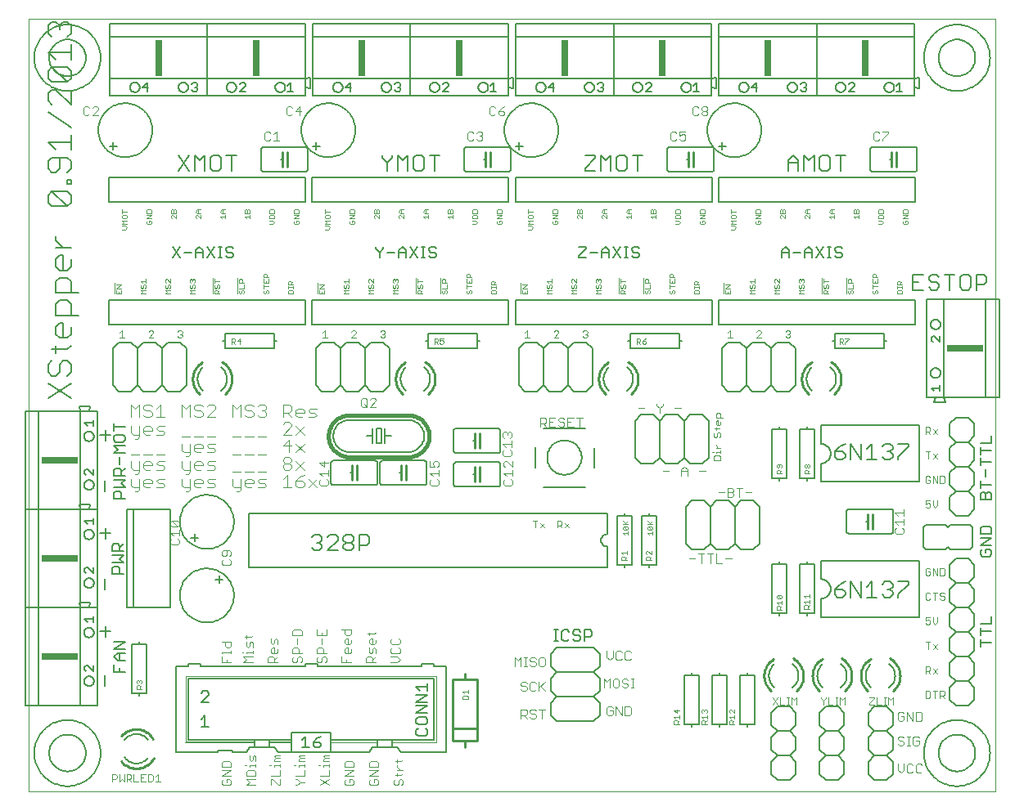
<source format=gto>
G75*
G70*
%OFA0B0*%
%FSLAX24Y24*%
%IPPOS*%
%LPD*%
%AMOC8*
5,1,8,0,0,1.08239X$1,22.5*
%
%ADD10C,0.0000*%
%ADD11C,0.0030*%
%ADD12C,0.0080*%
%ADD13C,0.0040*%
%ADD14C,0.0060*%
%ADD15C,0.0070*%
%ADD16C,0.0050*%
%ADD17C,0.0020*%
%ADD18C,0.0100*%
%ADD19C,0.0160*%
%ADD20R,0.0300X0.1500*%
%ADD21R,0.1500X0.0300*%
D10*
X000280Y000250D02*
X000280Y031746D01*
X039650Y031746D01*
X039650Y000250D01*
X000280Y000250D01*
D11*
X003670Y000670D02*
X003670Y000960D01*
X003815Y000960D01*
X003863Y000912D01*
X003863Y000815D01*
X003815Y000767D01*
X003670Y000767D01*
X003965Y000670D02*
X004061Y000767D01*
X004158Y000670D01*
X004158Y000960D01*
X004259Y000960D02*
X004404Y000960D01*
X004453Y000912D01*
X004453Y000815D01*
X004404Y000767D01*
X004259Y000767D01*
X004259Y000670D02*
X004259Y000960D01*
X004356Y000767D02*
X004453Y000670D01*
X004554Y000670D02*
X004747Y000670D01*
X004849Y000670D02*
X004849Y000960D01*
X005042Y000960D01*
X005143Y000960D02*
X005288Y000960D01*
X005337Y000912D01*
X005337Y000719D01*
X005288Y000670D01*
X005143Y000670D01*
X005143Y000960D01*
X004945Y000815D02*
X004849Y000815D01*
X004849Y000670D02*
X005042Y000670D01*
X005438Y000670D02*
X005631Y000670D01*
X005535Y000670D02*
X005535Y000960D01*
X005438Y000864D01*
X004554Y000960D02*
X004554Y000670D01*
X003965Y000670D02*
X003965Y000960D01*
X008145Y000884D02*
X008515Y001130D01*
X008145Y001130D01*
X008145Y001252D02*
X008145Y001437D01*
X008206Y001499D01*
X008453Y001499D01*
X008515Y001437D01*
X008515Y001252D01*
X008145Y001252D01*
X008145Y000884D02*
X008515Y000884D01*
X008453Y000762D02*
X008330Y000762D01*
X008330Y000639D01*
X008453Y000762D02*
X008515Y000700D01*
X008515Y000577D01*
X008453Y000515D01*
X008206Y000515D01*
X008145Y000577D01*
X008145Y000700D01*
X008206Y000762D01*
X009145Y000762D02*
X009515Y000762D01*
X009515Y000884D02*
X009515Y001069D01*
X009453Y001130D01*
X009206Y001130D01*
X009145Y001069D01*
X009145Y000884D01*
X009515Y000884D01*
X009268Y000639D02*
X009145Y000515D01*
X009515Y000515D01*
X009268Y000639D02*
X009145Y000762D01*
X009268Y001252D02*
X009268Y001314D01*
X009515Y001314D01*
X009515Y001375D02*
X009515Y001252D01*
X009515Y001497D02*
X009515Y001683D01*
X009453Y001744D01*
X009392Y001683D01*
X009392Y001559D01*
X009330Y001497D01*
X009268Y001559D01*
X009268Y001744D01*
X009145Y001314D02*
X009083Y001314D01*
X010083Y001314D02*
X010145Y001314D01*
X010268Y001314D02*
X010515Y001314D01*
X010515Y001375D02*
X010515Y001252D01*
X010515Y001130D02*
X010515Y000884D01*
X010145Y000884D01*
X010145Y000762D02*
X010206Y000762D01*
X010453Y000515D01*
X010515Y000515D01*
X010515Y000762D01*
X010145Y000762D02*
X010145Y000515D01*
X010268Y001252D02*
X010268Y001314D01*
X010268Y001497D02*
X010268Y001559D01*
X010330Y001621D01*
X010268Y001683D01*
X010330Y001744D01*
X010515Y001744D01*
X010515Y001621D02*
X010330Y001621D01*
X010268Y001497D02*
X010515Y001497D01*
X011083Y001314D02*
X011145Y001314D01*
X011268Y001314D02*
X011268Y001252D01*
X011268Y001314D02*
X011515Y001314D01*
X011515Y001375D02*
X011515Y001252D01*
X011515Y001130D02*
X011515Y000884D01*
X011145Y000884D01*
X011145Y000762D02*
X011206Y000762D01*
X011330Y000639D01*
X011515Y000639D01*
X011330Y000639D02*
X011206Y000515D01*
X011145Y000515D01*
X011268Y001497D02*
X011268Y001559D01*
X011330Y001621D01*
X011268Y001683D01*
X011330Y001744D01*
X011515Y001744D01*
X011515Y001621D02*
X011330Y001621D01*
X011268Y001497D02*
X011515Y001497D01*
X012083Y001314D02*
X012145Y001314D01*
X012268Y001314D02*
X012515Y001314D01*
X012515Y001375D02*
X012515Y001252D01*
X012515Y001130D02*
X012515Y000884D01*
X012145Y000884D01*
X012145Y000762D02*
X012515Y000515D01*
X012515Y000762D02*
X012145Y000515D01*
X012268Y001252D02*
X012268Y001314D01*
X012268Y001497D02*
X012268Y001559D01*
X012330Y001621D01*
X012268Y001683D01*
X012330Y001744D01*
X012515Y001744D01*
X012515Y001621D02*
X012330Y001621D01*
X012268Y001497D02*
X012515Y001497D01*
X013145Y001437D02*
X013145Y001252D01*
X013515Y001252D01*
X013515Y001437D01*
X013453Y001499D01*
X013206Y001499D01*
X013145Y001437D01*
X013145Y001130D02*
X013515Y001130D01*
X013145Y000884D01*
X013515Y000884D01*
X013453Y000762D02*
X013330Y000762D01*
X013330Y000639D01*
X013453Y000762D02*
X013515Y000700D01*
X013515Y000577D01*
X013453Y000515D01*
X013206Y000515D01*
X013145Y000577D01*
X013145Y000700D01*
X013206Y000762D01*
X014145Y000700D02*
X014145Y000577D01*
X014206Y000515D01*
X014453Y000515D01*
X014515Y000577D01*
X014515Y000700D01*
X014453Y000762D01*
X014330Y000762D01*
X014330Y000639D01*
X014206Y000762D02*
X014145Y000700D01*
X014145Y000884D02*
X014515Y001130D01*
X014145Y001130D01*
X014145Y001252D02*
X014145Y001437D01*
X014206Y001499D01*
X014453Y001499D01*
X014515Y001437D01*
X014515Y001252D01*
X014145Y001252D01*
X014145Y000884D02*
X014515Y000884D01*
X015145Y000700D02*
X015145Y000577D01*
X015206Y000515D01*
X015268Y000515D01*
X015330Y000577D01*
X015330Y000700D01*
X015392Y000762D01*
X015453Y000762D01*
X015515Y000700D01*
X015515Y000577D01*
X015453Y000515D01*
X015206Y000762D02*
X015145Y000700D01*
X015268Y000884D02*
X015268Y001007D01*
X015206Y000945D02*
X015453Y000945D01*
X015515Y001007D01*
X015515Y001129D02*
X015268Y001129D01*
X015268Y001252D02*
X015268Y001314D01*
X015268Y001252D02*
X015392Y001129D01*
X015268Y001436D02*
X015268Y001559D01*
X015206Y001498D02*
X015453Y001498D01*
X015515Y001559D01*
X020315Y003240D02*
X020315Y003611D01*
X020500Y003611D01*
X020562Y003549D01*
X020562Y003425D01*
X020500Y003364D01*
X020315Y003364D01*
X020438Y003364D02*
X020562Y003240D01*
X020683Y003302D02*
X020745Y003240D01*
X020869Y003240D01*
X020930Y003302D01*
X020930Y003364D01*
X020869Y003425D01*
X020745Y003425D01*
X020683Y003487D01*
X020683Y003549D01*
X020745Y003611D01*
X020869Y003611D01*
X020930Y003549D01*
X021052Y003611D02*
X021299Y003611D01*
X021175Y003611D02*
X021175Y003240D01*
X021052Y004365D02*
X021052Y004736D01*
X020930Y004674D02*
X020869Y004736D01*
X020745Y004736D01*
X020683Y004674D01*
X020683Y004427D01*
X020745Y004365D01*
X020869Y004365D01*
X020930Y004427D01*
X021052Y004489D02*
X021299Y004736D01*
X021113Y004550D02*
X021299Y004365D01*
X020562Y004427D02*
X020500Y004365D01*
X020377Y004365D01*
X020315Y004427D01*
X020377Y004550D02*
X020315Y004612D01*
X020315Y004674D01*
X020377Y004736D01*
X020500Y004736D01*
X020562Y004674D01*
X020500Y004550D02*
X020562Y004489D01*
X020562Y004427D01*
X020500Y004550D02*
X020377Y004550D01*
X020316Y005365D02*
X020316Y005736D01*
X020193Y005612D01*
X020070Y005736D01*
X020070Y005365D01*
X020438Y005365D02*
X020561Y005365D01*
X020500Y005365D02*
X020500Y005736D01*
X020561Y005736D02*
X020438Y005736D01*
X020683Y005674D02*
X020683Y005612D01*
X020745Y005550D01*
X020869Y005550D01*
X020930Y005489D01*
X020930Y005427D01*
X020869Y005365D01*
X020745Y005365D01*
X020683Y005427D01*
X020683Y005674D02*
X020745Y005736D01*
X020869Y005736D01*
X020930Y005674D01*
X021052Y005674D02*
X021052Y005427D01*
X021113Y005365D01*
X021237Y005365D01*
X021299Y005427D01*
X021299Y005674D01*
X021237Y005736D01*
X021113Y005736D01*
X021052Y005674D01*
X023815Y005739D02*
X023938Y005615D01*
X024062Y005739D01*
X024062Y005986D01*
X024183Y005924D02*
X024183Y005677D01*
X024245Y005615D01*
X024369Y005615D01*
X024430Y005677D01*
X024552Y005677D02*
X024613Y005615D01*
X024737Y005615D01*
X024799Y005677D01*
X024799Y005924D02*
X024737Y005986D01*
X024613Y005986D01*
X024552Y005924D01*
X024552Y005677D01*
X024430Y005924D02*
X024369Y005986D01*
X024245Y005986D01*
X024183Y005924D01*
X023815Y005986D02*
X023815Y005739D01*
X023695Y004861D02*
X023818Y004737D01*
X023941Y004861D01*
X023941Y004490D01*
X024063Y004552D02*
X024125Y004490D01*
X024248Y004490D01*
X024310Y004552D01*
X024310Y004799D01*
X024248Y004861D01*
X024125Y004861D01*
X024063Y004799D01*
X024063Y004552D01*
X024431Y004552D02*
X024493Y004490D01*
X024616Y004490D01*
X024678Y004552D01*
X024678Y004614D01*
X024616Y004675D01*
X024493Y004675D01*
X024431Y004737D01*
X024431Y004799D01*
X024493Y004861D01*
X024616Y004861D01*
X024678Y004799D01*
X024799Y004861D02*
X024923Y004861D01*
X024861Y004861D02*
X024861Y004490D01*
X024799Y004490D02*
X024923Y004490D01*
X024737Y003736D02*
X024552Y003736D01*
X024552Y003365D01*
X024737Y003365D01*
X024799Y003427D01*
X024799Y003674D01*
X024737Y003736D01*
X024430Y003736D02*
X024430Y003365D01*
X024183Y003736D01*
X024183Y003365D01*
X024062Y003427D02*
X024062Y003550D01*
X023938Y003550D01*
X023815Y003427D02*
X023815Y003674D01*
X023877Y003736D01*
X024000Y003736D01*
X024062Y003674D01*
X024062Y003427D02*
X024000Y003365D01*
X023877Y003365D01*
X023815Y003427D01*
X023695Y004490D02*
X023695Y004861D01*
X027662Y009578D02*
X027662Y009948D01*
X027785Y009948D02*
X027538Y009948D01*
X027417Y009763D02*
X027170Y009763D01*
X027907Y009948D02*
X028154Y009948D01*
X028275Y009948D02*
X028275Y009578D01*
X028522Y009578D01*
X028643Y009763D02*
X028890Y009763D01*
X028030Y009578D02*
X028030Y009948D01*
X028726Y012265D02*
X028911Y012265D01*
X028973Y012327D01*
X028973Y012389D01*
X028911Y012450D01*
X028726Y012450D01*
X028604Y012450D02*
X028358Y012450D01*
X028726Y012265D02*
X028726Y012636D01*
X028911Y012636D01*
X028973Y012574D01*
X028973Y012512D01*
X028911Y012450D01*
X029094Y012636D02*
X029341Y012636D01*
X029218Y012636D02*
X029218Y012265D01*
X029462Y012450D02*
X029709Y012450D01*
X028453Y013765D02*
X028162Y013765D01*
X028162Y013910D01*
X028211Y013959D01*
X028404Y013959D01*
X028453Y013910D01*
X028453Y013765D01*
X028453Y014060D02*
X028453Y014157D01*
X028453Y014108D02*
X028259Y014108D01*
X028259Y014060D01*
X028162Y014108D02*
X028114Y014108D01*
X028259Y014256D02*
X028453Y014256D01*
X028356Y014256D02*
X028259Y014353D01*
X028259Y014401D01*
X028259Y014703D02*
X028307Y014751D01*
X028307Y014848D01*
X028356Y014896D01*
X028404Y014896D01*
X028453Y014848D01*
X028453Y014751D01*
X028404Y014703D01*
X028259Y014703D02*
X028211Y014703D01*
X028162Y014751D01*
X028162Y014848D01*
X028211Y014896D01*
X028259Y014997D02*
X028259Y015094D01*
X028211Y015046D02*
X028404Y015046D01*
X028453Y015094D01*
X028404Y015194D02*
X028307Y015194D01*
X028259Y015242D01*
X028259Y015339D01*
X028307Y015387D01*
X028356Y015387D01*
X028356Y015194D01*
X028404Y015194D02*
X028453Y015242D01*
X028453Y015339D01*
X028453Y015488D02*
X028453Y015634D01*
X028404Y015682D01*
X028307Y015682D01*
X028259Y015634D01*
X028259Y015488D01*
X028549Y015488D01*
X026828Y015888D02*
X026581Y015888D01*
X026091Y016011D02*
X026091Y016073D01*
X026091Y016011D02*
X025968Y015888D01*
X025968Y015703D01*
X025968Y015888D02*
X025844Y016011D01*
X025844Y016073D01*
X025354Y015888D02*
X025108Y015888D01*
X026968Y013511D02*
X027091Y013387D01*
X027091Y013140D01*
X027091Y013325D02*
X026844Y013325D01*
X026844Y013387D02*
X026968Y013511D01*
X026844Y013387D02*
X026844Y013140D01*
X026354Y013325D02*
X026108Y013325D01*
X027581Y013325D02*
X027828Y013325D01*
X022283Y011209D02*
X022090Y011015D01*
X021988Y011015D02*
X021892Y011112D01*
X021940Y011112D02*
X021795Y011112D01*
X021795Y011015D02*
X021795Y011305D01*
X021940Y011305D01*
X021988Y011257D01*
X021988Y011160D01*
X021940Y011112D01*
X022090Y011209D02*
X022283Y011015D01*
X021283Y011015D02*
X021090Y011209D01*
X020988Y011305D02*
X020795Y011305D01*
X020892Y011305D02*
X020892Y011015D01*
X021090Y011015D02*
X021283Y011209D01*
X015390Y006437D02*
X015328Y006499D01*
X015390Y006437D02*
X015390Y006314D01*
X015328Y006252D01*
X015081Y006252D01*
X015020Y006314D01*
X015020Y006437D01*
X015081Y006499D01*
X015081Y006130D02*
X015020Y006069D01*
X015020Y005945D01*
X015081Y005884D01*
X015328Y005884D01*
X015390Y005945D01*
X015390Y006069D01*
X015328Y006130D01*
X015267Y005762D02*
X015020Y005762D01*
X015267Y005762D02*
X015390Y005639D01*
X015267Y005515D01*
X015020Y005515D01*
X014390Y005515D02*
X014020Y005515D01*
X014020Y005700D01*
X014081Y005762D01*
X014205Y005762D01*
X014267Y005700D01*
X014267Y005515D01*
X014267Y005639D02*
X014390Y005762D01*
X014390Y005884D02*
X014390Y006069D01*
X014328Y006130D01*
X014267Y006069D01*
X014267Y005945D01*
X014205Y005884D01*
X014143Y005945D01*
X014143Y006130D01*
X014205Y006252D02*
X014143Y006314D01*
X014143Y006437D01*
X014205Y006499D01*
X014267Y006499D01*
X014267Y006252D01*
X014328Y006252D02*
X014205Y006252D01*
X014328Y006252D02*
X014390Y006314D01*
X014390Y006437D01*
X014328Y006682D02*
X014390Y006744D01*
X014328Y006682D02*
X014081Y006682D01*
X014143Y006620D02*
X014143Y006744D01*
X013390Y006682D02*
X013328Y006620D01*
X013205Y006620D01*
X013143Y006682D01*
X013143Y006867D01*
X013020Y006867D02*
X013390Y006867D01*
X013390Y006682D01*
X013267Y006499D02*
X013267Y006252D01*
X013328Y006252D02*
X013205Y006252D01*
X013143Y006314D01*
X013143Y006437D01*
X013205Y006499D01*
X013267Y006499D01*
X013390Y006437D02*
X013390Y006314D01*
X013328Y006252D01*
X013267Y006130D02*
X013267Y005884D01*
X013328Y005884D02*
X013205Y005884D01*
X013143Y005945D01*
X013143Y006069D01*
X013205Y006130D01*
X013267Y006130D01*
X013390Y006069D02*
X013390Y005945D01*
X013328Y005884D01*
X013205Y005639D02*
X013205Y005515D01*
X013390Y005515D02*
X013020Y005515D01*
X013020Y005762D01*
X012390Y005700D02*
X012390Y005577D01*
X012328Y005515D01*
X012205Y005577D02*
X012205Y005700D01*
X012267Y005762D01*
X012328Y005762D01*
X012390Y005700D01*
X012390Y005884D02*
X012020Y005884D01*
X012020Y006069D01*
X012081Y006130D01*
X012205Y006130D01*
X012267Y006069D01*
X012267Y005884D01*
X012081Y005762D02*
X012020Y005700D01*
X012020Y005577D01*
X012081Y005515D01*
X012143Y005515D01*
X012205Y005577D01*
X012205Y006252D02*
X012205Y006499D01*
X012205Y006620D02*
X012205Y006744D01*
X012390Y006620D02*
X012390Y006867D01*
X012390Y006620D02*
X012020Y006620D01*
X012020Y006867D01*
X011390Y006805D02*
X011390Y006620D01*
X011020Y006620D01*
X011020Y006805D01*
X011081Y006867D01*
X011328Y006867D01*
X011390Y006805D01*
X011205Y006499D02*
X011205Y006252D01*
X011205Y006130D02*
X011267Y006069D01*
X011267Y005884D01*
X011267Y005762D02*
X011328Y005762D01*
X011390Y005700D01*
X011390Y005577D01*
X011328Y005515D01*
X011205Y005577D02*
X011205Y005700D01*
X011267Y005762D01*
X011390Y005884D02*
X011020Y005884D01*
X011020Y006069D01*
X011081Y006130D01*
X011205Y006130D01*
X011081Y005762D02*
X011020Y005700D01*
X011020Y005577D01*
X011081Y005515D01*
X011143Y005515D01*
X011205Y005577D01*
X010390Y005515D02*
X010020Y005515D01*
X010020Y005700D01*
X010081Y005762D01*
X010205Y005762D01*
X010267Y005700D01*
X010267Y005515D01*
X010267Y005639D02*
X010390Y005762D01*
X010328Y005884D02*
X010390Y005945D01*
X010390Y006069D01*
X010267Y006130D02*
X010267Y005884D01*
X010328Y005884D02*
X010205Y005884D01*
X010143Y005945D01*
X010143Y006069D01*
X010205Y006130D01*
X010267Y006130D01*
X010205Y006252D02*
X010143Y006314D01*
X010143Y006499D01*
X010267Y006437D02*
X010267Y006314D01*
X010205Y006252D01*
X010390Y006252D02*
X010390Y006437D01*
X010328Y006499D01*
X010267Y006437D01*
X009390Y006314D02*
X009328Y006376D01*
X009267Y006314D01*
X009267Y006191D01*
X009205Y006129D01*
X009143Y006191D01*
X009143Y006376D01*
X009143Y006497D02*
X009143Y006621D01*
X009081Y006559D02*
X009328Y006559D01*
X009390Y006621D01*
X009390Y006314D02*
X009390Y006129D01*
X009390Y006007D02*
X009390Y005884D01*
X009390Y005945D02*
X009143Y005945D01*
X009143Y005884D01*
X009020Y005945D02*
X008958Y005945D01*
X009020Y005762D02*
X009390Y005762D01*
X009390Y005515D02*
X009020Y005515D01*
X009143Y005639D01*
X009020Y005762D01*
X008515Y005884D02*
X008515Y006007D01*
X008515Y005945D02*
X008145Y005945D01*
X008145Y005884D01*
X008145Y005762D02*
X008145Y005515D01*
X008515Y005515D01*
X008330Y005515D02*
X008330Y005639D01*
X008330Y006129D02*
X008268Y006191D01*
X008268Y006376D01*
X008145Y006376D02*
X008515Y006376D01*
X008515Y006191D01*
X008453Y006129D01*
X008330Y006129D01*
X006485Y018765D02*
X006388Y018765D01*
X006340Y018814D01*
X006436Y018910D02*
X006485Y018910D01*
X006533Y018862D01*
X006533Y018814D01*
X006485Y018765D01*
X006485Y018910D02*
X006533Y018959D01*
X006533Y019007D01*
X006485Y019055D01*
X006388Y019055D01*
X006340Y019007D01*
X005355Y019007D02*
X005306Y019055D01*
X005209Y019055D01*
X005161Y019007D01*
X005355Y019007D02*
X005355Y018959D01*
X005161Y018765D01*
X005355Y018765D01*
X004176Y018765D02*
X003983Y018765D01*
X004079Y018765D02*
X004079Y019055D01*
X003983Y018959D01*
X012233Y018959D02*
X012329Y019055D01*
X012329Y018765D01*
X012233Y018765D02*
X012426Y018765D01*
X013411Y018765D02*
X013605Y018959D01*
X013605Y019007D01*
X013556Y019055D01*
X013459Y019055D01*
X013411Y019007D01*
X013411Y018765D02*
X013605Y018765D01*
X014590Y018814D02*
X014638Y018765D01*
X014735Y018765D01*
X014783Y018814D01*
X014783Y018862D01*
X014735Y018910D01*
X014686Y018910D01*
X014735Y018910D02*
X014783Y018959D01*
X014783Y019007D01*
X014735Y019055D01*
X014638Y019055D01*
X014590Y019007D01*
X020483Y018959D02*
X020579Y019055D01*
X020579Y018765D01*
X020483Y018765D02*
X020676Y018765D01*
X021661Y018765D02*
X021855Y018959D01*
X021855Y019007D01*
X021806Y019055D01*
X021709Y019055D01*
X021661Y019007D01*
X021661Y018765D02*
X021855Y018765D01*
X022840Y018814D02*
X022888Y018765D01*
X022985Y018765D01*
X023033Y018814D01*
X023033Y018862D01*
X022985Y018910D01*
X022936Y018910D01*
X022985Y018910D02*
X023033Y018959D01*
X023033Y019007D01*
X022985Y019055D01*
X022888Y019055D01*
X022840Y019007D01*
X028733Y018959D02*
X028829Y019055D01*
X028829Y018765D01*
X028733Y018765D02*
X028926Y018765D01*
X029911Y018765D02*
X030105Y018959D01*
X030105Y019007D01*
X030056Y019055D01*
X029959Y019055D01*
X029911Y019007D01*
X029911Y018765D02*
X030105Y018765D01*
X031090Y018814D02*
X031138Y018765D01*
X031235Y018765D01*
X031283Y018814D01*
X031283Y018862D01*
X031235Y018910D01*
X031186Y018910D01*
X031235Y018910D02*
X031283Y018959D01*
X031283Y019007D01*
X031235Y019055D01*
X031138Y019055D01*
X031090Y019007D01*
X036795Y015118D02*
X036795Y014828D01*
X036795Y014924D02*
X036940Y014924D01*
X036988Y014973D01*
X036988Y015070D01*
X036940Y015118D01*
X036795Y015118D01*
X036892Y014924D02*
X036988Y014828D01*
X037090Y014828D02*
X037283Y015021D01*
X037090Y015021D02*
X037283Y014828D01*
X036988Y014118D02*
X036795Y014118D01*
X036892Y014118D02*
X036892Y013828D01*
X037090Y013828D02*
X037283Y014021D01*
X037090Y014021D02*
X037283Y013828D01*
X037283Y013118D02*
X037283Y012828D01*
X037090Y013118D01*
X037090Y012828D01*
X036988Y012876D02*
X036988Y012973D01*
X036892Y012973D01*
X036988Y013070D02*
X036940Y013118D01*
X036843Y013118D01*
X036795Y013070D01*
X036795Y012876D01*
X036843Y012828D01*
X036940Y012828D01*
X036988Y012876D01*
X037384Y012828D02*
X037529Y012828D01*
X037578Y012876D01*
X037578Y013070D01*
X037529Y013118D01*
X037384Y013118D01*
X037384Y012828D01*
X037283Y012118D02*
X037283Y011924D01*
X037186Y011828D01*
X037090Y011924D01*
X037090Y012118D01*
X036988Y012118D02*
X036795Y012118D01*
X036795Y011973D01*
X036892Y012021D01*
X036940Y012021D01*
X036988Y011973D01*
X036988Y011876D01*
X036940Y011828D01*
X036843Y011828D01*
X036795Y011876D01*
X036843Y009368D02*
X036795Y009320D01*
X036795Y009126D01*
X036843Y009078D01*
X036940Y009078D01*
X036988Y009126D01*
X036988Y009223D01*
X036892Y009223D01*
X036988Y009320D02*
X036940Y009368D01*
X036843Y009368D01*
X037090Y009368D02*
X037283Y009078D01*
X037283Y009368D01*
X037384Y009368D02*
X037529Y009368D01*
X037578Y009320D01*
X037578Y009126D01*
X037529Y009078D01*
X037384Y009078D01*
X037384Y009368D01*
X037090Y009368D02*
X037090Y009078D01*
X037090Y008368D02*
X037283Y008368D01*
X037186Y008368D02*
X037186Y008078D01*
X036988Y008126D02*
X036940Y008078D01*
X036843Y008078D01*
X036795Y008126D01*
X036795Y008320D01*
X036843Y008368D01*
X036940Y008368D01*
X036988Y008320D01*
X037384Y008320D02*
X037384Y008271D01*
X037433Y008223D01*
X037529Y008223D01*
X037578Y008174D01*
X037578Y008126D01*
X037529Y008078D01*
X037433Y008078D01*
X037384Y008126D01*
X037384Y008320D02*
X037433Y008368D01*
X037529Y008368D01*
X037578Y008320D01*
X037283Y007368D02*
X037283Y007174D01*
X037186Y007078D01*
X037090Y007174D01*
X037090Y007368D01*
X036988Y007368D02*
X036795Y007368D01*
X036795Y007223D01*
X036892Y007271D01*
X036940Y007271D01*
X036988Y007223D01*
X036988Y007126D01*
X036940Y007078D01*
X036843Y007078D01*
X036795Y007126D01*
X036795Y006368D02*
X036988Y006368D01*
X036892Y006368D02*
X036892Y006078D01*
X037090Y006078D02*
X037283Y006271D01*
X037090Y006271D02*
X037283Y006078D01*
X036940Y005368D02*
X036988Y005320D01*
X036988Y005223D01*
X036940Y005174D01*
X036795Y005174D01*
X036795Y005078D02*
X036795Y005368D01*
X036940Y005368D01*
X037090Y005271D02*
X037283Y005078D01*
X037090Y005078D02*
X037283Y005271D01*
X036988Y005078D02*
X036892Y005174D01*
X036940Y004368D02*
X036795Y004368D01*
X036795Y004078D01*
X036940Y004078D01*
X036988Y004126D01*
X036988Y004320D01*
X036940Y004368D01*
X037090Y004368D02*
X037283Y004368D01*
X037186Y004368D02*
X037186Y004078D01*
X037384Y004078D02*
X037384Y004368D01*
X037529Y004368D01*
X037578Y004320D01*
X037578Y004223D01*
X037529Y004174D01*
X037384Y004174D01*
X037481Y004174D02*
X037578Y004078D01*
X036654Y003449D02*
X036592Y003511D01*
X036407Y003511D01*
X036407Y003140D01*
X036592Y003140D01*
X036654Y003202D01*
X036654Y003449D01*
X036285Y003511D02*
X036285Y003140D01*
X036038Y003511D01*
X036038Y003140D01*
X035917Y003202D02*
X035917Y003325D01*
X035793Y003325D01*
X035670Y003202D02*
X035732Y003140D01*
X035855Y003140D01*
X035917Y003202D01*
X035917Y003449D02*
X035855Y003511D01*
X035732Y003511D01*
X035670Y003449D01*
X035670Y003202D01*
X035483Y003809D02*
X035483Y004099D01*
X035386Y004002D01*
X035289Y004099D01*
X035289Y003809D01*
X035190Y003809D02*
X035093Y003809D01*
X035141Y003809D02*
X035141Y004099D01*
X035093Y004099D02*
X035190Y004099D01*
X034992Y003809D02*
X034798Y003809D01*
X034798Y004099D01*
X034697Y004099D02*
X034697Y004050D01*
X034504Y003857D01*
X034504Y003809D01*
X034697Y003809D01*
X034697Y004099D02*
X034504Y004099D01*
X033514Y004099D02*
X033514Y003809D01*
X033321Y003809D02*
X033321Y004099D01*
X033418Y004002D01*
X033514Y004099D01*
X033221Y004099D02*
X033124Y004099D01*
X033173Y004099D02*
X033173Y003809D01*
X033221Y003809D02*
X033124Y003809D01*
X033023Y003809D02*
X032830Y003809D01*
X032830Y004099D01*
X032729Y004099D02*
X032729Y004050D01*
X032632Y003954D01*
X032632Y003809D01*
X032632Y003954D02*
X032535Y004050D01*
X032535Y004099D01*
X031546Y004099D02*
X031546Y003809D01*
X031352Y003809D02*
X031352Y004099D01*
X031449Y004002D01*
X031546Y004099D01*
X031253Y004099D02*
X031156Y004099D01*
X031204Y004099D02*
X031204Y003809D01*
X031156Y003809D02*
X031253Y003809D01*
X031055Y003809D02*
X030861Y003809D01*
X030861Y004099D01*
X030760Y004099D02*
X030567Y003809D01*
X030760Y003809D02*
X030567Y004099D01*
X035670Y002449D02*
X035670Y002387D01*
X035732Y002325D01*
X035855Y002325D01*
X035917Y002264D01*
X035917Y002202D01*
X035855Y002140D01*
X035732Y002140D01*
X035670Y002202D01*
X035670Y002449D02*
X035732Y002511D01*
X035855Y002511D01*
X035917Y002449D01*
X036038Y002511D02*
X036162Y002511D01*
X036100Y002511D02*
X036100Y002140D01*
X036038Y002140D02*
X036162Y002140D01*
X036284Y002202D02*
X036346Y002140D01*
X036469Y002140D01*
X036531Y002202D01*
X036531Y002325D01*
X036407Y002325D01*
X036284Y002202D02*
X036284Y002449D01*
X036346Y002511D01*
X036469Y002511D01*
X036531Y002449D01*
X036592Y001386D02*
X036468Y001386D01*
X036407Y001324D01*
X036407Y001077D01*
X036468Y001015D01*
X036592Y001015D01*
X036654Y001077D01*
X036654Y001324D02*
X036592Y001386D01*
X036285Y001324D02*
X036223Y001386D01*
X036100Y001386D01*
X036038Y001324D01*
X036038Y001077D01*
X036100Y001015D01*
X036223Y001015D01*
X036285Y001077D01*
X035917Y001139D02*
X035917Y001386D01*
X035670Y001386D02*
X035670Y001139D01*
X035793Y001015D01*
X035917Y001139D01*
X027858Y027818D02*
X027735Y027818D01*
X027673Y027880D01*
X027673Y027941D01*
X027735Y028003D01*
X027858Y028003D01*
X027920Y027941D01*
X027920Y027880D01*
X027858Y027818D01*
X027858Y028003D02*
X027920Y028065D01*
X027920Y028127D01*
X027858Y028188D01*
X027735Y028188D01*
X027673Y028127D01*
X027673Y028065D01*
X027735Y028003D01*
X027552Y027880D02*
X027490Y027818D01*
X027367Y027818D01*
X027305Y027880D01*
X027305Y028127D01*
X027367Y028188D01*
X027490Y028188D01*
X027552Y028127D01*
X019652Y028188D02*
X019529Y028127D01*
X019406Y028003D01*
X019591Y028003D01*
X019652Y027941D01*
X019652Y027880D01*
X019591Y027818D01*
X019467Y027818D01*
X019406Y027880D01*
X019406Y028003D01*
X019284Y027880D02*
X019222Y027818D01*
X019099Y027818D01*
X019037Y027880D01*
X019037Y028127D01*
X019099Y028188D01*
X019222Y028188D01*
X019284Y028127D01*
D12*
X018530Y018925D02*
X016530Y018925D01*
X016530Y018625D01*
X016430Y018625D01*
X016530Y018625D02*
X016530Y018325D01*
X018530Y018325D01*
X018530Y018625D01*
X018630Y018625D01*
X018530Y018625D02*
X018530Y018925D01*
X021242Y015075D02*
X022942Y015075D01*
X023292Y014268D02*
X023292Y013475D01*
X022942Y012675D02*
X021242Y012675D01*
X020892Y013475D02*
X020892Y014280D01*
X021392Y013875D02*
X021394Y013927D01*
X021400Y013979D01*
X021410Y014031D01*
X021423Y014081D01*
X021440Y014131D01*
X021461Y014179D01*
X021486Y014225D01*
X021514Y014269D01*
X021545Y014311D01*
X021579Y014351D01*
X021616Y014388D01*
X021656Y014422D01*
X021698Y014453D01*
X021742Y014481D01*
X021788Y014506D01*
X021836Y014527D01*
X021886Y014544D01*
X021936Y014557D01*
X021988Y014567D01*
X022040Y014573D01*
X022092Y014575D01*
X022144Y014573D01*
X022196Y014567D01*
X022248Y014557D01*
X022298Y014544D01*
X022348Y014527D01*
X022396Y014506D01*
X022442Y014481D01*
X022486Y014453D01*
X022528Y014422D01*
X022568Y014388D01*
X022605Y014351D01*
X022639Y014311D01*
X022670Y014269D01*
X022698Y014225D01*
X022723Y014179D01*
X022744Y014131D01*
X022761Y014081D01*
X022774Y014031D01*
X022784Y013979D01*
X022790Y013927D01*
X022792Y013875D01*
X022790Y013823D01*
X022784Y013771D01*
X022774Y013719D01*
X022761Y013669D01*
X022744Y013619D01*
X022723Y013571D01*
X022698Y013525D01*
X022670Y013481D01*
X022639Y013439D01*
X022605Y013399D01*
X022568Y013362D01*
X022528Y013328D01*
X022486Y013297D01*
X022442Y013269D01*
X022396Y013244D01*
X022348Y013223D01*
X022298Y013206D01*
X022248Y013193D01*
X022196Y013183D01*
X022144Y013177D01*
X022092Y013175D01*
X022040Y013177D01*
X021988Y013183D01*
X021936Y013193D01*
X021886Y013206D01*
X021836Y013223D01*
X021788Y013244D01*
X021742Y013269D01*
X021698Y013297D01*
X021656Y013328D01*
X021616Y013362D01*
X021579Y013399D01*
X021545Y013439D01*
X021514Y013481D01*
X021486Y013525D01*
X021461Y013571D01*
X021440Y013619D01*
X021423Y013669D01*
X021410Y013719D01*
X021400Y013771D01*
X021394Y013823D01*
X021392Y013875D01*
X024230Y011500D02*
X024530Y011500D01*
X024530Y011600D01*
X024530Y011500D02*
X024830Y011500D01*
X024830Y009500D01*
X024530Y009500D01*
X024530Y009400D01*
X024530Y009500D02*
X024230Y009500D01*
X024230Y011500D01*
X025230Y011500D02*
X025530Y011500D01*
X025530Y011600D01*
X025530Y011500D02*
X025830Y011500D01*
X025830Y009500D01*
X025530Y009500D01*
X025530Y009400D01*
X025530Y009500D02*
X025230Y009500D01*
X025230Y011500D01*
X030541Y013030D02*
X030841Y013030D01*
X030841Y012930D01*
X030841Y013030D02*
X031141Y013030D01*
X031141Y015030D01*
X030841Y015030D01*
X030841Y015130D01*
X030841Y015030D02*
X030541Y015030D01*
X030541Y013030D01*
X031673Y013030D02*
X031973Y013030D01*
X031973Y012930D01*
X031973Y013030D02*
X032273Y013030D01*
X032273Y015030D01*
X031973Y015030D01*
X031973Y015130D01*
X031973Y015030D02*
X031673Y015030D01*
X031673Y013030D01*
X031973Y009618D02*
X031973Y009518D01*
X032273Y009518D01*
X032273Y007518D01*
X031973Y007518D01*
X031973Y007418D01*
X031973Y007518D02*
X031673Y007518D01*
X031673Y009518D01*
X031973Y009518D01*
X031141Y009518D02*
X030841Y009518D01*
X030841Y009618D01*
X030841Y009518D02*
X030541Y009518D01*
X030541Y007518D01*
X030841Y007518D01*
X030841Y007418D01*
X030841Y007518D02*
X031141Y007518D01*
X031141Y009518D01*
X029530Y005100D02*
X029530Y005000D01*
X029830Y005000D01*
X029830Y003000D01*
X029530Y003000D01*
X029530Y002900D01*
X029530Y003000D02*
X029230Y003000D01*
X029230Y005000D01*
X029530Y005000D01*
X028705Y005000D02*
X028705Y003000D01*
X028405Y003000D01*
X028405Y002900D01*
X028405Y003000D02*
X028105Y003000D01*
X028105Y005000D01*
X028405Y005000D01*
X028405Y005100D01*
X028405Y005000D02*
X028705Y005000D01*
X027580Y005000D02*
X027580Y003000D01*
X027280Y003000D01*
X027280Y002900D01*
X027280Y003000D02*
X026980Y003000D01*
X026980Y005000D01*
X027280Y005000D01*
X027280Y005100D01*
X027280Y005000D02*
X027580Y005000D01*
X037327Y001825D02*
X037329Y001880D01*
X037335Y001934D01*
X037345Y001988D01*
X037359Y002040D01*
X037376Y002092D01*
X037398Y002142D01*
X037423Y002191D01*
X037451Y002238D01*
X037483Y002282D01*
X037518Y002324D01*
X037556Y002363D01*
X037597Y002400D01*
X037640Y002433D01*
X037685Y002463D01*
X037733Y002490D01*
X037782Y002513D01*
X037833Y002533D01*
X037886Y002549D01*
X037939Y002561D01*
X037993Y002569D01*
X038048Y002573D01*
X038102Y002573D01*
X038157Y002569D01*
X038211Y002561D01*
X038264Y002549D01*
X038317Y002533D01*
X038368Y002513D01*
X038417Y002490D01*
X038465Y002463D01*
X038510Y002433D01*
X038553Y002400D01*
X038594Y002363D01*
X038632Y002324D01*
X038667Y002282D01*
X038699Y002238D01*
X038727Y002191D01*
X038752Y002142D01*
X038774Y002092D01*
X038791Y002040D01*
X038805Y001988D01*
X038815Y001934D01*
X038821Y001880D01*
X038823Y001825D01*
X038821Y001770D01*
X038815Y001716D01*
X038805Y001662D01*
X038791Y001610D01*
X038774Y001558D01*
X038752Y001508D01*
X038727Y001459D01*
X038699Y001412D01*
X038667Y001368D01*
X038632Y001326D01*
X038594Y001287D01*
X038553Y001250D01*
X038510Y001217D01*
X038465Y001187D01*
X038417Y001160D01*
X038368Y001137D01*
X038317Y001117D01*
X038264Y001101D01*
X038211Y001089D01*
X038157Y001081D01*
X038102Y001077D01*
X038048Y001077D01*
X037993Y001081D01*
X037939Y001089D01*
X037886Y001101D01*
X037833Y001117D01*
X037782Y001137D01*
X037733Y001160D01*
X037685Y001187D01*
X037640Y001217D01*
X037597Y001250D01*
X037556Y001287D01*
X037518Y001326D01*
X037483Y001368D01*
X037451Y001412D01*
X037423Y001459D01*
X037398Y001508D01*
X037376Y001558D01*
X037359Y001610D01*
X037345Y001662D01*
X037335Y001716D01*
X037329Y001770D01*
X037327Y001825D01*
X035093Y018325D02*
X033093Y018325D01*
X033093Y018625D01*
X032993Y018625D01*
X033093Y018625D02*
X033093Y018925D01*
X035093Y018925D01*
X035093Y018625D01*
X035193Y018625D01*
X035093Y018625D02*
X035093Y018325D01*
X026880Y018625D02*
X026780Y018625D01*
X026780Y018325D01*
X024780Y018325D01*
X024780Y018625D01*
X024680Y018625D01*
X024780Y018625D02*
X024780Y018925D01*
X026780Y018925D01*
X026780Y018625D01*
X037327Y030171D02*
X037329Y030226D01*
X037335Y030280D01*
X037345Y030334D01*
X037359Y030386D01*
X037376Y030438D01*
X037398Y030488D01*
X037423Y030537D01*
X037451Y030584D01*
X037483Y030628D01*
X037518Y030670D01*
X037556Y030709D01*
X037597Y030746D01*
X037640Y030779D01*
X037685Y030809D01*
X037733Y030836D01*
X037782Y030859D01*
X037833Y030879D01*
X037886Y030895D01*
X037939Y030907D01*
X037993Y030915D01*
X038048Y030919D01*
X038102Y030919D01*
X038157Y030915D01*
X038211Y030907D01*
X038264Y030895D01*
X038317Y030879D01*
X038368Y030859D01*
X038417Y030836D01*
X038465Y030809D01*
X038510Y030779D01*
X038553Y030746D01*
X038594Y030709D01*
X038632Y030670D01*
X038667Y030628D01*
X038699Y030584D01*
X038727Y030537D01*
X038752Y030488D01*
X038774Y030438D01*
X038791Y030386D01*
X038805Y030334D01*
X038815Y030280D01*
X038821Y030226D01*
X038823Y030171D01*
X038821Y030116D01*
X038815Y030062D01*
X038805Y030008D01*
X038791Y029956D01*
X038774Y029904D01*
X038752Y029854D01*
X038727Y029805D01*
X038699Y029758D01*
X038667Y029714D01*
X038632Y029672D01*
X038594Y029633D01*
X038553Y029596D01*
X038510Y029563D01*
X038465Y029533D01*
X038417Y029506D01*
X038368Y029483D01*
X038317Y029463D01*
X038264Y029447D01*
X038211Y029435D01*
X038157Y029427D01*
X038102Y029423D01*
X038048Y029423D01*
X037993Y029427D01*
X037939Y029435D01*
X037886Y029447D01*
X037833Y029463D01*
X037782Y029483D01*
X037733Y029506D01*
X037685Y029533D01*
X037640Y029563D01*
X037597Y029596D01*
X037556Y029633D01*
X037518Y029672D01*
X037483Y029714D01*
X037451Y029758D01*
X037423Y029805D01*
X037398Y029854D01*
X037376Y029904D01*
X037359Y029956D01*
X037345Y030008D01*
X037335Y030062D01*
X037329Y030116D01*
X037327Y030171D01*
X010280Y018925D02*
X010280Y018625D01*
X010380Y018625D01*
X010280Y018625D02*
X010280Y018325D01*
X008280Y018325D01*
X008280Y018625D01*
X008180Y018625D01*
X008280Y018625D02*
X008280Y018925D01*
X010280Y018925D01*
X002297Y019666D02*
X001376Y019666D01*
X001376Y020127D01*
X001530Y020280D01*
X001837Y020280D01*
X001990Y020127D01*
X001990Y019666D01*
X001683Y019359D02*
X001530Y019359D01*
X001376Y019206D01*
X001376Y018899D01*
X001530Y018746D01*
X001837Y018746D01*
X001990Y018899D01*
X001990Y019206D01*
X001683Y019359D02*
X001683Y018746D01*
X001376Y018439D02*
X001376Y018132D01*
X001223Y018285D02*
X001837Y018285D01*
X001990Y018439D01*
X001837Y017825D02*
X001990Y017671D01*
X001990Y017364D01*
X001837Y017211D01*
X001990Y016904D02*
X001069Y016290D01*
X001069Y016904D02*
X001990Y016290D01*
X001376Y017211D02*
X001530Y017364D01*
X001530Y017671D01*
X001683Y017825D01*
X001837Y017825D01*
X001223Y017825D02*
X001069Y017671D01*
X001069Y017364D01*
X001223Y017211D01*
X001376Y017211D01*
X001376Y020587D02*
X001376Y021048D01*
X001530Y021201D01*
X001837Y021201D01*
X001990Y021048D01*
X001990Y020587D01*
X002297Y020587D02*
X001376Y020587D01*
X001530Y021508D02*
X001376Y021661D01*
X001376Y021968D01*
X001530Y022122D01*
X001683Y022122D01*
X001683Y021508D01*
X001530Y021508D02*
X001837Y021508D01*
X001990Y021661D01*
X001990Y021968D01*
X001990Y022429D02*
X001376Y022429D01*
X001376Y022736D02*
X001376Y022889D01*
X001376Y022736D02*
X001683Y022429D01*
X001837Y024117D02*
X001223Y024117D01*
X001069Y024270D01*
X001069Y024577D01*
X001223Y024731D01*
X001837Y024117D01*
X001990Y024270D01*
X001990Y024577D01*
X001837Y024731D01*
X001223Y024731D01*
X001837Y025038D02*
X001837Y025191D01*
X001990Y025191D01*
X001990Y025038D01*
X001837Y025038D01*
X001837Y025498D02*
X001990Y025652D01*
X001990Y025958D01*
X001837Y026112D01*
X001223Y026112D01*
X001069Y025958D01*
X001069Y025652D01*
X001223Y025498D01*
X001376Y025498D01*
X001530Y025652D01*
X001530Y026112D01*
X001376Y026419D02*
X001069Y026726D01*
X001990Y026726D01*
X001990Y026419D02*
X001990Y027033D01*
X001990Y027340D02*
X001069Y027953D01*
X001223Y028260D02*
X001069Y028414D01*
X001069Y028721D01*
X001223Y028874D01*
X001376Y028874D01*
X001990Y028260D01*
X001990Y028874D01*
X001837Y029181D02*
X001223Y029181D01*
X001069Y029335D01*
X001069Y029642D01*
X001223Y029795D01*
X001837Y029181D01*
X001990Y029335D01*
X001990Y029642D01*
X001837Y029795D01*
X001223Y029795D01*
X001376Y030102D02*
X001069Y030409D01*
X001990Y030409D01*
X001107Y030171D02*
X001109Y030226D01*
X001115Y030280D01*
X001125Y030334D01*
X001139Y030386D01*
X001156Y030438D01*
X001178Y030488D01*
X001203Y030537D01*
X001231Y030584D01*
X001263Y030628D01*
X001298Y030670D01*
X001336Y030709D01*
X001377Y030746D01*
X001420Y030779D01*
X001465Y030809D01*
X001513Y030836D01*
X001562Y030859D01*
X001613Y030879D01*
X001666Y030895D01*
X001719Y030907D01*
X001773Y030915D01*
X001828Y030919D01*
X001882Y030919D01*
X001937Y030915D01*
X001991Y030907D01*
X002044Y030895D01*
X002097Y030879D01*
X002148Y030859D01*
X002197Y030836D01*
X002245Y030809D01*
X002290Y030779D01*
X002333Y030746D01*
X002374Y030709D01*
X002412Y030670D01*
X002447Y030628D01*
X002479Y030584D01*
X002507Y030537D01*
X002532Y030488D01*
X002554Y030438D01*
X002571Y030386D01*
X002585Y030334D01*
X002595Y030280D01*
X002601Y030226D01*
X002603Y030171D01*
X002601Y030116D01*
X002595Y030062D01*
X002585Y030008D01*
X002571Y029956D01*
X002554Y029904D01*
X002532Y029854D01*
X002507Y029805D01*
X002479Y029758D01*
X002447Y029714D01*
X002412Y029672D01*
X002374Y029633D01*
X002333Y029596D01*
X002290Y029563D01*
X002245Y029533D01*
X002197Y029506D01*
X002148Y029483D01*
X002097Y029463D01*
X002044Y029447D01*
X001991Y029435D01*
X001937Y029427D01*
X001882Y029423D01*
X001828Y029423D01*
X001773Y029427D01*
X001719Y029435D01*
X001666Y029447D01*
X001613Y029463D01*
X001562Y029483D01*
X001513Y029506D01*
X001465Y029533D01*
X001420Y029563D01*
X001377Y029596D01*
X001336Y029633D01*
X001298Y029672D01*
X001263Y029714D01*
X001231Y029758D01*
X001203Y029805D01*
X001178Y029854D01*
X001156Y029904D01*
X001139Y029956D01*
X001125Y030008D01*
X001115Y030062D01*
X001109Y030116D01*
X001107Y030171D01*
X001223Y031023D02*
X001069Y031176D01*
X001069Y031483D01*
X001223Y031637D01*
X001376Y031637D01*
X001530Y031483D01*
X001683Y031637D01*
X001837Y031637D01*
X001990Y031483D01*
X001990Y031176D01*
X001837Y031023D01*
X001990Y030716D02*
X001990Y030102D01*
X001530Y031330D02*
X001530Y031483D01*
X004280Y011750D02*
X004530Y011750D01*
X004530Y007750D01*
X004280Y007750D01*
X004280Y011750D01*
X004530Y011750D02*
X006030Y011750D01*
X006030Y007750D01*
X004530Y007750D01*
X004780Y006350D02*
X004780Y006250D01*
X005080Y006250D01*
X005080Y004250D01*
X004780Y004250D01*
X004780Y004150D01*
X004780Y004250D02*
X004480Y004250D01*
X004480Y006250D01*
X004780Y006250D01*
X001107Y001825D02*
X001109Y001880D01*
X001115Y001934D01*
X001125Y001988D01*
X001139Y002040D01*
X001156Y002092D01*
X001178Y002142D01*
X001203Y002191D01*
X001231Y002238D01*
X001263Y002282D01*
X001298Y002324D01*
X001336Y002363D01*
X001377Y002400D01*
X001420Y002433D01*
X001465Y002463D01*
X001513Y002490D01*
X001562Y002513D01*
X001613Y002533D01*
X001666Y002549D01*
X001719Y002561D01*
X001773Y002569D01*
X001828Y002573D01*
X001882Y002573D01*
X001937Y002569D01*
X001991Y002561D01*
X002044Y002549D01*
X002097Y002533D01*
X002148Y002513D01*
X002197Y002490D01*
X002245Y002463D01*
X002290Y002433D01*
X002333Y002400D01*
X002374Y002363D01*
X002412Y002324D01*
X002447Y002282D01*
X002479Y002238D01*
X002507Y002191D01*
X002532Y002142D01*
X002554Y002092D01*
X002571Y002040D01*
X002585Y001988D01*
X002595Y001934D01*
X002601Y001880D01*
X002603Y001825D01*
X002601Y001770D01*
X002595Y001716D01*
X002585Y001662D01*
X002571Y001610D01*
X002554Y001558D01*
X002532Y001508D01*
X002507Y001459D01*
X002479Y001412D01*
X002447Y001368D01*
X002412Y001326D01*
X002374Y001287D01*
X002333Y001250D01*
X002290Y001217D01*
X002245Y001187D01*
X002197Y001160D01*
X002148Y001137D01*
X002097Y001117D01*
X002044Y001101D01*
X001991Y001089D01*
X001937Y001081D01*
X001882Y001077D01*
X001828Y001077D01*
X001773Y001081D01*
X001719Y001089D01*
X001666Y001101D01*
X001613Y001117D01*
X001562Y001137D01*
X001513Y001160D01*
X001465Y001187D01*
X001420Y001217D01*
X001377Y001250D01*
X001336Y001287D01*
X001298Y001326D01*
X001263Y001368D01*
X001231Y001412D01*
X001203Y001459D01*
X001178Y001508D01*
X001156Y001558D01*
X001139Y001610D01*
X001125Y001662D01*
X001115Y001716D01*
X001109Y001770D01*
X001107Y001825D01*
D13*
X008210Y009484D02*
X008450Y009484D01*
X008510Y009544D01*
X008510Y009664D01*
X008450Y009724D01*
X008450Y009852D02*
X008510Y009912D01*
X008510Y010032D01*
X008450Y010092D01*
X008210Y010092D01*
X008150Y010032D01*
X008150Y009912D01*
X008210Y009852D01*
X008270Y009852D01*
X008330Y009912D01*
X008330Y010092D01*
X008210Y009724D02*
X008150Y009664D01*
X008150Y009544D01*
X008210Y009484D01*
X006410Y010380D02*
X006410Y010500D01*
X006350Y010560D01*
X006410Y010689D02*
X006410Y010929D01*
X006410Y010809D02*
X006050Y010809D01*
X006170Y010689D01*
X006110Y010560D02*
X006050Y010500D01*
X006050Y010380D01*
X006110Y010320D01*
X006350Y010320D01*
X006410Y010380D01*
X006350Y011057D02*
X006110Y011297D01*
X006350Y011297D01*
X006410Y011237D01*
X006410Y011117D01*
X006350Y011057D01*
X006110Y011057D01*
X006050Y011117D01*
X006050Y011237D01*
X006110Y011297D01*
X006676Y012482D02*
X006763Y012482D01*
X006850Y012569D01*
X006850Y013002D01*
X007019Y012916D02*
X007105Y013002D01*
X007279Y013002D01*
X007366Y012916D01*
X007366Y012829D01*
X007019Y012829D01*
X007019Y012742D02*
X007019Y012916D01*
X007019Y012742D02*
X007105Y012655D01*
X007279Y012655D01*
X007534Y012655D02*
X007794Y012655D01*
X007881Y012742D01*
X007794Y012829D01*
X007621Y012829D01*
X007534Y012916D01*
X007621Y013002D01*
X007881Y013002D01*
X007794Y013372D02*
X007534Y013372D01*
X007621Y013546D02*
X007534Y013633D01*
X007621Y013719D01*
X007881Y013719D01*
X007794Y013546D02*
X007621Y013546D01*
X007794Y013546D02*
X007881Y013459D01*
X007794Y013372D01*
X007366Y013546D02*
X007019Y013546D01*
X007019Y013633D02*
X007105Y013719D01*
X007279Y013719D01*
X007366Y013633D01*
X007366Y013546D01*
X007279Y013372D02*
X007105Y013372D01*
X007019Y013459D01*
X007019Y013633D01*
X006850Y013719D02*
X006850Y013286D01*
X006763Y013199D01*
X006676Y013199D01*
X006590Y013372D02*
X006850Y013372D01*
X006590Y013372D02*
X006503Y013459D01*
X006503Y013719D01*
X006676Y013916D02*
X006763Y013916D01*
X006850Y014002D01*
X006850Y014436D01*
X007019Y014349D02*
X007105Y014436D01*
X007279Y014436D01*
X007366Y014349D01*
X007366Y014263D01*
X007019Y014263D01*
X007019Y014349D02*
X007019Y014176D01*
X007105Y014089D01*
X007279Y014089D01*
X007534Y014089D02*
X007794Y014089D01*
X007881Y014176D01*
X007794Y014263D01*
X007621Y014263D01*
X007534Y014349D01*
X007621Y014436D01*
X007881Y014436D01*
X007881Y014719D02*
X007534Y014719D01*
X007366Y014719D02*
X007019Y014719D01*
X006850Y014719D02*
X006503Y014719D01*
X006503Y014436D02*
X006503Y014176D01*
X006590Y014089D01*
X006850Y014089D01*
X005819Y014002D02*
X005472Y014002D01*
X005303Y014002D02*
X004956Y014002D01*
X004787Y014002D02*
X004440Y014002D01*
X004440Y013719D02*
X004440Y013459D01*
X004527Y013372D01*
X004787Y013372D01*
X004787Y013286D02*
X004701Y013199D01*
X004614Y013199D01*
X004787Y013286D02*
X004787Y013719D01*
X004956Y013633D02*
X005043Y013719D01*
X005216Y013719D01*
X005303Y013633D01*
X005303Y013546D01*
X004956Y013546D01*
X004956Y013459D02*
X004956Y013633D01*
X004956Y013459D02*
X005043Y013372D01*
X005216Y013372D01*
X005472Y013372D02*
X005732Y013372D01*
X005819Y013459D01*
X005732Y013546D01*
X005558Y013546D01*
X005472Y013633D01*
X005558Y013719D01*
X005819Y013719D01*
X005819Y013002D02*
X005558Y013002D01*
X005472Y012916D01*
X005558Y012829D01*
X005732Y012829D01*
X005819Y012742D01*
X005732Y012655D01*
X005472Y012655D01*
X005303Y012829D02*
X004956Y012829D01*
X004956Y012916D02*
X005043Y013002D01*
X005216Y013002D01*
X005303Y012916D01*
X005303Y012829D01*
X005216Y012655D02*
X005043Y012655D01*
X004956Y012742D01*
X004956Y012916D01*
X004787Y013002D02*
X004787Y012569D01*
X004701Y012482D01*
X004614Y012482D01*
X004527Y012655D02*
X004787Y012655D01*
X004527Y012655D02*
X004440Y012742D01*
X004440Y013002D01*
X004614Y014632D02*
X004701Y014632D01*
X004787Y014719D01*
X004787Y015153D01*
X004956Y015066D02*
X004956Y014893D01*
X005043Y014806D01*
X005216Y014806D01*
X005303Y014979D02*
X004956Y014979D01*
X004956Y015066D02*
X005043Y015153D01*
X005216Y015153D01*
X005303Y015066D01*
X005303Y014979D01*
X005472Y015066D02*
X005558Y014979D01*
X005732Y014979D01*
X005819Y014893D01*
X005732Y014806D01*
X005472Y014806D01*
X005472Y015066D02*
X005558Y015153D01*
X005819Y015153D01*
X005819Y015523D02*
X005472Y015523D01*
X005645Y015523D02*
X005645Y016043D01*
X005472Y015870D01*
X005303Y015956D02*
X005216Y016043D01*
X005043Y016043D01*
X004956Y015956D01*
X004956Y015870D01*
X005043Y015783D01*
X005216Y015783D01*
X005303Y015696D01*
X005303Y015609D01*
X005216Y015523D01*
X005043Y015523D01*
X004956Y015609D01*
X004787Y015523D02*
X004787Y016043D01*
X004614Y015870D01*
X004440Y016043D01*
X004440Y015523D01*
X004440Y015153D02*
X004440Y014893D01*
X004527Y014806D01*
X004787Y014806D01*
X006503Y015523D02*
X006503Y016043D01*
X006676Y015870D01*
X006850Y016043D01*
X006850Y015523D01*
X007019Y015609D02*
X007105Y015523D01*
X007279Y015523D01*
X007366Y015609D01*
X007366Y015696D01*
X007279Y015783D01*
X007105Y015783D01*
X007019Y015870D01*
X007019Y015956D01*
X007105Y016043D01*
X007279Y016043D01*
X007366Y015956D01*
X007534Y015956D02*
X007621Y016043D01*
X007794Y016043D01*
X007881Y015956D01*
X007881Y015870D01*
X007534Y015523D01*
X007881Y015523D01*
X008566Y015523D02*
X008566Y016043D01*
X008739Y015870D01*
X008912Y016043D01*
X008912Y015523D01*
X009081Y015609D02*
X009168Y015523D01*
X009341Y015523D01*
X009428Y015609D01*
X009428Y015696D01*
X009341Y015783D01*
X009168Y015783D01*
X009081Y015870D01*
X009081Y015956D01*
X009168Y016043D01*
X009341Y016043D01*
X009428Y015956D01*
X009597Y015956D02*
X009684Y016043D01*
X009857Y016043D01*
X009944Y015956D01*
X009944Y015870D01*
X009857Y015783D01*
X009944Y015696D01*
X009944Y015609D01*
X009857Y015523D01*
X009684Y015523D01*
X009597Y015609D01*
X009770Y015783D02*
X009857Y015783D01*
X010628Y015696D02*
X010888Y015696D01*
X010975Y015783D01*
X010975Y015956D01*
X010888Y016043D01*
X010628Y016043D01*
X010628Y015523D01*
X010715Y015326D02*
X010628Y015240D01*
X010715Y015326D02*
X010888Y015326D01*
X010975Y015240D01*
X010975Y015153D01*
X010628Y014806D01*
X010975Y014806D01*
X011144Y014806D02*
X011491Y015153D01*
X011144Y015153D02*
X011491Y014806D01*
X011491Y014436D02*
X011144Y014089D01*
X010888Y014089D02*
X010888Y014610D01*
X010628Y014349D01*
X010975Y014349D01*
X011144Y014436D02*
X011491Y014089D01*
X010975Y013806D02*
X010975Y013719D01*
X010888Y013633D01*
X010715Y013633D01*
X010628Y013719D01*
X010628Y013806D01*
X010715Y013893D01*
X010888Y013893D01*
X010975Y013806D01*
X011144Y013719D02*
X011491Y013372D01*
X011491Y013176D02*
X011317Y013089D01*
X011144Y012916D01*
X011404Y012916D01*
X011491Y012829D01*
X011491Y012742D01*
X011404Y012655D01*
X011230Y012655D01*
X011144Y012742D01*
X011144Y012916D01*
X010975Y012655D02*
X010628Y012655D01*
X010802Y012655D02*
X010802Y013176D01*
X010628Y013002D01*
X010715Y013372D02*
X010628Y013459D01*
X010628Y013546D01*
X010715Y013633D01*
X010888Y013633D02*
X010975Y013546D01*
X010975Y013459D01*
X010888Y013372D01*
X010715Y013372D01*
X011144Y013372D02*
X011491Y013719D01*
X012112Y013662D02*
X012292Y013482D01*
X012292Y013722D01*
X012112Y013662D02*
X012473Y013662D01*
X012473Y013354D02*
X012473Y013114D01*
X012473Y013234D02*
X012112Y013234D01*
X012232Y013114D01*
X012172Y012985D02*
X012112Y012925D01*
X012112Y012805D01*
X012172Y012745D01*
X012412Y012745D01*
X012473Y012805D01*
X012473Y012925D01*
X012412Y012985D01*
X012006Y013002D02*
X011659Y012655D01*
X011659Y013002D02*
X012006Y012655D01*
X009944Y012742D02*
X009857Y012829D01*
X009684Y012829D01*
X009597Y012916D01*
X009684Y013002D01*
X009944Y013002D01*
X009944Y012742D02*
X009857Y012655D01*
X009597Y012655D01*
X009428Y012829D02*
X009081Y012829D01*
X009081Y012916D02*
X009168Y013002D01*
X009341Y013002D01*
X009428Y012916D01*
X009428Y012829D01*
X009341Y012655D02*
X009168Y012655D01*
X009081Y012742D01*
X009081Y012916D01*
X008912Y013002D02*
X008912Y012569D01*
X008826Y012482D01*
X008739Y012482D01*
X008652Y012655D02*
X008912Y012655D01*
X008652Y012655D02*
X008566Y012742D01*
X008566Y013002D01*
X008566Y013286D02*
X008912Y013286D01*
X009081Y013286D02*
X009428Y013286D01*
X009597Y013286D02*
X009944Y013286D01*
X009944Y014002D02*
X009597Y014002D01*
X009428Y014002D02*
X009081Y014002D01*
X008912Y014002D02*
X008566Y014002D01*
X008566Y014719D02*
X008912Y014719D01*
X009081Y014719D02*
X009428Y014719D01*
X009597Y014719D02*
X009944Y014719D01*
X010802Y015696D02*
X010975Y015523D01*
X011144Y015609D02*
X011144Y015783D01*
X011230Y015870D01*
X011404Y015870D01*
X011491Y015783D01*
X011491Y015696D01*
X011144Y015696D01*
X011144Y015609D02*
X011230Y015523D01*
X011404Y015523D01*
X011659Y015523D02*
X011920Y015523D01*
X012006Y015609D01*
X011920Y015696D01*
X011746Y015696D01*
X011659Y015783D01*
X011746Y015870D01*
X012006Y015870D01*
X013813Y016005D02*
X013873Y015945D01*
X013994Y015945D01*
X014054Y016005D01*
X014054Y016245D01*
X013994Y016306D01*
X013873Y016306D01*
X013813Y016245D01*
X013813Y016005D01*
X013933Y016065D02*
X014054Y015945D01*
X014182Y015945D02*
X014422Y016185D01*
X014422Y016245D01*
X014362Y016306D01*
X014242Y016306D01*
X014182Y016245D01*
X014182Y015945D02*
X014422Y015945D01*
X016612Y013722D02*
X016612Y013482D01*
X016792Y013482D01*
X016732Y013602D01*
X016732Y013662D01*
X016792Y013722D01*
X016912Y013722D01*
X016973Y013662D01*
X016973Y013542D01*
X016912Y013482D01*
X016973Y013354D02*
X016973Y013114D01*
X016973Y013234D02*
X016612Y013234D01*
X016732Y013114D01*
X016672Y012985D02*
X016612Y012925D01*
X016612Y012805D01*
X016672Y012745D01*
X016912Y012745D01*
X016973Y012805D01*
X016973Y012925D01*
X016912Y012985D01*
X019612Y012925D02*
X019612Y012805D01*
X019672Y012745D01*
X019912Y012745D01*
X019973Y012805D01*
X019973Y012925D01*
X019912Y012985D01*
X019973Y013114D02*
X019973Y013354D01*
X019973Y013234D02*
X019612Y013234D01*
X019732Y013114D01*
X019672Y012985D02*
X019612Y012925D01*
X019672Y013482D02*
X019612Y013542D01*
X019612Y013662D01*
X019672Y013722D01*
X019732Y013722D01*
X019973Y013482D01*
X019973Y013722D01*
X019887Y013940D02*
X019948Y014000D01*
X019948Y014120D01*
X019887Y014180D01*
X019948Y014309D02*
X019948Y014549D01*
X019948Y014429D02*
X019587Y014429D01*
X019707Y014309D01*
X019647Y014180D02*
X019587Y014120D01*
X019587Y014000D01*
X019647Y013940D01*
X019887Y013940D01*
X019887Y014677D02*
X019948Y014737D01*
X019948Y014857D01*
X019887Y014917D01*
X019827Y014917D01*
X019767Y014857D01*
X019767Y014797D01*
X019767Y014857D02*
X019707Y014917D01*
X019647Y014917D01*
X019587Y014857D01*
X019587Y014737D01*
X019647Y014677D01*
X021112Y015145D02*
X021112Y015506D01*
X021293Y015506D01*
X021353Y015445D01*
X021353Y015325D01*
X021293Y015265D01*
X021112Y015265D01*
X021233Y015265D02*
X021353Y015145D01*
X021481Y015145D02*
X021721Y015145D01*
X021849Y015205D02*
X021909Y015145D01*
X022029Y015145D01*
X022089Y015205D01*
X022089Y015265D01*
X022029Y015325D01*
X021909Y015325D01*
X021849Y015385D01*
X021849Y015445D01*
X021909Y015506D01*
X022029Y015506D01*
X022089Y015445D01*
X022217Y015506D02*
X022217Y015145D01*
X022458Y015145D01*
X022338Y015325D02*
X022217Y015325D01*
X022217Y015506D02*
X022458Y015506D01*
X022586Y015506D02*
X022826Y015506D01*
X022706Y015506D02*
X022706Y015145D01*
X021721Y015506D02*
X021481Y015506D01*
X021481Y015145D01*
X021481Y015325D02*
X021601Y015325D01*
X024460Y011296D02*
X024593Y011162D01*
X024560Y011196D02*
X024660Y011296D01*
X024660Y011162D02*
X024460Y011162D01*
X024493Y011075D02*
X024627Y010941D01*
X024660Y010975D01*
X024660Y011041D01*
X024627Y011075D01*
X024493Y011075D01*
X024460Y011041D01*
X024460Y010975D01*
X024493Y010941D01*
X024627Y010941D01*
X024660Y010854D02*
X024660Y010720D01*
X024660Y010787D02*
X024460Y010787D01*
X024527Y010720D01*
X025460Y010787D02*
X025660Y010787D01*
X025660Y010720D02*
X025660Y010854D01*
X025627Y010941D02*
X025493Y011075D01*
X025627Y011075D01*
X025660Y011041D01*
X025660Y010975D01*
X025627Y010941D01*
X025493Y010941D01*
X025460Y010975D01*
X025460Y011041D01*
X025493Y011075D01*
X025460Y011162D02*
X025660Y011162D01*
X025593Y011162D02*
X025460Y011296D01*
X025560Y011196D02*
X025660Y011296D01*
X025460Y010787D02*
X025527Y010720D01*
X035552Y010829D02*
X035612Y010769D01*
X035852Y010769D01*
X035912Y010829D01*
X035912Y010949D01*
X035852Y011009D01*
X035912Y011137D02*
X035912Y011377D01*
X035912Y011257D02*
X035552Y011257D01*
X035672Y011137D01*
X035612Y011009D02*
X035552Y010949D01*
X035552Y010829D01*
X035672Y011505D02*
X035552Y011626D01*
X035912Y011626D01*
X035912Y011746D02*
X035912Y011505D01*
X035049Y026808D02*
X035049Y026868D01*
X035289Y027108D01*
X035289Y027168D01*
X035049Y027168D01*
X034921Y027108D02*
X034861Y027168D01*
X034741Y027168D01*
X034681Y027108D01*
X034681Y026868D01*
X034741Y026808D01*
X034861Y026808D01*
X034921Y026868D01*
X027022Y026868D02*
X026962Y026808D01*
X026842Y026808D01*
X026781Y026868D01*
X026781Y026988D02*
X026902Y027048D01*
X026962Y027048D01*
X027022Y026988D01*
X027022Y026868D01*
X026781Y026988D02*
X026781Y027168D01*
X027022Y027168D01*
X026653Y027108D02*
X026593Y027168D01*
X026473Y027168D01*
X026413Y027108D01*
X026413Y026868D01*
X026473Y026808D01*
X026593Y026808D01*
X026653Y026868D01*
X018754Y026868D02*
X018694Y026808D01*
X018574Y026808D01*
X018514Y026868D01*
X018386Y026868D02*
X018326Y026808D01*
X018206Y026808D01*
X018145Y026868D01*
X018145Y027108D01*
X018206Y027168D01*
X018326Y027168D01*
X018386Y027108D01*
X018514Y027108D02*
X018574Y027168D01*
X018694Y027168D01*
X018754Y027108D01*
X018754Y027048D01*
X018694Y026988D01*
X018754Y026928D01*
X018754Y026868D01*
X018694Y026988D02*
X018634Y026988D01*
X011383Y028003D02*
X011143Y028003D01*
X011323Y028183D01*
X011323Y027823D01*
X011015Y027883D02*
X010955Y027823D01*
X010835Y027823D01*
X010775Y027883D01*
X010775Y028123D01*
X010835Y028183D01*
X010955Y028183D01*
X011015Y028123D01*
X010366Y027168D02*
X010366Y026808D01*
X010246Y026808D02*
X010486Y026808D01*
X010246Y027048D02*
X010366Y027168D01*
X010118Y027108D02*
X010058Y027168D01*
X009938Y027168D01*
X009878Y027108D01*
X009878Y026868D01*
X009938Y026808D01*
X010058Y026808D01*
X010118Y026868D01*
X003115Y027823D02*
X002875Y027823D01*
X003115Y028063D01*
X003115Y028123D01*
X003055Y028183D01*
X002935Y028183D01*
X002875Y028123D01*
X002747Y028123D02*
X002687Y028183D01*
X002567Y028183D01*
X002507Y028123D01*
X002507Y027883D01*
X002567Y027823D01*
X002687Y027823D01*
X002747Y027883D01*
X006503Y013002D02*
X006503Y012742D01*
X006590Y012655D01*
X006850Y012655D01*
D14*
X006430Y011250D02*
X006432Y011316D01*
X006438Y011381D01*
X006448Y011446D01*
X006461Y011511D01*
X006479Y011574D01*
X006500Y011637D01*
X006525Y011697D01*
X006554Y011757D01*
X006586Y011814D01*
X006621Y011870D01*
X006660Y011923D01*
X006702Y011974D01*
X006746Y012022D01*
X006794Y012067D01*
X006844Y012110D01*
X006897Y012149D01*
X006952Y012186D01*
X007009Y012219D01*
X007068Y012248D01*
X007128Y012274D01*
X007190Y012296D01*
X007253Y012315D01*
X007317Y012329D01*
X007382Y012340D01*
X007448Y012347D01*
X007514Y012350D01*
X007579Y012349D01*
X007645Y012344D01*
X007710Y012335D01*
X007775Y012322D01*
X007838Y012306D01*
X007901Y012286D01*
X007962Y012261D01*
X008022Y012234D01*
X008080Y012203D01*
X008136Y012168D01*
X008190Y012130D01*
X008241Y012089D01*
X008290Y012045D01*
X008336Y011998D01*
X008380Y011949D01*
X008420Y011897D01*
X008457Y011842D01*
X008491Y011786D01*
X008521Y011727D01*
X008548Y011667D01*
X008571Y011606D01*
X008590Y011543D01*
X008606Y011479D01*
X008618Y011414D01*
X008626Y011349D01*
X008630Y011283D01*
X008630Y011217D01*
X008626Y011151D01*
X008618Y011086D01*
X008606Y011021D01*
X008590Y010957D01*
X008571Y010894D01*
X008548Y010833D01*
X008521Y010773D01*
X008491Y010714D01*
X008457Y010658D01*
X008420Y010603D01*
X008380Y010551D01*
X008336Y010502D01*
X008290Y010455D01*
X008241Y010411D01*
X008190Y010370D01*
X008136Y010332D01*
X008080Y010297D01*
X008022Y010266D01*
X007962Y010239D01*
X007901Y010214D01*
X007838Y010194D01*
X007775Y010178D01*
X007710Y010165D01*
X007645Y010156D01*
X007579Y010151D01*
X007514Y010150D01*
X007448Y010153D01*
X007382Y010160D01*
X007317Y010171D01*
X007253Y010185D01*
X007190Y010204D01*
X007128Y010226D01*
X007068Y010252D01*
X007009Y010281D01*
X006952Y010314D01*
X006897Y010351D01*
X006844Y010390D01*
X006794Y010433D01*
X006746Y010478D01*
X006702Y010526D01*
X006660Y010577D01*
X006621Y010630D01*
X006586Y010686D01*
X006554Y010743D01*
X006525Y010803D01*
X006500Y010863D01*
X006479Y010926D01*
X006461Y010989D01*
X006448Y011054D01*
X006438Y011119D01*
X006432Y011184D01*
X006430Y011250D01*
X007030Y010750D02*
X007030Y010600D01*
X006880Y010600D01*
X007030Y010600D02*
X007180Y010600D01*
X007030Y010600D02*
X007030Y010450D01*
X008030Y009050D02*
X008030Y008900D01*
X008180Y008900D01*
X008030Y008900D02*
X008030Y008750D01*
X008030Y008900D02*
X007880Y008900D01*
X006430Y008250D02*
X006432Y008316D01*
X006438Y008381D01*
X006448Y008446D01*
X006461Y008511D01*
X006479Y008574D01*
X006500Y008637D01*
X006525Y008697D01*
X006554Y008757D01*
X006586Y008814D01*
X006621Y008870D01*
X006660Y008923D01*
X006702Y008974D01*
X006746Y009022D01*
X006794Y009067D01*
X006844Y009110D01*
X006897Y009149D01*
X006952Y009186D01*
X007009Y009219D01*
X007068Y009248D01*
X007128Y009274D01*
X007190Y009296D01*
X007253Y009315D01*
X007317Y009329D01*
X007382Y009340D01*
X007448Y009347D01*
X007514Y009350D01*
X007579Y009349D01*
X007645Y009344D01*
X007710Y009335D01*
X007775Y009322D01*
X007838Y009306D01*
X007901Y009286D01*
X007962Y009261D01*
X008022Y009234D01*
X008080Y009203D01*
X008136Y009168D01*
X008190Y009130D01*
X008241Y009089D01*
X008290Y009045D01*
X008336Y008998D01*
X008380Y008949D01*
X008420Y008897D01*
X008457Y008842D01*
X008491Y008786D01*
X008521Y008727D01*
X008548Y008667D01*
X008571Y008606D01*
X008590Y008543D01*
X008606Y008479D01*
X008618Y008414D01*
X008626Y008349D01*
X008630Y008283D01*
X008630Y008217D01*
X008626Y008151D01*
X008618Y008086D01*
X008606Y008021D01*
X008590Y007957D01*
X008571Y007894D01*
X008548Y007833D01*
X008521Y007773D01*
X008491Y007714D01*
X008457Y007658D01*
X008420Y007603D01*
X008380Y007551D01*
X008336Y007502D01*
X008290Y007455D01*
X008241Y007411D01*
X008190Y007370D01*
X008136Y007332D01*
X008080Y007297D01*
X008022Y007266D01*
X007962Y007239D01*
X007901Y007214D01*
X007838Y007194D01*
X007775Y007178D01*
X007710Y007165D01*
X007645Y007156D01*
X007579Y007151D01*
X007514Y007150D01*
X007448Y007153D01*
X007382Y007160D01*
X007317Y007171D01*
X007253Y007185D01*
X007190Y007204D01*
X007128Y007226D01*
X007068Y007252D01*
X007009Y007281D01*
X006952Y007314D01*
X006897Y007351D01*
X006844Y007390D01*
X006794Y007433D01*
X006746Y007478D01*
X006702Y007526D01*
X006660Y007577D01*
X006621Y007630D01*
X006586Y007686D01*
X006554Y007743D01*
X006525Y007803D01*
X006500Y007863D01*
X006479Y007926D01*
X006461Y007989D01*
X006448Y008054D01*
X006438Y008119D01*
X006432Y008184D01*
X006430Y008250D01*
X009230Y009400D02*
X009230Y011600D01*
X023830Y011600D01*
X023830Y010750D01*
X023800Y010748D01*
X023770Y010743D01*
X023741Y010734D01*
X023714Y010721D01*
X023688Y010706D01*
X023664Y010687D01*
X023643Y010666D01*
X023624Y010642D01*
X023609Y010616D01*
X023596Y010589D01*
X023587Y010560D01*
X023582Y010530D01*
X023580Y010500D01*
X023582Y010470D01*
X023587Y010440D01*
X023596Y010411D01*
X023609Y010384D01*
X023624Y010358D01*
X023643Y010334D01*
X023664Y010313D01*
X023688Y010294D01*
X023714Y010279D01*
X023741Y010266D01*
X023770Y010257D01*
X023800Y010252D01*
X023830Y010250D01*
X023830Y009400D01*
X009230Y009400D01*
X012680Y012750D02*
X014380Y012750D01*
X014397Y012752D01*
X014414Y012756D01*
X014430Y012763D01*
X014444Y012773D01*
X014457Y012786D01*
X014467Y012800D01*
X014474Y012816D01*
X014478Y012833D01*
X014480Y012850D01*
X014480Y013650D01*
X014478Y013667D01*
X014474Y013684D01*
X014467Y013700D01*
X014457Y013714D01*
X014444Y013727D01*
X014430Y013737D01*
X014414Y013744D01*
X014397Y013748D01*
X014380Y013750D01*
X012680Y013750D01*
X012663Y013748D01*
X012646Y013744D01*
X012630Y013737D01*
X012616Y013727D01*
X012603Y013714D01*
X012593Y013700D01*
X012586Y013684D01*
X012582Y013667D01*
X012580Y013650D01*
X012580Y012850D01*
X012582Y012833D01*
X012586Y012816D01*
X012593Y012800D01*
X012603Y012786D01*
X012616Y012773D01*
X012630Y012763D01*
X012646Y012756D01*
X012663Y012752D01*
X012680Y012750D01*
X013380Y013250D02*
X013430Y013250D01*
X013630Y013250D02*
X013680Y013250D01*
X014580Y013650D02*
X014580Y012850D01*
X014582Y012833D01*
X014586Y012816D01*
X014593Y012800D01*
X014603Y012786D01*
X014616Y012773D01*
X014630Y012763D01*
X014646Y012756D01*
X014663Y012752D01*
X014680Y012750D01*
X016380Y012750D01*
X016397Y012752D01*
X016414Y012756D01*
X016430Y012763D01*
X016444Y012773D01*
X016457Y012786D01*
X016467Y012800D01*
X016474Y012816D01*
X016478Y012833D01*
X016480Y012850D01*
X016480Y013650D01*
X016478Y013667D01*
X016474Y013684D01*
X016467Y013700D01*
X016457Y013714D01*
X016444Y013727D01*
X016430Y013737D01*
X016414Y013744D01*
X016397Y013748D01*
X016380Y013750D01*
X014680Y013750D01*
X014663Y013748D01*
X014646Y013744D01*
X014630Y013737D01*
X014616Y013727D01*
X014603Y013714D01*
X014593Y013700D01*
X014586Y013684D01*
X014582Y013667D01*
X014580Y013650D01*
X015380Y013250D02*
X015430Y013250D01*
X015630Y013250D02*
X015680Y013250D01*
X015730Y014100D02*
X013330Y014100D01*
X013280Y014102D01*
X013231Y014108D01*
X013182Y014117D01*
X013134Y014130D01*
X013087Y014147D01*
X013042Y014167D01*
X012998Y014191D01*
X012956Y014218D01*
X012916Y014249D01*
X012879Y014282D01*
X012845Y014318D01*
X012813Y014356D01*
X012784Y014397D01*
X012759Y014439D01*
X012737Y014484D01*
X012718Y014530D01*
X012703Y014578D01*
X012692Y014626D01*
X012684Y014675D01*
X012680Y014725D01*
X012680Y014775D01*
X012684Y014825D01*
X012692Y014874D01*
X012703Y014922D01*
X012718Y014970D01*
X012737Y015016D01*
X012759Y015061D01*
X012784Y015103D01*
X012813Y015144D01*
X012845Y015182D01*
X012879Y015218D01*
X012916Y015251D01*
X012956Y015282D01*
X012998Y015309D01*
X013042Y015333D01*
X013087Y015353D01*
X013134Y015370D01*
X013182Y015383D01*
X013231Y015392D01*
X013280Y015398D01*
X013330Y015400D01*
X015730Y015400D01*
X015780Y015398D01*
X015829Y015392D01*
X015878Y015383D01*
X015926Y015370D01*
X015973Y015353D01*
X016018Y015333D01*
X016062Y015309D01*
X016104Y015282D01*
X016144Y015251D01*
X016181Y015218D01*
X016215Y015182D01*
X016247Y015144D01*
X016276Y015103D01*
X016301Y015061D01*
X016323Y015016D01*
X016342Y014970D01*
X016357Y014922D01*
X016368Y014874D01*
X016376Y014825D01*
X016380Y014775D01*
X016380Y014725D01*
X016376Y014675D01*
X016368Y014626D01*
X016357Y014578D01*
X016342Y014530D01*
X016323Y014484D01*
X016301Y014439D01*
X016276Y014397D01*
X016247Y014356D01*
X016215Y014318D01*
X016181Y014282D01*
X016144Y014249D01*
X016104Y014218D01*
X016062Y014191D01*
X016018Y014167D01*
X015973Y014147D01*
X015926Y014130D01*
X015878Y014117D01*
X015829Y014108D01*
X015780Y014102D01*
X015730Y014100D01*
X015030Y014750D02*
X014780Y014750D01*
X014780Y015050D01*
X014630Y015050D02*
X014630Y014450D01*
X014430Y014450D01*
X014430Y015050D01*
X014630Y015050D01*
X014780Y014750D02*
X014780Y014450D01*
X014280Y014450D02*
X014280Y014750D01*
X014030Y014750D01*
X014280Y014750D02*
X014280Y015050D01*
X014210Y016573D02*
X014710Y016573D01*
X014960Y016823D01*
X014960Y018323D01*
X014710Y018573D01*
X014210Y018573D01*
X013960Y018323D01*
X013960Y016823D01*
X014210Y016573D01*
X013960Y016823D02*
X013710Y016573D01*
X013210Y016573D01*
X012960Y016823D01*
X012960Y018323D01*
X013210Y018573D01*
X013710Y018573D01*
X013960Y018323D01*
X012960Y018323D02*
X012710Y018573D01*
X012210Y018573D01*
X011960Y018323D01*
X011960Y016823D01*
X012210Y016573D01*
X012710Y016573D01*
X012960Y016823D01*
X016379Y017553D02*
X016415Y017524D01*
X016449Y017492D01*
X016480Y017457D01*
X016508Y017421D01*
X016533Y017382D01*
X016556Y017341D01*
X016575Y017299D01*
X016591Y017256D01*
X016603Y017211D01*
X016612Y017165D01*
X016617Y017119D01*
X016619Y017073D01*
X015651Y017547D02*
X015616Y017517D01*
X015583Y017486D01*
X015553Y017451D01*
X015526Y017415D01*
X015502Y017377D01*
X015480Y017337D01*
X015462Y017295D01*
X015446Y017252D01*
X015434Y017208D01*
X015426Y017164D01*
X015421Y017118D01*
X015419Y017073D01*
X016368Y016585D02*
X016405Y016614D01*
X016440Y016646D01*
X016473Y016681D01*
X016503Y016718D01*
X016529Y016757D01*
X016552Y016798D01*
X016573Y016842D01*
X016589Y016886D01*
X016602Y016932D01*
X016611Y016978D01*
X016617Y017026D01*
X016619Y017073D01*
X015651Y016599D02*
X015616Y016629D01*
X015583Y016660D01*
X015553Y016695D01*
X015526Y016731D01*
X015502Y016769D01*
X015480Y016809D01*
X015462Y016851D01*
X015446Y016894D01*
X015434Y016938D01*
X015426Y016982D01*
X015421Y017028D01*
X015419Y017073D01*
X017680Y015063D02*
X019380Y015063D01*
X019397Y015061D01*
X019414Y015057D01*
X019430Y015050D01*
X019444Y015040D01*
X019457Y015027D01*
X019467Y015013D01*
X019474Y014997D01*
X019478Y014980D01*
X019480Y014963D01*
X019480Y014163D01*
X019478Y014146D01*
X019474Y014129D01*
X019467Y014113D01*
X019457Y014099D01*
X019444Y014086D01*
X019430Y014076D01*
X019414Y014069D01*
X019397Y014065D01*
X019380Y014063D01*
X017680Y014063D01*
X017663Y014065D01*
X017646Y014069D01*
X017630Y014076D01*
X017616Y014086D01*
X017603Y014099D01*
X017593Y014113D01*
X017586Y014129D01*
X017582Y014146D01*
X017580Y014163D01*
X017580Y014963D01*
X017582Y014980D01*
X017586Y014997D01*
X017593Y015013D01*
X017603Y015027D01*
X017616Y015040D01*
X017630Y015050D01*
X017646Y015057D01*
X017663Y015061D01*
X017680Y015063D01*
X018380Y014563D02*
X018430Y014563D01*
X018630Y014563D02*
X018680Y014563D01*
X019380Y013688D02*
X017680Y013688D01*
X017663Y013686D01*
X017646Y013682D01*
X017630Y013675D01*
X017616Y013665D01*
X017603Y013652D01*
X017593Y013638D01*
X017586Y013622D01*
X017582Y013605D01*
X017580Y013588D01*
X017580Y012788D01*
X017582Y012771D01*
X017586Y012754D01*
X017593Y012738D01*
X017603Y012724D01*
X017616Y012711D01*
X017630Y012701D01*
X017646Y012694D01*
X017663Y012690D01*
X017680Y012688D01*
X019380Y012688D01*
X019397Y012690D01*
X019414Y012694D01*
X019430Y012701D01*
X019444Y012711D01*
X019457Y012724D01*
X019467Y012738D01*
X019474Y012754D01*
X019478Y012771D01*
X019480Y012788D01*
X019480Y013588D01*
X019478Y013605D01*
X019474Y013622D01*
X019467Y013638D01*
X019457Y013652D01*
X019444Y013665D01*
X019430Y013675D01*
X019414Y013682D01*
X019397Y013686D01*
X019380Y013688D01*
X018680Y013188D02*
X018630Y013188D01*
X018430Y013188D02*
X018380Y013188D01*
X020477Y016573D02*
X020977Y016573D01*
X021227Y016823D01*
X021227Y018323D01*
X021477Y018573D01*
X021977Y018573D01*
X022227Y018323D01*
X022477Y018573D01*
X022977Y018573D01*
X023227Y018323D01*
X023227Y016823D01*
X022977Y016573D01*
X022477Y016573D01*
X022227Y016823D01*
X022227Y018323D01*
X021227Y018323D02*
X020977Y018573D01*
X020477Y018573D01*
X020227Y018323D01*
X020227Y016823D01*
X020477Y016573D01*
X021227Y016823D02*
X021477Y016573D01*
X021977Y016573D01*
X022227Y016823D01*
X024646Y017553D02*
X024682Y017524D01*
X024716Y017492D01*
X024747Y017457D01*
X024775Y017421D01*
X024800Y017382D01*
X024823Y017341D01*
X024842Y017299D01*
X024858Y017256D01*
X024870Y017211D01*
X024879Y017165D01*
X024884Y017119D01*
X024886Y017073D01*
X023918Y017547D02*
X023883Y017517D01*
X023850Y017486D01*
X023820Y017451D01*
X023793Y017415D01*
X023769Y017377D01*
X023747Y017337D01*
X023729Y017295D01*
X023713Y017252D01*
X023701Y017208D01*
X023693Y017164D01*
X023688Y017118D01*
X023686Y017073D01*
X024635Y016585D02*
X024672Y016614D01*
X024707Y016646D01*
X024740Y016681D01*
X024770Y016718D01*
X024796Y016757D01*
X024819Y016798D01*
X024840Y016842D01*
X024856Y016886D01*
X024869Y016932D01*
X024878Y016978D01*
X024884Y017026D01*
X024886Y017073D01*
X023918Y016599D02*
X023883Y016629D01*
X023850Y016660D01*
X023820Y016695D01*
X023793Y016731D01*
X023769Y016769D01*
X023747Y016809D01*
X023729Y016851D01*
X023713Y016894D01*
X023701Y016938D01*
X023693Y016982D01*
X023688Y017028D01*
X023686Y017073D01*
X025218Y015625D02*
X024968Y015375D01*
X024968Y013875D01*
X025218Y013625D01*
X025718Y013625D01*
X025968Y013875D01*
X025968Y015375D01*
X025718Y015625D01*
X025218Y015625D01*
X025968Y015375D02*
X026218Y015625D01*
X026718Y015625D01*
X026968Y015375D01*
X026968Y013875D01*
X026718Y013625D01*
X026218Y013625D01*
X025968Y013875D01*
X026968Y013875D02*
X027218Y013625D01*
X027718Y013625D01*
X027968Y013875D01*
X027968Y015375D01*
X027718Y015625D01*
X027218Y015625D01*
X026968Y015375D01*
X028495Y016823D02*
X028495Y018323D01*
X028745Y018573D01*
X029245Y018573D01*
X029495Y018323D01*
X029495Y016823D01*
X029745Y016573D01*
X030245Y016573D01*
X030495Y016823D01*
X030745Y016573D01*
X031245Y016573D01*
X031495Y016823D01*
X031495Y018323D01*
X031245Y018573D01*
X030745Y018573D01*
X030495Y018323D01*
X030495Y016823D01*
X029495Y016823D02*
X029245Y016573D01*
X028745Y016573D01*
X028495Y016823D01*
X029495Y018323D02*
X029745Y018573D01*
X030245Y018573D01*
X030495Y018323D01*
X033154Y017073D02*
X033152Y017026D01*
X033146Y016978D01*
X033137Y016932D01*
X033124Y016886D01*
X033108Y016842D01*
X033087Y016798D01*
X033064Y016757D01*
X033038Y016718D01*
X033008Y016681D01*
X032975Y016646D01*
X032940Y016614D01*
X032903Y016585D01*
X031954Y017073D02*
X031956Y017118D01*
X031961Y017164D01*
X031969Y017208D01*
X031981Y017252D01*
X031997Y017295D01*
X032015Y017337D01*
X032037Y017377D01*
X032061Y017415D01*
X032088Y017451D01*
X032118Y017486D01*
X032151Y017517D01*
X032186Y017547D01*
X031954Y017073D02*
X031956Y017028D01*
X031961Y016982D01*
X031969Y016938D01*
X031981Y016894D01*
X031997Y016851D01*
X032015Y016809D01*
X032037Y016769D01*
X032061Y016731D01*
X032088Y016695D01*
X032118Y016660D01*
X032151Y016629D01*
X032186Y016599D01*
X033154Y017073D02*
X033152Y017119D01*
X033147Y017165D01*
X033138Y017211D01*
X033126Y017256D01*
X033110Y017299D01*
X033091Y017341D01*
X033068Y017382D01*
X033043Y017421D01*
X033015Y017457D01*
X032984Y017492D01*
X032950Y017524D01*
X032914Y017553D01*
X032532Y015180D02*
X032532Y014430D01*
X033101Y014113D02*
X033421Y014113D01*
X033528Y014006D01*
X033528Y013900D01*
X033421Y013793D01*
X033208Y013793D01*
X033101Y013900D01*
X033101Y014113D01*
X033315Y014327D01*
X033528Y014433D01*
X033746Y014433D02*
X034173Y013793D01*
X034173Y014433D01*
X034390Y014220D02*
X034604Y014433D01*
X034604Y013793D01*
X034817Y013793D02*
X034390Y013793D01*
X035035Y013900D02*
X035141Y013793D01*
X035355Y013793D01*
X035462Y013900D01*
X035462Y014006D01*
X035355Y014113D01*
X035248Y014113D01*
X035355Y014113D02*
X035462Y014220D01*
X035462Y014327D01*
X035355Y014433D01*
X035141Y014433D01*
X035035Y014327D01*
X035679Y014433D02*
X036106Y014433D01*
X036106Y014327D01*
X035679Y013900D01*
X035679Y013793D01*
X036532Y012880D02*
X036532Y015180D01*
X032532Y015180D01*
X033746Y014433D02*
X033746Y013793D01*
X032532Y013630D02*
X032532Y012880D01*
X036532Y012880D01*
X037780Y012750D02*
X037780Y013250D01*
X038030Y013500D01*
X038530Y013500D01*
X038780Y013250D01*
X038780Y012750D01*
X038530Y012500D01*
X038780Y012250D01*
X038780Y011750D01*
X038530Y011500D01*
X038030Y011500D01*
X037780Y011750D01*
X037780Y012250D01*
X038030Y012500D01*
X037780Y012750D01*
X038030Y012500D02*
X038530Y012500D01*
X038530Y013500D02*
X038780Y013750D01*
X038780Y014250D01*
X038530Y014500D01*
X038780Y014750D01*
X038780Y015250D01*
X038530Y015500D01*
X038030Y015500D01*
X037780Y015250D01*
X037780Y014750D01*
X038030Y014500D01*
X038530Y014500D01*
X038030Y014500D02*
X037780Y014250D01*
X037780Y013750D01*
X038030Y013500D01*
X035482Y011674D02*
X035482Y010874D01*
X035480Y010857D01*
X035476Y010840D01*
X035469Y010824D01*
X035459Y010810D01*
X035446Y010797D01*
X035432Y010787D01*
X035416Y010780D01*
X035399Y010776D01*
X035382Y010774D01*
X033682Y010774D01*
X033665Y010776D01*
X033648Y010780D01*
X033632Y010787D01*
X033618Y010797D01*
X033605Y010810D01*
X033595Y010824D01*
X033588Y010840D01*
X033584Y010857D01*
X033582Y010874D01*
X033582Y011674D01*
X033584Y011691D01*
X033588Y011708D01*
X033595Y011724D01*
X033605Y011738D01*
X033618Y011751D01*
X033632Y011761D01*
X033648Y011768D01*
X033665Y011772D01*
X033682Y011774D01*
X035382Y011774D01*
X035399Y011772D01*
X035416Y011768D01*
X035432Y011761D01*
X035446Y011751D01*
X035459Y011738D01*
X035469Y011724D01*
X035476Y011708D01*
X035480Y011691D01*
X035482Y011674D01*
X034682Y011274D02*
X034632Y011274D01*
X034432Y011274D02*
X034382Y011274D01*
X036718Y011025D02*
X036718Y010225D01*
X036818Y010125D01*
X037618Y010125D01*
X037718Y010225D01*
X037818Y010125D01*
X038618Y010125D01*
X038718Y010225D01*
X038718Y011025D01*
X038618Y011125D01*
X037818Y011125D01*
X037718Y011025D01*
X037618Y011125D01*
X036818Y011125D01*
X036718Y011025D01*
X036532Y009668D02*
X036532Y007368D01*
X032532Y007368D01*
X032532Y008118D01*
X032571Y008120D01*
X032610Y008126D01*
X032648Y008135D01*
X032685Y008148D01*
X032721Y008165D01*
X032754Y008185D01*
X032786Y008209D01*
X032815Y008235D01*
X032841Y008264D01*
X032865Y008296D01*
X032885Y008329D01*
X032902Y008365D01*
X032915Y008402D01*
X032924Y008440D01*
X032930Y008479D01*
X032932Y008518D01*
X032930Y008557D01*
X032924Y008596D01*
X032915Y008634D01*
X032902Y008671D01*
X032885Y008707D01*
X032865Y008740D01*
X032841Y008772D01*
X032815Y008801D01*
X032786Y008827D01*
X032754Y008851D01*
X032721Y008871D01*
X032685Y008888D01*
X032648Y008901D01*
X032610Y008910D01*
X032571Y008916D01*
X032532Y008918D01*
X032532Y009668D01*
X036532Y009668D01*
X036106Y008815D02*
X035679Y008815D01*
X035462Y008708D02*
X035462Y008602D01*
X035355Y008495D01*
X035462Y008388D01*
X035462Y008281D01*
X035355Y008175D01*
X035141Y008175D01*
X035035Y008281D01*
X034817Y008175D02*
X034390Y008175D01*
X034604Y008175D02*
X034604Y008815D01*
X034390Y008602D01*
X034173Y008815D02*
X034173Y008175D01*
X033746Y008815D01*
X033746Y008175D01*
X033528Y008281D02*
X033528Y008388D01*
X033421Y008495D01*
X033101Y008495D01*
X033101Y008281D01*
X033208Y008175D01*
X033421Y008175D01*
X033528Y008281D01*
X033315Y008708D02*
X033101Y008495D01*
X033315Y008708D02*
X033528Y008815D01*
X035035Y008708D02*
X035141Y008815D01*
X035355Y008815D01*
X035462Y008708D01*
X035355Y008495D02*
X035248Y008495D01*
X035679Y008281D02*
X035679Y008175D01*
X035679Y008281D02*
X036106Y008708D01*
X036106Y008815D01*
X037780Y009000D02*
X037780Y009500D01*
X038030Y009750D01*
X038530Y009750D01*
X038780Y009500D01*
X038780Y009000D01*
X038530Y008750D01*
X038780Y008500D01*
X038780Y008000D01*
X038530Y007750D01*
X038030Y007750D01*
X037780Y008000D01*
X037780Y008500D01*
X038030Y008750D01*
X037780Y009000D01*
X038030Y008750D02*
X038530Y008750D01*
X038530Y007750D02*
X038780Y007500D01*
X038780Y007000D01*
X038530Y006750D01*
X038780Y006500D01*
X038780Y006000D01*
X038530Y005750D01*
X038780Y005500D01*
X038780Y005000D01*
X038530Y004750D01*
X038780Y004500D01*
X038780Y004000D01*
X038530Y003750D01*
X038030Y003750D01*
X037780Y004000D01*
X037780Y004500D01*
X038030Y004750D01*
X037780Y005000D01*
X037780Y005500D01*
X038030Y005750D01*
X037780Y006000D01*
X037780Y006500D01*
X038030Y006750D01*
X037780Y007000D01*
X037780Y007500D01*
X038030Y007750D01*
X038030Y006750D02*
X038530Y006750D01*
X038530Y005750D02*
X038030Y005750D01*
X038030Y004750D02*
X038530Y004750D01*
X035457Y003469D02*
X035457Y002969D01*
X035207Y002719D01*
X035457Y002469D01*
X035457Y001969D01*
X035207Y001719D01*
X035457Y001469D01*
X035457Y000969D01*
X035207Y000719D01*
X034707Y000719D01*
X034457Y000969D01*
X034457Y001469D01*
X034707Y001719D01*
X034457Y001969D01*
X034457Y002469D01*
X034707Y002719D01*
X034457Y002969D01*
X034457Y003469D01*
X034707Y003719D01*
X035207Y003719D01*
X035457Y003469D01*
X035207Y002719D02*
X034707Y002719D01*
X034707Y001719D02*
X035207Y001719D01*
X033489Y001969D02*
X033239Y001719D01*
X033489Y001469D01*
X033489Y000969D01*
X033239Y000719D01*
X032739Y000719D01*
X032489Y000969D01*
X032489Y001469D01*
X032739Y001719D01*
X032489Y001969D01*
X032489Y002469D01*
X032739Y002719D01*
X032489Y002969D01*
X032489Y003469D01*
X032739Y003719D01*
X033239Y003719D01*
X033489Y003469D01*
X033489Y002969D01*
X033239Y002719D01*
X033489Y002469D01*
X033489Y001969D01*
X033239Y001719D02*
X032739Y001719D01*
X032739Y002719D02*
X033239Y002719D01*
X031520Y002969D02*
X031270Y002719D01*
X031520Y002469D01*
X031520Y001969D01*
X031270Y001719D01*
X031520Y001469D01*
X031520Y000969D01*
X031270Y000719D01*
X030770Y000719D01*
X030520Y000969D01*
X030520Y001469D01*
X030770Y001719D01*
X030520Y001969D01*
X030520Y002469D01*
X030770Y002719D01*
X030520Y002969D01*
X030520Y003469D01*
X030770Y003719D01*
X031270Y003719D01*
X031520Y003469D01*
X031520Y002969D01*
X031270Y002719D02*
X030770Y002719D01*
X030770Y001719D02*
X031270Y001719D01*
X030420Y004975D02*
X030422Y005020D01*
X030427Y005066D01*
X030435Y005110D01*
X030447Y005154D01*
X030463Y005197D01*
X030481Y005239D01*
X030503Y005279D01*
X030527Y005317D01*
X030554Y005353D01*
X030584Y005388D01*
X030617Y005419D01*
X030652Y005449D01*
X031620Y004975D02*
X031618Y004928D01*
X031612Y004880D01*
X031603Y004834D01*
X031590Y004788D01*
X031574Y004744D01*
X031553Y004700D01*
X031530Y004659D01*
X031504Y004620D01*
X031474Y004583D01*
X031441Y004548D01*
X031406Y004516D01*
X031369Y004487D01*
X031620Y004975D02*
X031618Y005021D01*
X031613Y005067D01*
X031604Y005113D01*
X031592Y005158D01*
X031576Y005201D01*
X031557Y005243D01*
X031534Y005284D01*
X031509Y005323D01*
X031481Y005359D01*
X031450Y005394D01*
X031416Y005426D01*
X031380Y005455D01*
X030420Y004975D02*
X030422Y004930D01*
X030427Y004884D01*
X030435Y004840D01*
X030447Y004796D01*
X030463Y004753D01*
X030481Y004711D01*
X030503Y004671D01*
X030527Y004633D01*
X030554Y004597D01*
X030584Y004562D01*
X030617Y004531D01*
X030652Y004501D01*
X033349Y005455D02*
X033385Y005426D01*
X033419Y005394D01*
X033450Y005359D01*
X033478Y005323D01*
X033503Y005284D01*
X033526Y005243D01*
X033545Y005201D01*
X033561Y005158D01*
X033573Y005113D01*
X033582Y005067D01*
X033587Y005021D01*
X033589Y004975D01*
X032621Y005449D02*
X032586Y005419D01*
X032553Y005388D01*
X032523Y005353D01*
X032496Y005317D01*
X032472Y005279D01*
X032450Y005239D01*
X032432Y005197D01*
X032416Y005154D01*
X032404Y005110D01*
X032396Y005066D01*
X032391Y005020D01*
X032389Y004975D01*
X033338Y004487D02*
X033375Y004516D01*
X033410Y004548D01*
X033443Y004583D01*
X033473Y004620D01*
X033499Y004659D01*
X033522Y004700D01*
X033543Y004744D01*
X033559Y004788D01*
X033572Y004834D01*
X033581Y004880D01*
X033587Y004928D01*
X033589Y004975D01*
X032621Y004501D02*
X032586Y004531D01*
X032553Y004562D01*
X032523Y004597D01*
X032496Y004633D01*
X032472Y004671D01*
X032450Y004711D01*
X032432Y004753D01*
X032416Y004796D01*
X032404Y004840D01*
X032396Y004884D01*
X032391Y004930D01*
X032389Y004975D01*
X035317Y005455D02*
X035353Y005426D01*
X035387Y005394D01*
X035418Y005359D01*
X035446Y005323D01*
X035471Y005284D01*
X035494Y005243D01*
X035513Y005201D01*
X035529Y005158D01*
X035541Y005113D01*
X035550Y005067D01*
X035555Y005021D01*
X035557Y004975D01*
X034589Y005449D02*
X034554Y005419D01*
X034521Y005388D01*
X034491Y005353D01*
X034464Y005317D01*
X034440Y005279D01*
X034418Y005239D01*
X034400Y005197D01*
X034384Y005154D01*
X034372Y005110D01*
X034364Y005066D01*
X034359Y005020D01*
X034357Y004975D01*
X035306Y004487D02*
X035343Y004516D01*
X035378Y004548D01*
X035411Y004583D01*
X035441Y004620D01*
X035467Y004659D01*
X035490Y004700D01*
X035511Y004744D01*
X035527Y004788D01*
X035540Y004834D01*
X035549Y004880D01*
X035555Y004928D01*
X035557Y004975D01*
X034589Y004501D02*
X034554Y004531D01*
X034521Y004562D01*
X034491Y004597D01*
X034464Y004633D01*
X034440Y004671D01*
X034418Y004711D01*
X034400Y004753D01*
X034384Y004796D01*
X034372Y004840D01*
X034364Y004884D01*
X034359Y004930D01*
X034357Y004975D01*
X036725Y001825D02*
X036727Y001898D01*
X036733Y001971D01*
X036743Y002043D01*
X036757Y002115D01*
X036774Y002186D01*
X036796Y002256D01*
X036821Y002325D01*
X036850Y002392D01*
X036882Y002457D01*
X036918Y002521D01*
X036958Y002583D01*
X037000Y002642D01*
X037046Y002699D01*
X037095Y002753D01*
X037147Y002805D01*
X037201Y002854D01*
X037258Y002900D01*
X037317Y002942D01*
X037379Y002982D01*
X037443Y003018D01*
X037508Y003050D01*
X037575Y003079D01*
X037644Y003104D01*
X037714Y003126D01*
X037785Y003143D01*
X037857Y003157D01*
X037929Y003167D01*
X038002Y003173D01*
X038075Y003175D01*
X038148Y003173D01*
X038221Y003167D01*
X038293Y003157D01*
X038365Y003143D01*
X038436Y003126D01*
X038506Y003104D01*
X038575Y003079D01*
X038642Y003050D01*
X038707Y003018D01*
X038771Y002982D01*
X038833Y002942D01*
X038892Y002900D01*
X038949Y002854D01*
X039003Y002805D01*
X039055Y002753D01*
X039104Y002699D01*
X039150Y002642D01*
X039192Y002583D01*
X039232Y002521D01*
X039268Y002457D01*
X039300Y002392D01*
X039329Y002325D01*
X039354Y002256D01*
X039376Y002186D01*
X039393Y002115D01*
X039407Y002043D01*
X039417Y001971D01*
X039423Y001898D01*
X039425Y001825D01*
X039423Y001752D01*
X039417Y001679D01*
X039407Y001607D01*
X039393Y001535D01*
X039376Y001464D01*
X039354Y001394D01*
X039329Y001325D01*
X039300Y001258D01*
X039268Y001193D01*
X039232Y001129D01*
X039192Y001067D01*
X039150Y001008D01*
X039104Y000951D01*
X039055Y000897D01*
X039003Y000845D01*
X038949Y000796D01*
X038892Y000750D01*
X038833Y000708D01*
X038771Y000668D01*
X038707Y000632D01*
X038642Y000600D01*
X038575Y000571D01*
X038506Y000546D01*
X038436Y000524D01*
X038365Y000507D01*
X038293Y000493D01*
X038221Y000483D01*
X038148Y000477D01*
X038075Y000475D01*
X038002Y000477D01*
X037929Y000483D01*
X037857Y000493D01*
X037785Y000507D01*
X037714Y000524D01*
X037644Y000546D01*
X037575Y000571D01*
X037508Y000600D01*
X037443Y000632D01*
X037379Y000668D01*
X037317Y000708D01*
X037258Y000750D01*
X037201Y000796D01*
X037147Y000845D01*
X037095Y000897D01*
X037046Y000951D01*
X037000Y001008D01*
X036958Y001067D01*
X036918Y001129D01*
X036882Y001193D01*
X036850Y001258D01*
X036821Y001325D01*
X036796Y001394D01*
X036774Y001464D01*
X036757Y001535D01*
X036743Y001607D01*
X036733Y001679D01*
X036727Y001752D01*
X036725Y001825D01*
X029780Y010125D02*
X029280Y010125D01*
X029030Y010375D01*
X029030Y011875D01*
X029280Y012125D01*
X029780Y012125D01*
X030030Y011875D01*
X030030Y010375D01*
X029780Y010125D01*
X029030Y010375D02*
X028780Y010125D01*
X028280Y010125D01*
X028030Y010375D01*
X028030Y011875D01*
X028280Y012125D01*
X028780Y012125D01*
X029030Y011875D01*
X028030Y011875D02*
X027780Y012125D01*
X027280Y012125D01*
X027030Y011875D01*
X027030Y010375D01*
X027280Y010125D01*
X027780Y010125D01*
X028030Y010375D01*
X032532Y013630D02*
X032571Y013632D01*
X032610Y013638D01*
X032648Y013647D01*
X032685Y013660D01*
X032721Y013677D01*
X032754Y013697D01*
X032786Y013721D01*
X032815Y013747D01*
X032841Y013776D01*
X032865Y013808D01*
X032885Y013841D01*
X032902Y013877D01*
X032915Y013914D01*
X032924Y013952D01*
X032930Y013991D01*
X032932Y014030D01*
X032930Y014069D01*
X032924Y014108D01*
X032915Y014146D01*
X032902Y014183D01*
X032885Y014219D01*
X032865Y014252D01*
X032841Y014284D01*
X032815Y014313D01*
X032786Y014339D01*
X032754Y014363D01*
X032721Y014383D01*
X032685Y014400D01*
X032648Y014413D01*
X032610Y014422D01*
X032571Y014428D01*
X032532Y014430D01*
X036855Y016313D02*
X037205Y016313D01*
X037555Y016313D01*
X039255Y016313D01*
X039255Y020313D01*
X039805Y020313D01*
X039805Y016313D01*
X039255Y016313D01*
X037605Y016113D02*
X037555Y016313D01*
X037555Y020313D01*
X039255Y020313D01*
X037555Y020313D02*
X036855Y020313D01*
X036855Y016313D01*
X037205Y016313D02*
X037155Y016113D01*
X037605Y016113D01*
X037005Y017323D02*
X037007Y017351D01*
X037013Y017378D01*
X037022Y017404D01*
X037035Y017429D01*
X037052Y017452D01*
X037071Y017472D01*
X037093Y017489D01*
X037117Y017503D01*
X037143Y017513D01*
X037170Y017520D01*
X037198Y017523D01*
X037226Y017522D01*
X037253Y017517D01*
X037280Y017508D01*
X037305Y017496D01*
X037328Y017481D01*
X037349Y017462D01*
X037367Y017441D01*
X037382Y017417D01*
X037393Y017391D01*
X037401Y017365D01*
X037405Y017337D01*
X037405Y017309D01*
X037401Y017281D01*
X037393Y017255D01*
X037382Y017229D01*
X037367Y017205D01*
X037349Y017184D01*
X037328Y017165D01*
X037305Y017150D01*
X037280Y017138D01*
X037253Y017129D01*
X037226Y017124D01*
X037198Y017123D01*
X037170Y017126D01*
X037143Y017133D01*
X037117Y017143D01*
X037093Y017157D01*
X037071Y017174D01*
X037052Y017194D01*
X037035Y017217D01*
X037022Y017242D01*
X037013Y017268D01*
X037007Y017295D01*
X037005Y017323D01*
X037005Y019303D02*
X037007Y019331D01*
X037013Y019358D01*
X037022Y019384D01*
X037035Y019409D01*
X037052Y019432D01*
X037071Y019452D01*
X037093Y019469D01*
X037117Y019483D01*
X037143Y019493D01*
X037170Y019500D01*
X037198Y019503D01*
X037226Y019502D01*
X037253Y019497D01*
X037280Y019488D01*
X037305Y019476D01*
X037328Y019461D01*
X037349Y019442D01*
X037367Y019421D01*
X037382Y019397D01*
X037393Y019371D01*
X037401Y019345D01*
X037405Y019317D01*
X037405Y019289D01*
X037401Y019261D01*
X037393Y019235D01*
X037382Y019209D01*
X037367Y019185D01*
X037349Y019164D01*
X037328Y019145D01*
X037305Y019130D01*
X037280Y019118D01*
X037253Y019109D01*
X037226Y019104D01*
X037198Y019103D01*
X037170Y019106D01*
X037143Y019113D01*
X037117Y019123D01*
X037093Y019137D01*
X037071Y019154D01*
X037052Y019174D01*
X037035Y019197D01*
X037022Y019222D01*
X037013Y019248D01*
X037007Y019275D01*
X037005Y019303D01*
X036348Y025538D02*
X034648Y025538D01*
X034631Y025540D01*
X034614Y025544D01*
X034598Y025551D01*
X034584Y025561D01*
X034571Y025574D01*
X034561Y025588D01*
X034554Y025604D01*
X034550Y025621D01*
X034548Y025638D01*
X034548Y026438D01*
X034550Y026455D01*
X034554Y026472D01*
X034561Y026488D01*
X034571Y026502D01*
X034584Y026515D01*
X034598Y026525D01*
X034614Y026532D01*
X034631Y026536D01*
X034648Y026538D01*
X036348Y026538D01*
X036365Y026536D01*
X036382Y026532D01*
X036398Y026525D01*
X036412Y026515D01*
X036425Y026502D01*
X036435Y026488D01*
X036442Y026472D01*
X036446Y026455D01*
X036448Y026438D01*
X036448Y025638D01*
X036446Y025621D01*
X036442Y025604D01*
X036435Y025588D01*
X036425Y025574D01*
X036412Y025561D01*
X036398Y025551D01*
X036382Y025544D01*
X036365Y025540D01*
X036348Y025538D01*
X035648Y026038D02*
X035598Y026038D01*
X035398Y026038D02*
X035348Y026038D01*
X036327Y028621D02*
X032357Y028621D01*
X032357Y029321D01*
X032357Y031021D01*
X028387Y031021D01*
X028387Y031571D01*
X032357Y031571D01*
X032357Y031021D01*
X036327Y031021D01*
X036327Y029321D01*
X032357Y029321D01*
X028387Y029321D01*
X028387Y031021D01*
X028060Y031021D02*
X028060Y029321D01*
X024090Y029321D01*
X024090Y031021D01*
X020120Y031021D01*
X020120Y031571D01*
X024090Y031571D01*
X024090Y031021D01*
X028060Y031021D01*
X028060Y031571D01*
X024090Y031571D01*
X024090Y029321D02*
X020120Y029321D01*
X020120Y031021D01*
X019792Y031021D02*
X019792Y029321D01*
X015822Y029321D01*
X015822Y031021D01*
X011852Y031021D01*
X011852Y031571D01*
X015822Y031571D01*
X015822Y031021D01*
X019792Y031021D01*
X019792Y031571D01*
X015822Y031571D01*
X015822Y029321D02*
X011852Y029321D01*
X011852Y031021D01*
X011524Y031021D02*
X011524Y029321D01*
X007554Y029321D01*
X007554Y031021D01*
X003584Y031021D01*
X003584Y031571D01*
X007554Y031571D01*
X007554Y031021D01*
X011524Y031021D01*
X011524Y031571D01*
X007554Y031571D01*
X007554Y029321D02*
X003584Y029321D01*
X003584Y031021D01*
X000505Y030171D02*
X000507Y030244D01*
X000513Y030317D01*
X000523Y030389D01*
X000537Y030461D01*
X000554Y030532D01*
X000576Y030602D01*
X000601Y030671D01*
X000630Y030738D01*
X000662Y030803D01*
X000698Y030867D01*
X000738Y030929D01*
X000780Y030988D01*
X000826Y031045D01*
X000875Y031099D01*
X000927Y031151D01*
X000981Y031200D01*
X001038Y031246D01*
X001097Y031288D01*
X001159Y031328D01*
X001223Y031364D01*
X001288Y031396D01*
X001355Y031425D01*
X001424Y031450D01*
X001494Y031472D01*
X001565Y031489D01*
X001637Y031503D01*
X001709Y031513D01*
X001782Y031519D01*
X001855Y031521D01*
X001928Y031519D01*
X002001Y031513D01*
X002073Y031503D01*
X002145Y031489D01*
X002216Y031472D01*
X002286Y031450D01*
X002355Y031425D01*
X002422Y031396D01*
X002487Y031364D01*
X002551Y031328D01*
X002613Y031288D01*
X002672Y031246D01*
X002729Y031200D01*
X002783Y031151D01*
X002835Y031099D01*
X002884Y031045D01*
X002930Y030988D01*
X002972Y030929D01*
X003012Y030867D01*
X003048Y030803D01*
X003080Y030738D01*
X003109Y030671D01*
X003134Y030602D01*
X003156Y030532D01*
X003173Y030461D01*
X003187Y030389D01*
X003197Y030317D01*
X003203Y030244D01*
X003205Y030171D01*
X003203Y030098D01*
X003197Y030025D01*
X003187Y029953D01*
X003173Y029881D01*
X003156Y029810D01*
X003134Y029740D01*
X003109Y029671D01*
X003080Y029604D01*
X003048Y029539D01*
X003012Y029475D01*
X002972Y029413D01*
X002930Y029354D01*
X002884Y029297D01*
X002835Y029243D01*
X002783Y029191D01*
X002729Y029142D01*
X002672Y029096D01*
X002613Y029054D01*
X002551Y029014D01*
X002487Y028978D01*
X002422Y028946D01*
X002355Y028917D01*
X002286Y028892D01*
X002216Y028870D01*
X002145Y028853D01*
X002073Y028839D01*
X002001Y028829D01*
X001928Y028823D01*
X001855Y028821D01*
X001782Y028823D01*
X001709Y028829D01*
X001637Y028839D01*
X001565Y028853D01*
X001494Y028870D01*
X001424Y028892D01*
X001355Y028917D01*
X001288Y028946D01*
X001223Y028978D01*
X001159Y029014D01*
X001097Y029054D01*
X001038Y029096D01*
X000981Y029142D01*
X000927Y029191D01*
X000875Y029243D01*
X000826Y029297D01*
X000780Y029354D01*
X000738Y029413D01*
X000698Y029475D01*
X000662Y029539D01*
X000630Y029604D01*
X000601Y029671D01*
X000576Y029740D01*
X000554Y029810D01*
X000537Y029881D01*
X000523Y029953D01*
X000513Y030025D01*
X000507Y030098D01*
X000505Y030171D01*
X003584Y029321D02*
X003584Y028621D01*
X007554Y028621D01*
X011524Y028621D01*
X011524Y028971D01*
X011524Y029321D01*
X011724Y029371D01*
X011724Y028921D01*
X011524Y028971D01*
X011852Y028621D02*
X011852Y029321D01*
X011852Y028621D02*
X015822Y028621D01*
X019792Y028621D01*
X019792Y028971D01*
X019792Y029321D01*
X019992Y029371D01*
X019992Y028921D01*
X019792Y028971D01*
X020120Y028621D02*
X020120Y029321D01*
X020120Y028621D02*
X024090Y028621D01*
X028060Y028621D01*
X028060Y028971D01*
X028060Y029321D01*
X028260Y029371D01*
X028260Y028921D01*
X028060Y028971D01*
X028387Y028621D02*
X028387Y029321D01*
X028387Y028621D02*
X032357Y028621D01*
X033137Y028971D02*
X033139Y028999D01*
X033145Y029026D01*
X033154Y029052D01*
X033167Y029077D01*
X033184Y029100D01*
X033203Y029120D01*
X033225Y029137D01*
X033249Y029151D01*
X033275Y029161D01*
X033302Y029168D01*
X033330Y029171D01*
X033358Y029170D01*
X033385Y029165D01*
X033412Y029156D01*
X033437Y029144D01*
X033460Y029129D01*
X033481Y029110D01*
X033499Y029089D01*
X033514Y029065D01*
X033525Y029039D01*
X033533Y029013D01*
X033537Y028985D01*
X033537Y028957D01*
X033533Y028929D01*
X033525Y028903D01*
X033514Y028877D01*
X033499Y028853D01*
X033481Y028832D01*
X033460Y028813D01*
X033437Y028798D01*
X033412Y028786D01*
X033385Y028777D01*
X033358Y028772D01*
X033330Y028771D01*
X033302Y028774D01*
X033275Y028781D01*
X033249Y028791D01*
X033225Y028805D01*
X033203Y028822D01*
X033184Y028842D01*
X033167Y028865D01*
X033154Y028890D01*
X033145Y028916D01*
X033139Y028943D01*
X033137Y028971D01*
X031177Y028971D02*
X031179Y028999D01*
X031185Y029026D01*
X031194Y029052D01*
X031207Y029077D01*
X031224Y029100D01*
X031243Y029120D01*
X031265Y029137D01*
X031289Y029151D01*
X031315Y029161D01*
X031342Y029168D01*
X031370Y029171D01*
X031398Y029170D01*
X031425Y029165D01*
X031452Y029156D01*
X031477Y029144D01*
X031500Y029129D01*
X031521Y029110D01*
X031539Y029089D01*
X031554Y029065D01*
X031565Y029039D01*
X031573Y029013D01*
X031577Y028985D01*
X031577Y028957D01*
X031573Y028929D01*
X031565Y028903D01*
X031554Y028877D01*
X031539Y028853D01*
X031521Y028832D01*
X031500Y028813D01*
X031477Y028798D01*
X031452Y028786D01*
X031425Y028777D01*
X031398Y028772D01*
X031370Y028771D01*
X031342Y028774D01*
X031315Y028781D01*
X031289Y028791D01*
X031265Y028805D01*
X031243Y028822D01*
X031224Y028842D01*
X031207Y028865D01*
X031194Y028890D01*
X031185Y028916D01*
X031179Y028943D01*
X031177Y028971D01*
X029197Y028971D02*
X029199Y028999D01*
X029205Y029026D01*
X029214Y029052D01*
X029227Y029077D01*
X029244Y029100D01*
X029263Y029120D01*
X029285Y029137D01*
X029309Y029151D01*
X029335Y029161D01*
X029362Y029168D01*
X029390Y029171D01*
X029418Y029170D01*
X029445Y029165D01*
X029472Y029156D01*
X029497Y029144D01*
X029520Y029129D01*
X029541Y029110D01*
X029559Y029089D01*
X029574Y029065D01*
X029585Y029039D01*
X029593Y029013D01*
X029597Y028985D01*
X029597Y028957D01*
X029593Y028929D01*
X029585Y028903D01*
X029574Y028877D01*
X029559Y028853D01*
X029541Y028832D01*
X029520Y028813D01*
X029497Y028798D01*
X029472Y028786D01*
X029445Y028777D01*
X029418Y028772D01*
X029390Y028771D01*
X029362Y028774D01*
X029335Y028781D01*
X029309Y028791D01*
X029285Y028805D01*
X029263Y028822D01*
X029244Y028842D01*
X029227Y028865D01*
X029214Y028890D01*
X029205Y028916D01*
X029199Y028943D01*
X029197Y028971D01*
X027911Y027219D02*
X027913Y027285D01*
X027919Y027350D01*
X027929Y027415D01*
X027942Y027480D01*
X027960Y027543D01*
X027981Y027606D01*
X028006Y027666D01*
X028035Y027726D01*
X028067Y027783D01*
X028102Y027839D01*
X028141Y027892D01*
X028183Y027943D01*
X028227Y027991D01*
X028275Y028036D01*
X028325Y028079D01*
X028378Y028118D01*
X028433Y028155D01*
X028490Y028188D01*
X028549Y028217D01*
X028609Y028243D01*
X028671Y028265D01*
X028734Y028284D01*
X028798Y028298D01*
X028863Y028309D01*
X028929Y028316D01*
X028995Y028319D01*
X029060Y028318D01*
X029126Y028313D01*
X029191Y028304D01*
X029256Y028291D01*
X029319Y028275D01*
X029382Y028255D01*
X029443Y028230D01*
X029503Y028203D01*
X029561Y028172D01*
X029617Y028137D01*
X029671Y028099D01*
X029722Y028058D01*
X029771Y028014D01*
X029817Y027967D01*
X029861Y027918D01*
X029901Y027866D01*
X029938Y027811D01*
X029972Y027755D01*
X030002Y027696D01*
X030029Y027636D01*
X030052Y027575D01*
X030071Y027512D01*
X030087Y027448D01*
X030099Y027383D01*
X030107Y027318D01*
X030111Y027252D01*
X030111Y027186D01*
X030107Y027120D01*
X030099Y027055D01*
X030087Y026990D01*
X030071Y026926D01*
X030052Y026863D01*
X030029Y026802D01*
X030002Y026742D01*
X029972Y026683D01*
X029938Y026627D01*
X029901Y026572D01*
X029861Y026520D01*
X029817Y026471D01*
X029771Y026424D01*
X029722Y026380D01*
X029671Y026339D01*
X029617Y026301D01*
X029561Y026266D01*
X029503Y026235D01*
X029443Y026208D01*
X029382Y026183D01*
X029319Y026163D01*
X029256Y026147D01*
X029191Y026134D01*
X029126Y026125D01*
X029060Y026120D01*
X028995Y026119D01*
X028929Y026122D01*
X028863Y026129D01*
X028798Y026140D01*
X028734Y026154D01*
X028671Y026173D01*
X028609Y026195D01*
X028549Y026221D01*
X028490Y026250D01*
X028433Y026283D01*
X028378Y026320D01*
X028325Y026359D01*
X028275Y026402D01*
X028227Y026447D01*
X028183Y026495D01*
X028141Y026546D01*
X028102Y026599D01*
X028067Y026655D01*
X028035Y026712D01*
X028006Y026772D01*
X027981Y026832D01*
X027960Y026895D01*
X027942Y026958D01*
X027929Y027023D01*
X027919Y027088D01*
X027913Y027153D01*
X027911Y027219D01*
X028511Y026719D02*
X028511Y026569D01*
X028361Y026569D01*
X028511Y026569D02*
X028661Y026569D01*
X028511Y026569D02*
X028511Y026419D01*
X028180Y026438D02*
X028180Y025638D01*
X028178Y025621D01*
X028174Y025604D01*
X028167Y025588D01*
X028157Y025574D01*
X028144Y025561D01*
X028130Y025551D01*
X028114Y025544D01*
X028097Y025540D01*
X028080Y025538D01*
X026380Y025538D01*
X026363Y025540D01*
X026346Y025544D01*
X026330Y025551D01*
X026316Y025561D01*
X026303Y025574D01*
X026293Y025588D01*
X026286Y025604D01*
X026282Y025621D01*
X026280Y025638D01*
X026280Y026438D01*
X026282Y026455D01*
X026286Y026472D01*
X026293Y026488D01*
X026303Y026502D01*
X026316Y026515D01*
X026330Y026525D01*
X026346Y026532D01*
X026363Y026536D01*
X026380Y026538D01*
X028080Y026538D01*
X028097Y026536D01*
X028114Y026532D01*
X028130Y026525D01*
X028144Y026515D01*
X028157Y026502D01*
X028167Y026488D01*
X028174Y026472D01*
X028178Y026455D01*
X028180Y026438D01*
X027380Y026038D02*
X027330Y026038D01*
X027130Y026038D02*
X027080Y026038D01*
X024090Y028621D02*
X024090Y029321D01*
X024870Y028971D02*
X024872Y028999D01*
X024878Y029026D01*
X024887Y029052D01*
X024900Y029077D01*
X024917Y029100D01*
X024936Y029120D01*
X024958Y029137D01*
X024982Y029151D01*
X025008Y029161D01*
X025035Y029168D01*
X025063Y029171D01*
X025091Y029170D01*
X025118Y029165D01*
X025145Y029156D01*
X025170Y029144D01*
X025193Y029129D01*
X025214Y029110D01*
X025232Y029089D01*
X025247Y029065D01*
X025258Y029039D01*
X025266Y029013D01*
X025270Y028985D01*
X025270Y028957D01*
X025266Y028929D01*
X025258Y028903D01*
X025247Y028877D01*
X025232Y028853D01*
X025214Y028832D01*
X025193Y028813D01*
X025170Y028798D01*
X025145Y028786D01*
X025118Y028777D01*
X025091Y028772D01*
X025063Y028771D01*
X025035Y028774D01*
X025008Y028781D01*
X024982Y028791D01*
X024958Y028805D01*
X024936Y028822D01*
X024917Y028842D01*
X024900Y028865D01*
X024887Y028890D01*
X024878Y028916D01*
X024872Y028943D01*
X024870Y028971D01*
X022910Y028971D02*
X022912Y028999D01*
X022918Y029026D01*
X022927Y029052D01*
X022940Y029077D01*
X022957Y029100D01*
X022976Y029120D01*
X022998Y029137D01*
X023022Y029151D01*
X023048Y029161D01*
X023075Y029168D01*
X023103Y029171D01*
X023131Y029170D01*
X023158Y029165D01*
X023185Y029156D01*
X023210Y029144D01*
X023233Y029129D01*
X023254Y029110D01*
X023272Y029089D01*
X023287Y029065D01*
X023298Y029039D01*
X023306Y029013D01*
X023310Y028985D01*
X023310Y028957D01*
X023306Y028929D01*
X023298Y028903D01*
X023287Y028877D01*
X023272Y028853D01*
X023254Y028832D01*
X023233Y028813D01*
X023210Y028798D01*
X023185Y028786D01*
X023158Y028777D01*
X023131Y028772D01*
X023103Y028771D01*
X023075Y028774D01*
X023048Y028781D01*
X023022Y028791D01*
X022998Y028805D01*
X022976Y028822D01*
X022957Y028842D01*
X022940Y028865D01*
X022927Y028890D01*
X022918Y028916D01*
X022912Y028943D01*
X022910Y028971D01*
X020930Y028971D02*
X020932Y028999D01*
X020938Y029026D01*
X020947Y029052D01*
X020960Y029077D01*
X020977Y029100D01*
X020996Y029120D01*
X021018Y029137D01*
X021042Y029151D01*
X021068Y029161D01*
X021095Y029168D01*
X021123Y029171D01*
X021151Y029170D01*
X021178Y029165D01*
X021205Y029156D01*
X021230Y029144D01*
X021253Y029129D01*
X021274Y029110D01*
X021292Y029089D01*
X021307Y029065D01*
X021318Y029039D01*
X021326Y029013D01*
X021330Y028985D01*
X021330Y028957D01*
X021326Y028929D01*
X021318Y028903D01*
X021307Y028877D01*
X021292Y028853D01*
X021274Y028832D01*
X021253Y028813D01*
X021230Y028798D01*
X021205Y028786D01*
X021178Y028777D01*
X021151Y028772D01*
X021123Y028771D01*
X021095Y028774D01*
X021068Y028781D01*
X021042Y028791D01*
X021018Y028805D01*
X020996Y028822D01*
X020977Y028842D01*
X020960Y028865D01*
X020947Y028890D01*
X020938Y028916D01*
X020932Y028943D01*
X020930Y028971D01*
X019643Y027219D02*
X019645Y027285D01*
X019651Y027350D01*
X019661Y027415D01*
X019674Y027480D01*
X019692Y027543D01*
X019713Y027606D01*
X019738Y027666D01*
X019767Y027726D01*
X019799Y027783D01*
X019834Y027839D01*
X019873Y027892D01*
X019915Y027943D01*
X019959Y027991D01*
X020007Y028036D01*
X020057Y028079D01*
X020110Y028118D01*
X020165Y028155D01*
X020222Y028188D01*
X020281Y028217D01*
X020341Y028243D01*
X020403Y028265D01*
X020466Y028284D01*
X020530Y028298D01*
X020595Y028309D01*
X020661Y028316D01*
X020727Y028319D01*
X020792Y028318D01*
X020858Y028313D01*
X020923Y028304D01*
X020988Y028291D01*
X021051Y028275D01*
X021114Y028255D01*
X021175Y028230D01*
X021235Y028203D01*
X021293Y028172D01*
X021349Y028137D01*
X021403Y028099D01*
X021454Y028058D01*
X021503Y028014D01*
X021549Y027967D01*
X021593Y027918D01*
X021633Y027866D01*
X021670Y027811D01*
X021704Y027755D01*
X021734Y027696D01*
X021761Y027636D01*
X021784Y027575D01*
X021803Y027512D01*
X021819Y027448D01*
X021831Y027383D01*
X021839Y027318D01*
X021843Y027252D01*
X021843Y027186D01*
X021839Y027120D01*
X021831Y027055D01*
X021819Y026990D01*
X021803Y026926D01*
X021784Y026863D01*
X021761Y026802D01*
X021734Y026742D01*
X021704Y026683D01*
X021670Y026627D01*
X021633Y026572D01*
X021593Y026520D01*
X021549Y026471D01*
X021503Y026424D01*
X021454Y026380D01*
X021403Y026339D01*
X021349Y026301D01*
X021293Y026266D01*
X021235Y026235D01*
X021175Y026208D01*
X021114Y026183D01*
X021051Y026163D01*
X020988Y026147D01*
X020923Y026134D01*
X020858Y026125D01*
X020792Y026120D01*
X020727Y026119D01*
X020661Y026122D01*
X020595Y026129D01*
X020530Y026140D01*
X020466Y026154D01*
X020403Y026173D01*
X020341Y026195D01*
X020281Y026221D01*
X020222Y026250D01*
X020165Y026283D01*
X020110Y026320D01*
X020057Y026359D01*
X020007Y026402D01*
X019959Y026447D01*
X019915Y026495D01*
X019873Y026546D01*
X019834Y026599D01*
X019799Y026655D01*
X019767Y026712D01*
X019738Y026772D01*
X019713Y026832D01*
X019692Y026895D01*
X019674Y026958D01*
X019661Y027023D01*
X019651Y027088D01*
X019645Y027153D01*
X019643Y027219D01*
X020243Y026719D02*
X020243Y026569D01*
X020093Y026569D01*
X020243Y026569D02*
X020393Y026569D01*
X020243Y026569D02*
X020243Y026419D01*
X019912Y026438D02*
X019912Y025638D01*
X019910Y025621D01*
X019906Y025604D01*
X019899Y025588D01*
X019889Y025574D01*
X019876Y025561D01*
X019862Y025551D01*
X019846Y025544D01*
X019829Y025540D01*
X019812Y025538D01*
X018112Y025538D01*
X018095Y025540D01*
X018078Y025544D01*
X018062Y025551D01*
X018048Y025561D01*
X018035Y025574D01*
X018025Y025588D01*
X018018Y025604D01*
X018014Y025621D01*
X018012Y025638D01*
X018012Y026438D01*
X018014Y026455D01*
X018018Y026472D01*
X018025Y026488D01*
X018035Y026502D01*
X018048Y026515D01*
X018062Y026525D01*
X018078Y026532D01*
X018095Y026536D01*
X018112Y026538D01*
X019812Y026538D01*
X019829Y026536D01*
X019846Y026532D01*
X019862Y026525D01*
X019876Y026515D01*
X019889Y026502D01*
X019899Y026488D01*
X019906Y026472D01*
X019910Y026455D01*
X019912Y026438D01*
X019112Y026038D02*
X019062Y026038D01*
X018862Y026038D02*
X018812Y026038D01*
X015822Y028621D02*
X015822Y029321D01*
X014642Y028971D02*
X014644Y028999D01*
X014650Y029026D01*
X014659Y029052D01*
X014672Y029077D01*
X014689Y029100D01*
X014708Y029120D01*
X014730Y029137D01*
X014754Y029151D01*
X014780Y029161D01*
X014807Y029168D01*
X014835Y029171D01*
X014863Y029170D01*
X014890Y029165D01*
X014917Y029156D01*
X014942Y029144D01*
X014965Y029129D01*
X014986Y029110D01*
X015004Y029089D01*
X015019Y029065D01*
X015030Y029039D01*
X015038Y029013D01*
X015042Y028985D01*
X015042Y028957D01*
X015038Y028929D01*
X015030Y028903D01*
X015019Y028877D01*
X015004Y028853D01*
X014986Y028832D01*
X014965Y028813D01*
X014942Y028798D01*
X014917Y028786D01*
X014890Y028777D01*
X014863Y028772D01*
X014835Y028771D01*
X014807Y028774D01*
X014780Y028781D01*
X014754Y028791D01*
X014730Y028805D01*
X014708Y028822D01*
X014689Y028842D01*
X014672Y028865D01*
X014659Y028890D01*
X014650Y028916D01*
X014644Y028943D01*
X014642Y028971D01*
X012662Y028971D02*
X012664Y028999D01*
X012670Y029026D01*
X012679Y029052D01*
X012692Y029077D01*
X012709Y029100D01*
X012728Y029120D01*
X012750Y029137D01*
X012774Y029151D01*
X012800Y029161D01*
X012827Y029168D01*
X012855Y029171D01*
X012883Y029170D01*
X012910Y029165D01*
X012937Y029156D01*
X012962Y029144D01*
X012985Y029129D01*
X013006Y029110D01*
X013024Y029089D01*
X013039Y029065D01*
X013050Y029039D01*
X013058Y029013D01*
X013062Y028985D01*
X013062Y028957D01*
X013058Y028929D01*
X013050Y028903D01*
X013039Y028877D01*
X013024Y028853D01*
X013006Y028832D01*
X012985Y028813D01*
X012962Y028798D01*
X012937Y028786D01*
X012910Y028777D01*
X012883Y028772D01*
X012855Y028771D01*
X012827Y028774D01*
X012800Y028781D01*
X012774Y028791D01*
X012750Y028805D01*
X012728Y028822D01*
X012709Y028842D01*
X012692Y028865D01*
X012679Y028890D01*
X012670Y028916D01*
X012664Y028943D01*
X012662Y028971D01*
X011375Y027219D02*
X011377Y027285D01*
X011383Y027350D01*
X011393Y027415D01*
X011406Y027480D01*
X011424Y027543D01*
X011445Y027606D01*
X011470Y027666D01*
X011499Y027726D01*
X011531Y027783D01*
X011566Y027839D01*
X011605Y027892D01*
X011647Y027943D01*
X011691Y027991D01*
X011739Y028036D01*
X011789Y028079D01*
X011842Y028118D01*
X011897Y028155D01*
X011954Y028188D01*
X012013Y028217D01*
X012073Y028243D01*
X012135Y028265D01*
X012198Y028284D01*
X012262Y028298D01*
X012327Y028309D01*
X012393Y028316D01*
X012459Y028319D01*
X012524Y028318D01*
X012590Y028313D01*
X012655Y028304D01*
X012720Y028291D01*
X012783Y028275D01*
X012846Y028255D01*
X012907Y028230D01*
X012967Y028203D01*
X013025Y028172D01*
X013081Y028137D01*
X013135Y028099D01*
X013186Y028058D01*
X013235Y028014D01*
X013281Y027967D01*
X013325Y027918D01*
X013365Y027866D01*
X013402Y027811D01*
X013436Y027755D01*
X013466Y027696D01*
X013493Y027636D01*
X013516Y027575D01*
X013535Y027512D01*
X013551Y027448D01*
X013563Y027383D01*
X013571Y027318D01*
X013575Y027252D01*
X013575Y027186D01*
X013571Y027120D01*
X013563Y027055D01*
X013551Y026990D01*
X013535Y026926D01*
X013516Y026863D01*
X013493Y026802D01*
X013466Y026742D01*
X013436Y026683D01*
X013402Y026627D01*
X013365Y026572D01*
X013325Y026520D01*
X013281Y026471D01*
X013235Y026424D01*
X013186Y026380D01*
X013135Y026339D01*
X013081Y026301D01*
X013025Y026266D01*
X012967Y026235D01*
X012907Y026208D01*
X012846Y026183D01*
X012783Y026163D01*
X012720Y026147D01*
X012655Y026134D01*
X012590Y026125D01*
X012524Y026120D01*
X012459Y026119D01*
X012393Y026122D01*
X012327Y026129D01*
X012262Y026140D01*
X012198Y026154D01*
X012135Y026173D01*
X012073Y026195D01*
X012013Y026221D01*
X011954Y026250D01*
X011897Y026283D01*
X011842Y026320D01*
X011789Y026359D01*
X011739Y026402D01*
X011691Y026447D01*
X011647Y026495D01*
X011605Y026546D01*
X011566Y026599D01*
X011531Y026655D01*
X011499Y026712D01*
X011470Y026772D01*
X011445Y026832D01*
X011424Y026895D01*
X011406Y026958D01*
X011393Y027023D01*
X011383Y027088D01*
X011377Y027153D01*
X011375Y027219D01*
X011975Y026719D02*
X011975Y026569D01*
X011825Y026569D01*
X011975Y026569D02*
X012125Y026569D01*
X011975Y026569D02*
X011975Y026419D01*
X011644Y026438D02*
X011644Y025638D01*
X011642Y025621D01*
X011638Y025604D01*
X011631Y025588D01*
X011621Y025574D01*
X011608Y025561D01*
X011594Y025551D01*
X011578Y025544D01*
X011561Y025540D01*
X011544Y025538D01*
X009844Y025538D01*
X009827Y025540D01*
X009810Y025544D01*
X009794Y025551D01*
X009780Y025561D01*
X009767Y025574D01*
X009757Y025588D01*
X009750Y025604D01*
X009746Y025621D01*
X009744Y025638D01*
X009744Y026438D01*
X009746Y026455D01*
X009750Y026472D01*
X009757Y026488D01*
X009767Y026502D01*
X009780Y026515D01*
X009794Y026525D01*
X009810Y026532D01*
X009827Y026536D01*
X009844Y026538D01*
X011544Y026538D01*
X011561Y026536D01*
X011578Y026532D01*
X011594Y026525D01*
X011608Y026515D01*
X011621Y026502D01*
X011631Y026488D01*
X011638Y026472D01*
X011642Y026455D01*
X011644Y026438D01*
X010844Y026038D02*
X010794Y026038D01*
X010594Y026038D02*
X010544Y026038D01*
X007554Y028621D02*
X007554Y029321D01*
X006374Y028971D02*
X006376Y028999D01*
X006382Y029026D01*
X006391Y029052D01*
X006404Y029077D01*
X006421Y029100D01*
X006440Y029120D01*
X006462Y029137D01*
X006486Y029151D01*
X006512Y029161D01*
X006539Y029168D01*
X006567Y029171D01*
X006595Y029170D01*
X006622Y029165D01*
X006649Y029156D01*
X006674Y029144D01*
X006697Y029129D01*
X006718Y029110D01*
X006736Y029089D01*
X006751Y029065D01*
X006762Y029039D01*
X006770Y029013D01*
X006774Y028985D01*
X006774Y028957D01*
X006770Y028929D01*
X006762Y028903D01*
X006751Y028877D01*
X006736Y028853D01*
X006718Y028832D01*
X006697Y028813D01*
X006674Y028798D01*
X006649Y028786D01*
X006622Y028777D01*
X006595Y028772D01*
X006567Y028771D01*
X006539Y028774D01*
X006512Y028781D01*
X006486Y028791D01*
X006462Y028805D01*
X006440Y028822D01*
X006421Y028842D01*
X006404Y028865D01*
X006391Y028890D01*
X006382Y028916D01*
X006376Y028943D01*
X006374Y028971D01*
X004394Y028971D02*
X004396Y028999D01*
X004402Y029026D01*
X004411Y029052D01*
X004424Y029077D01*
X004441Y029100D01*
X004460Y029120D01*
X004482Y029137D01*
X004506Y029151D01*
X004532Y029161D01*
X004559Y029168D01*
X004587Y029171D01*
X004615Y029170D01*
X004642Y029165D01*
X004669Y029156D01*
X004694Y029144D01*
X004717Y029129D01*
X004738Y029110D01*
X004756Y029089D01*
X004771Y029065D01*
X004782Y029039D01*
X004790Y029013D01*
X004794Y028985D01*
X004794Y028957D01*
X004790Y028929D01*
X004782Y028903D01*
X004771Y028877D01*
X004756Y028853D01*
X004738Y028832D01*
X004717Y028813D01*
X004694Y028798D01*
X004669Y028786D01*
X004642Y028777D01*
X004615Y028772D01*
X004587Y028771D01*
X004559Y028774D01*
X004532Y028781D01*
X004506Y028791D01*
X004482Y028805D01*
X004460Y028822D01*
X004441Y028842D01*
X004424Y028865D01*
X004411Y028890D01*
X004402Y028916D01*
X004396Y028943D01*
X004394Y028971D01*
X003108Y027219D02*
X003110Y027285D01*
X003116Y027350D01*
X003126Y027415D01*
X003139Y027480D01*
X003157Y027543D01*
X003178Y027606D01*
X003203Y027666D01*
X003232Y027726D01*
X003264Y027783D01*
X003299Y027839D01*
X003338Y027892D01*
X003380Y027943D01*
X003424Y027991D01*
X003472Y028036D01*
X003522Y028079D01*
X003575Y028118D01*
X003630Y028155D01*
X003687Y028188D01*
X003746Y028217D01*
X003806Y028243D01*
X003868Y028265D01*
X003931Y028284D01*
X003995Y028298D01*
X004060Y028309D01*
X004126Y028316D01*
X004192Y028319D01*
X004257Y028318D01*
X004323Y028313D01*
X004388Y028304D01*
X004453Y028291D01*
X004516Y028275D01*
X004579Y028255D01*
X004640Y028230D01*
X004700Y028203D01*
X004758Y028172D01*
X004814Y028137D01*
X004868Y028099D01*
X004919Y028058D01*
X004968Y028014D01*
X005014Y027967D01*
X005058Y027918D01*
X005098Y027866D01*
X005135Y027811D01*
X005169Y027755D01*
X005199Y027696D01*
X005226Y027636D01*
X005249Y027575D01*
X005268Y027512D01*
X005284Y027448D01*
X005296Y027383D01*
X005304Y027318D01*
X005308Y027252D01*
X005308Y027186D01*
X005304Y027120D01*
X005296Y027055D01*
X005284Y026990D01*
X005268Y026926D01*
X005249Y026863D01*
X005226Y026802D01*
X005199Y026742D01*
X005169Y026683D01*
X005135Y026627D01*
X005098Y026572D01*
X005058Y026520D01*
X005014Y026471D01*
X004968Y026424D01*
X004919Y026380D01*
X004868Y026339D01*
X004814Y026301D01*
X004758Y026266D01*
X004700Y026235D01*
X004640Y026208D01*
X004579Y026183D01*
X004516Y026163D01*
X004453Y026147D01*
X004388Y026134D01*
X004323Y026125D01*
X004257Y026120D01*
X004192Y026119D01*
X004126Y026122D01*
X004060Y026129D01*
X003995Y026140D01*
X003931Y026154D01*
X003868Y026173D01*
X003806Y026195D01*
X003746Y026221D01*
X003687Y026250D01*
X003630Y026283D01*
X003575Y026320D01*
X003522Y026359D01*
X003472Y026402D01*
X003424Y026447D01*
X003380Y026495D01*
X003338Y026546D01*
X003299Y026599D01*
X003264Y026655D01*
X003232Y026712D01*
X003203Y026772D01*
X003178Y026832D01*
X003157Y026895D01*
X003139Y026958D01*
X003126Y027023D01*
X003116Y027088D01*
X003110Y027153D01*
X003108Y027219D01*
X003708Y026719D02*
X003708Y026569D01*
X003558Y026569D01*
X003708Y026569D02*
X003708Y026419D01*
X003708Y026569D02*
X003858Y026569D01*
X008334Y028971D02*
X008336Y028999D01*
X008342Y029026D01*
X008351Y029052D01*
X008364Y029077D01*
X008381Y029100D01*
X008400Y029120D01*
X008422Y029137D01*
X008446Y029151D01*
X008472Y029161D01*
X008499Y029168D01*
X008527Y029171D01*
X008555Y029170D01*
X008582Y029165D01*
X008609Y029156D01*
X008634Y029144D01*
X008657Y029129D01*
X008678Y029110D01*
X008696Y029089D01*
X008711Y029065D01*
X008722Y029039D01*
X008730Y029013D01*
X008734Y028985D01*
X008734Y028957D01*
X008730Y028929D01*
X008722Y028903D01*
X008711Y028877D01*
X008696Y028853D01*
X008678Y028832D01*
X008657Y028813D01*
X008634Y028798D01*
X008609Y028786D01*
X008582Y028777D01*
X008555Y028772D01*
X008527Y028771D01*
X008499Y028774D01*
X008472Y028781D01*
X008446Y028791D01*
X008422Y028805D01*
X008400Y028822D01*
X008381Y028842D01*
X008364Y028865D01*
X008351Y028890D01*
X008342Y028916D01*
X008336Y028943D01*
X008334Y028971D01*
X010314Y028971D02*
X010316Y028999D01*
X010322Y029026D01*
X010331Y029052D01*
X010344Y029077D01*
X010361Y029100D01*
X010380Y029120D01*
X010402Y029137D01*
X010426Y029151D01*
X010452Y029161D01*
X010479Y029168D01*
X010507Y029171D01*
X010535Y029170D01*
X010562Y029165D01*
X010589Y029156D01*
X010614Y029144D01*
X010637Y029129D01*
X010658Y029110D01*
X010676Y029089D01*
X010691Y029065D01*
X010702Y029039D01*
X010710Y029013D01*
X010714Y028985D01*
X010714Y028957D01*
X010710Y028929D01*
X010702Y028903D01*
X010691Y028877D01*
X010676Y028853D01*
X010658Y028832D01*
X010637Y028813D01*
X010614Y028798D01*
X010589Y028786D01*
X010562Y028777D01*
X010535Y028772D01*
X010507Y028771D01*
X010479Y028774D01*
X010452Y028781D01*
X010426Y028791D01*
X010402Y028805D01*
X010380Y028822D01*
X010361Y028842D01*
X010344Y028865D01*
X010331Y028890D01*
X010322Y028916D01*
X010316Y028943D01*
X010314Y028971D01*
X016602Y028971D02*
X016604Y028999D01*
X016610Y029026D01*
X016619Y029052D01*
X016632Y029077D01*
X016649Y029100D01*
X016668Y029120D01*
X016690Y029137D01*
X016714Y029151D01*
X016740Y029161D01*
X016767Y029168D01*
X016795Y029171D01*
X016823Y029170D01*
X016850Y029165D01*
X016877Y029156D01*
X016902Y029144D01*
X016925Y029129D01*
X016946Y029110D01*
X016964Y029089D01*
X016979Y029065D01*
X016990Y029039D01*
X016998Y029013D01*
X017002Y028985D01*
X017002Y028957D01*
X016998Y028929D01*
X016990Y028903D01*
X016979Y028877D01*
X016964Y028853D01*
X016946Y028832D01*
X016925Y028813D01*
X016902Y028798D01*
X016877Y028786D01*
X016850Y028777D01*
X016823Y028772D01*
X016795Y028771D01*
X016767Y028774D01*
X016740Y028781D01*
X016714Y028791D01*
X016690Y028805D01*
X016668Y028822D01*
X016649Y028842D01*
X016632Y028865D01*
X016619Y028890D01*
X016610Y028916D01*
X016604Y028943D01*
X016602Y028971D01*
X018582Y028971D02*
X018584Y028999D01*
X018590Y029026D01*
X018599Y029052D01*
X018612Y029077D01*
X018629Y029100D01*
X018648Y029120D01*
X018670Y029137D01*
X018694Y029151D01*
X018720Y029161D01*
X018747Y029168D01*
X018775Y029171D01*
X018803Y029170D01*
X018830Y029165D01*
X018857Y029156D01*
X018882Y029144D01*
X018905Y029129D01*
X018926Y029110D01*
X018944Y029089D01*
X018959Y029065D01*
X018970Y029039D01*
X018978Y029013D01*
X018982Y028985D01*
X018982Y028957D01*
X018978Y028929D01*
X018970Y028903D01*
X018959Y028877D01*
X018944Y028853D01*
X018926Y028832D01*
X018905Y028813D01*
X018882Y028798D01*
X018857Y028786D01*
X018830Y028777D01*
X018803Y028772D01*
X018775Y028771D01*
X018747Y028774D01*
X018720Y028781D01*
X018694Y028791D01*
X018670Y028805D01*
X018648Y028822D01*
X018629Y028842D01*
X018612Y028865D01*
X018599Y028890D01*
X018590Y028916D01*
X018584Y028943D01*
X018582Y028971D01*
X026850Y028971D02*
X026852Y028999D01*
X026858Y029026D01*
X026867Y029052D01*
X026880Y029077D01*
X026897Y029100D01*
X026916Y029120D01*
X026938Y029137D01*
X026962Y029151D01*
X026988Y029161D01*
X027015Y029168D01*
X027043Y029171D01*
X027071Y029170D01*
X027098Y029165D01*
X027125Y029156D01*
X027150Y029144D01*
X027173Y029129D01*
X027194Y029110D01*
X027212Y029089D01*
X027227Y029065D01*
X027238Y029039D01*
X027246Y029013D01*
X027250Y028985D01*
X027250Y028957D01*
X027246Y028929D01*
X027238Y028903D01*
X027227Y028877D01*
X027212Y028853D01*
X027194Y028832D01*
X027173Y028813D01*
X027150Y028798D01*
X027125Y028786D01*
X027098Y028777D01*
X027071Y028772D01*
X027043Y028771D01*
X027015Y028774D01*
X026988Y028781D01*
X026962Y028791D01*
X026938Y028805D01*
X026916Y028822D01*
X026897Y028842D01*
X026880Y028865D01*
X026867Y028890D01*
X026858Y028916D01*
X026852Y028943D01*
X026850Y028971D01*
X032357Y031571D02*
X036327Y031571D01*
X036327Y031021D01*
X036527Y029371D02*
X036327Y029321D01*
X036327Y028971D01*
X036327Y028621D01*
X036327Y028971D02*
X036527Y028921D01*
X036527Y029371D01*
X035117Y028971D02*
X035119Y028999D01*
X035125Y029026D01*
X035134Y029052D01*
X035147Y029077D01*
X035164Y029100D01*
X035183Y029120D01*
X035205Y029137D01*
X035229Y029151D01*
X035255Y029161D01*
X035282Y029168D01*
X035310Y029171D01*
X035338Y029170D01*
X035365Y029165D01*
X035392Y029156D01*
X035417Y029144D01*
X035440Y029129D01*
X035461Y029110D01*
X035479Y029089D01*
X035494Y029065D01*
X035505Y029039D01*
X035513Y029013D01*
X035517Y028985D01*
X035517Y028957D01*
X035513Y028929D01*
X035505Y028903D01*
X035494Y028877D01*
X035479Y028853D01*
X035461Y028832D01*
X035440Y028813D01*
X035417Y028798D01*
X035392Y028786D01*
X035365Y028777D01*
X035338Y028772D01*
X035310Y028771D01*
X035282Y028774D01*
X035255Y028781D01*
X035229Y028791D01*
X035205Y028805D01*
X035183Y028822D01*
X035164Y028842D01*
X035147Y028865D01*
X035134Y028890D01*
X035125Y028916D01*
X035119Y028943D01*
X035117Y028971D01*
X036725Y030171D02*
X036727Y030244D01*
X036733Y030317D01*
X036743Y030389D01*
X036757Y030461D01*
X036774Y030532D01*
X036796Y030602D01*
X036821Y030671D01*
X036850Y030738D01*
X036882Y030803D01*
X036918Y030867D01*
X036958Y030929D01*
X037000Y030988D01*
X037046Y031045D01*
X037095Y031099D01*
X037147Y031151D01*
X037201Y031200D01*
X037258Y031246D01*
X037317Y031288D01*
X037379Y031328D01*
X037443Y031364D01*
X037508Y031396D01*
X037575Y031425D01*
X037644Y031450D01*
X037714Y031472D01*
X037785Y031489D01*
X037857Y031503D01*
X037929Y031513D01*
X038002Y031519D01*
X038075Y031521D01*
X038148Y031519D01*
X038221Y031513D01*
X038293Y031503D01*
X038365Y031489D01*
X038436Y031472D01*
X038506Y031450D01*
X038575Y031425D01*
X038642Y031396D01*
X038707Y031364D01*
X038771Y031328D01*
X038833Y031288D01*
X038892Y031246D01*
X038949Y031200D01*
X039003Y031151D01*
X039055Y031099D01*
X039104Y031045D01*
X039150Y030988D01*
X039192Y030929D01*
X039232Y030867D01*
X039268Y030803D01*
X039300Y030738D01*
X039329Y030671D01*
X039354Y030602D01*
X039376Y030532D01*
X039393Y030461D01*
X039407Y030389D01*
X039417Y030317D01*
X039423Y030244D01*
X039425Y030171D01*
X039423Y030098D01*
X039417Y030025D01*
X039407Y029953D01*
X039393Y029881D01*
X039376Y029810D01*
X039354Y029740D01*
X039329Y029671D01*
X039300Y029604D01*
X039268Y029539D01*
X039232Y029475D01*
X039192Y029413D01*
X039150Y029354D01*
X039104Y029297D01*
X039055Y029243D01*
X039003Y029191D01*
X038949Y029142D01*
X038892Y029096D01*
X038833Y029054D01*
X038771Y029014D01*
X038707Y028978D01*
X038642Y028946D01*
X038575Y028917D01*
X038506Y028892D01*
X038436Y028870D01*
X038365Y028853D01*
X038293Y028839D01*
X038221Y028829D01*
X038148Y028823D01*
X038075Y028821D01*
X038002Y028823D01*
X037929Y028829D01*
X037857Y028839D01*
X037785Y028853D01*
X037714Y028870D01*
X037644Y028892D01*
X037575Y028917D01*
X037508Y028946D01*
X037443Y028978D01*
X037379Y029014D01*
X037317Y029054D01*
X037258Y029096D01*
X037201Y029142D01*
X037147Y029191D01*
X037095Y029243D01*
X037046Y029297D01*
X037000Y029354D01*
X036958Y029413D01*
X036918Y029475D01*
X036882Y029539D01*
X036850Y029604D01*
X036821Y029671D01*
X036796Y029740D01*
X036774Y029810D01*
X036757Y029881D01*
X036743Y029953D01*
X036733Y030025D01*
X036727Y030098D01*
X036725Y030171D01*
X008351Y017073D02*
X008349Y017026D01*
X008343Y016978D01*
X008334Y016932D01*
X008321Y016886D01*
X008305Y016842D01*
X008284Y016798D01*
X008261Y016757D01*
X008235Y016718D01*
X008205Y016681D01*
X008172Y016646D01*
X008137Y016614D01*
X008100Y016585D01*
X007151Y017073D02*
X007153Y017118D01*
X007158Y017164D01*
X007166Y017208D01*
X007178Y017252D01*
X007194Y017295D01*
X007212Y017337D01*
X007234Y017377D01*
X007258Y017415D01*
X007285Y017451D01*
X007315Y017486D01*
X007348Y017517D01*
X007383Y017547D01*
X007151Y017073D02*
X007153Y017028D01*
X007158Y016982D01*
X007166Y016938D01*
X007178Y016894D01*
X007194Y016851D01*
X007212Y016809D01*
X007234Y016769D01*
X007258Y016731D01*
X007285Y016695D01*
X007315Y016660D01*
X007348Y016629D01*
X007383Y016599D01*
X008351Y017073D02*
X008349Y017119D01*
X008344Y017165D01*
X008335Y017211D01*
X008323Y017256D01*
X008307Y017299D01*
X008288Y017341D01*
X008265Y017382D01*
X008240Y017421D01*
X008212Y017457D01*
X008181Y017492D01*
X008147Y017524D01*
X008111Y017553D01*
X006692Y016823D02*
X006442Y016573D01*
X005942Y016573D01*
X005692Y016823D01*
X005692Y018323D01*
X005942Y018573D01*
X006442Y018573D01*
X006692Y018323D01*
X006692Y016823D01*
X005692Y016823D02*
X005442Y016573D01*
X004942Y016573D01*
X004692Y016823D01*
X004692Y018323D01*
X004942Y018573D01*
X005442Y018573D01*
X005692Y018323D01*
X004692Y018323D02*
X004442Y018573D01*
X003942Y018573D01*
X003692Y018323D01*
X003692Y016823D01*
X003942Y016573D01*
X004442Y016573D01*
X004692Y016823D01*
X003080Y015750D02*
X002730Y015750D01*
X002380Y015750D01*
X000680Y015750D01*
X000680Y011750D01*
X000130Y011750D01*
X000130Y015750D01*
X000680Y015750D01*
X002330Y015950D02*
X002380Y015750D01*
X002380Y011750D01*
X000680Y011750D01*
X002380Y011750D01*
X003080Y011750D01*
X003080Y015750D01*
X002730Y015750D02*
X002780Y015950D01*
X002330Y015950D01*
X002530Y014740D02*
X002532Y014768D01*
X002538Y014795D01*
X002547Y014821D01*
X002560Y014846D01*
X002577Y014869D01*
X002596Y014889D01*
X002618Y014906D01*
X002642Y014920D01*
X002668Y014930D01*
X002695Y014937D01*
X002723Y014940D01*
X002751Y014939D01*
X002778Y014934D01*
X002805Y014925D01*
X002830Y014913D01*
X002853Y014898D01*
X002874Y014879D01*
X002892Y014858D01*
X002907Y014834D01*
X002918Y014808D01*
X002926Y014782D01*
X002930Y014754D01*
X002930Y014726D01*
X002926Y014698D01*
X002918Y014672D01*
X002907Y014646D01*
X002892Y014622D01*
X002874Y014601D01*
X002853Y014582D01*
X002830Y014567D01*
X002805Y014555D01*
X002778Y014546D01*
X002751Y014541D01*
X002723Y014540D01*
X002695Y014543D01*
X002668Y014550D01*
X002642Y014560D01*
X002618Y014574D01*
X002596Y014591D01*
X002577Y014611D01*
X002560Y014634D01*
X002547Y014659D01*
X002538Y014685D01*
X002532Y014712D01*
X002530Y014740D01*
X003185Y014788D02*
X003612Y014788D01*
X003399Y015001D02*
X003399Y014574D01*
X003380Y012938D02*
X003380Y012511D01*
X002530Y012760D02*
X002532Y012788D01*
X002538Y012815D01*
X002547Y012841D01*
X002560Y012866D01*
X002577Y012889D01*
X002596Y012909D01*
X002618Y012926D01*
X002642Y012940D01*
X002668Y012950D01*
X002695Y012957D01*
X002723Y012960D01*
X002751Y012959D01*
X002778Y012954D01*
X002805Y012945D01*
X002830Y012933D01*
X002853Y012918D01*
X002874Y012899D01*
X002892Y012878D01*
X002907Y012854D01*
X002918Y012828D01*
X002926Y012802D01*
X002930Y012774D01*
X002930Y012746D01*
X002926Y012718D01*
X002918Y012692D01*
X002907Y012666D01*
X002892Y012642D01*
X002874Y012621D01*
X002853Y012602D01*
X002830Y012587D01*
X002805Y012575D01*
X002778Y012566D01*
X002751Y012561D01*
X002723Y012560D01*
X002695Y012563D01*
X002668Y012570D01*
X002642Y012580D01*
X002618Y012594D01*
X002596Y012611D01*
X002577Y012631D01*
X002560Y012654D01*
X002547Y012679D01*
X002538Y012705D01*
X002532Y012732D01*
X002530Y012760D01*
X002330Y011950D02*
X002380Y011750D01*
X002380Y007750D01*
X000680Y007750D01*
X000130Y007750D01*
X000130Y011750D01*
X000680Y011750D01*
X000680Y007750D01*
X002380Y007750D01*
X003080Y007750D01*
X003080Y011750D01*
X002730Y011750D01*
X002380Y011750D01*
X002330Y011950D02*
X002780Y011950D01*
X002730Y011750D01*
X003399Y011001D02*
X003399Y010574D01*
X003612Y010788D02*
X003185Y010788D01*
X002530Y010740D02*
X002532Y010768D01*
X002538Y010795D01*
X002547Y010821D01*
X002560Y010846D01*
X002577Y010869D01*
X002596Y010889D01*
X002618Y010906D01*
X002642Y010920D01*
X002668Y010930D01*
X002695Y010937D01*
X002723Y010940D01*
X002751Y010939D01*
X002778Y010934D01*
X002805Y010925D01*
X002830Y010913D01*
X002853Y010898D01*
X002874Y010879D01*
X002892Y010858D01*
X002907Y010834D01*
X002918Y010808D01*
X002926Y010782D01*
X002930Y010754D01*
X002930Y010726D01*
X002926Y010698D01*
X002918Y010672D01*
X002907Y010646D01*
X002892Y010622D01*
X002874Y010601D01*
X002853Y010582D01*
X002830Y010567D01*
X002805Y010555D01*
X002778Y010546D01*
X002751Y010541D01*
X002723Y010540D01*
X002695Y010543D01*
X002668Y010550D01*
X002642Y010560D01*
X002618Y010574D01*
X002596Y010591D01*
X002577Y010611D01*
X002560Y010634D01*
X002547Y010659D01*
X002538Y010685D01*
X002532Y010712D01*
X002530Y010740D01*
X002530Y008760D02*
X002532Y008788D01*
X002538Y008815D01*
X002547Y008841D01*
X002560Y008866D01*
X002577Y008889D01*
X002596Y008909D01*
X002618Y008926D01*
X002642Y008940D01*
X002668Y008950D01*
X002695Y008957D01*
X002723Y008960D01*
X002751Y008959D01*
X002778Y008954D01*
X002805Y008945D01*
X002830Y008933D01*
X002853Y008918D01*
X002874Y008899D01*
X002892Y008878D01*
X002907Y008854D01*
X002918Y008828D01*
X002926Y008802D01*
X002930Y008774D01*
X002930Y008746D01*
X002926Y008718D01*
X002918Y008692D01*
X002907Y008666D01*
X002892Y008642D01*
X002874Y008621D01*
X002853Y008602D01*
X002830Y008587D01*
X002805Y008575D01*
X002778Y008566D01*
X002751Y008561D01*
X002723Y008560D01*
X002695Y008563D01*
X002668Y008570D01*
X002642Y008580D01*
X002618Y008594D01*
X002596Y008611D01*
X002577Y008631D01*
X002560Y008654D01*
X002547Y008679D01*
X002538Y008705D01*
X002532Y008732D01*
X002530Y008760D01*
X003380Y008938D02*
X003380Y008511D01*
X003080Y007750D02*
X002730Y007750D01*
X002380Y007750D01*
X002380Y003750D01*
X000680Y003750D01*
X000130Y003750D01*
X000130Y007750D01*
X000680Y007750D01*
X000680Y003750D01*
X002380Y003750D02*
X003080Y003750D01*
X003080Y007750D01*
X002730Y007750D02*
X002780Y007950D01*
X002330Y007950D01*
X002380Y007750D01*
X002530Y006740D02*
X002532Y006768D01*
X002538Y006795D01*
X002547Y006821D01*
X002560Y006846D01*
X002577Y006869D01*
X002596Y006889D01*
X002618Y006906D01*
X002642Y006920D01*
X002668Y006930D01*
X002695Y006937D01*
X002723Y006940D01*
X002751Y006939D01*
X002778Y006934D01*
X002805Y006925D01*
X002830Y006913D01*
X002853Y006898D01*
X002874Y006879D01*
X002892Y006858D01*
X002907Y006834D01*
X002918Y006808D01*
X002926Y006782D01*
X002930Y006754D01*
X002930Y006726D01*
X002926Y006698D01*
X002918Y006672D01*
X002907Y006646D01*
X002892Y006622D01*
X002874Y006601D01*
X002853Y006582D01*
X002830Y006567D01*
X002805Y006555D01*
X002778Y006546D01*
X002751Y006541D01*
X002723Y006540D01*
X002695Y006543D01*
X002668Y006550D01*
X002642Y006560D01*
X002618Y006574D01*
X002596Y006591D01*
X002577Y006611D01*
X002560Y006634D01*
X002547Y006659D01*
X002538Y006685D01*
X002532Y006712D01*
X002530Y006740D01*
X003185Y006788D02*
X003612Y006788D01*
X003399Y007001D02*
X003399Y006574D01*
X003380Y005000D02*
X003380Y004573D01*
X002530Y004760D02*
X002532Y004788D01*
X002538Y004815D01*
X002547Y004841D01*
X002560Y004866D01*
X002577Y004889D01*
X002596Y004909D01*
X002618Y004926D01*
X002642Y004940D01*
X002668Y004950D01*
X002695Y004957D01*
X002723Y004960D01*
X002751Y004959D01*
X002778Y004954D01*
X002805Y004945D01*
X002830Y004933D01*
X002853Y004918D01*
X002874Y004899D01*
X002892Y004878D01*
X002907Y004854D01*
X002918Y004828D01*
X002926Y004802D01*
X002930Y004774D01*
X002930Y004746D01*
X002926Y004718D01*
X002918Y004692D01*
X002907Y004666D01*
X002892Y004642D01*
X002874Y004621D01*
X002853Y004602D01*
X002830Y004587D01*
X002805Y004575D01*
X002778Y004566D01*
X002751Y004561D01*
X002723Y004560D01*
X002695Y004563D01*
X002668Y004570D01*
X002642Y004580D01*
X002618Y004594D01*
X002596Y004611D01*
X002577Y004631D01*
X002560Y004654D01*
X002547Y004679D01*
X002538Y004705D01*
X002532Y004732D01*
X002530Y004760D01*
X004655Y002600D02*
X004700Y002598D01*
X004746Y002593D01*
X004790Y002585D01*
X004834Y002573D01*
X004877Y002557D01*
X004919Y002539D01*
X004959Y002517D01*
X004997Y002493D01*
X005033Y002466D01*
X005068Y002436D01*
X005099Y002403D01*
X005129Y002368D01*
X004655Y001400D02*
X004608Y001402D01*
X004560Y001408D01*
X004514Y001417D01*
X004468Y001430D01*
X004424Y001446D01*
X004380Y001467D01*
X004339Y001490D01*
X004300Y001516D01*
X004263Y001546D01*
X004228Y001579D01*
X004196Y001614D01*
X004167Y001651D01*
X004655Y001400D02*
X004701Y001402D01*
X004747Y001407D01*
X004793Y001416D01*
X004838Y001428D01*
X004881Y001444D01*
X004923Y001463D01*
X004964Y001486D01*
X005003Y001511D01*
X005039Y001539D01*
X005074Y001570D01*
X005106Y001604D01*
X005135Y001640D01*
X004655Y002600D02*
X004610Y002598D01*
X004564Y002593D01*
X004520Y002585D01*
X004476Y002573D01*
X004433Y002557D01*
X004391Y002539D01*
X004351Y002517D01*
X004313Y002493D01*
X004277Y002466D01*
X004242Y002436D01*
X004211Y002403D01*
X004181Y002368D01*
X000505Y001825D02*
X000507Y001898D01*
X000513Y001971D01*
X000523Y002043D01*
X000537Y002115D01*
X000554Y002186D01*
X000576Y002256D01*
X000601Y002325D01*
X000630Y002392D01*
X000662Y002457D01*
X000698Y002521D01*
X000738Y002583D01*
X000780Y002642D01*
X000826Y002699D01*
X000875Y002753D01*
X000927Y002805D01*
X000981Y002854D01*
X001038Y002900D01*
X001097Y002942D01*
X001159Y002982D01*
X001223Y003018D01*
X001288Y003050D01*
X001355Y003079D01*
X001424Y003104D01*
X001494Y003126D01*
X001565Y003143D01*
X001637Y003157D01*
X001709Y003167D01*
X001782Y003173D01*
X001855Y003175D01*
X001928Y003173D01*
X002001Y003167D01*
X002073Y003157D01*
X002145Y003143D01*
X002216Y003126D01*
X002286Y003104D01*
X002355Y003079D01*
X002422Y003050D01*
X002487Y003018D01*
X002551Y002982D01*
X002613Y002942D01*
X002672Y002900D01*
X002729Y002854D01*
X002783Y002805D01*
X002835Y002753D01*
X002884Y002699D01*
X002930Y002642D01*
X002972Y002583D01*
X003012Y002521D01*
X003048Y002457D01*
X003080Y002392D01*
X003109Y002325D01*
X003134Y002256D01*
X003156Y002186D01*
X003173Y002115D01*
X003187Y002043D01*
X003197Y001971D01*
X003203Y001898D01*
X003205Y001825D01*
X003203Y001752D01*
X003197Y001679D01*
X003187Y001607D01*
X003173Y001535D01*
X003156Y001464D01*
X003134Y001394D01*
X003109Y001325D01*
X003080Y001258D01*
X003048Y001193D01*
X003012Y001129D01*
X002972Y001067D01*
X002930Y001008D01*
X002884Y000951D01*
X002835Y000897D01*
X002783Y000845D01*
X002729Y000796D01*
X002672Y000750D01*
X002613Y000708D01*
X002551Y000668D01*
X002487Y000632D01*
X002422Y000600D01*
X002355Y000571D01*
X002286Y000546D01*
X002216Y000524D01*
X002145Y000507D01*
X002073Y000493D01*
X002001Y000483D01*
X001928Y000477D01*
X001855Y000475D01*
X001782Y000477D01*
X001709Y000483D01*
X001637Y000493D01*
X001565Y000507D01*
X001494Y000524D01*
X001424Y000546D01*
X001355Y000571D01*
X001288Y000600D01*
X001223Y000632D01*
X001159Y000668D01*
X001097Y000708D01*
X001038Y000750D01*
X000981Y000796D01*
X000927Y000845D01*
X000875Y000897D01*
X000826Y000951D01*
X000780Y001008D01*
X000738Y001067D01*
X000698Y001129D01*
X000662Y001193D01*
X000630Y001258D01*
X000601Y001325D01*
X000576Y001394D01*
X000554Y001464D01*
X000537Y001535D01*
X000523Y001607D01*
X000513Y001679D01*
X000507Y001752D01*
X000505Y001825D01*
X021530Y003375D02*
X021530Y003875D01*
X021780Y004125D01*
X023280Y004125D01*
X023530Y003875D01*
X023530Y003375D01*
X023280Y003125D01*
X021780Y003125D01*
X021530Y003375D01*
X021780Y004125D02*
X021530Y004375D01*
X021530Y004875D01*
X021780Y005125D01*
X023280Y005125D01*
X023530Y004875D01*
X023530Y004375D01*
X023280Y004125D01*
X023280Y005125D02*
X023530Y005375D01*
X023530Y005875D01*
X023280Y006125D01*
X021780Y006125D01*
X021530Y005875D01*
X021530Y005375D01*
X021780Y005125D01*
D15*
X014153Y010403D02*
X014048Y010298D01*
X013733Y010298D01*
X013733Y010088D02*
X013733Y010718D01*
X014048Y010718D01*
X014153Y010613D01*
X014153Y010403D01*
X013509Y010508D02*
X013404Y010403D01*
X013193Y010403D01*
X013088Y010508D01*
X013088Y010613D01*
X013193Y010718D01*
X013404Y010718D01*
X013509Y010613D01*
X013509Y010508D01*
X013404Y010403D02*
X013509Y010298D01*
X013509Y010193D01*
X013404Y010088D01*
X013193Y010088D01*
X013088Y010193D01*
X013088Y010298D01*
X013193Y010403D01*
X012864Y010508D02*
X012864Y010613D01*
X012759Y010718D01*
X012549Y010718D01*
X012444Y010613D01*
X012220Y010613D02*
X012220Y010508D01*
X012115Y010403D01*
X012220Y010298D01*
X012220Y010193D01*
X012115Y010088D01*
X011904Y010088D01*
X011799Y010193D01*
X012009Y010403D02*
X012115Y010403D01*
X012220Y010613D02*
X012115Y010718D01*
X011904Y010718D01*
X011799Y010613D01*
X012444Y010088D02*
X012864Y010508D01*
X012864Y010088D02*
X012444Y010088D01*
X014867Y025569D02*
X014867Y025885D01*
X015077Y026095D01*
X015077Y026200D01*
X015301Y026200D02*
X015511Y025990D01*
X015722Y026200D01*
X015722Y025569D01*
X015946Y025675D02*
X016051Y025569D01*
X016261Y025569D01*
X016366Y025675D01*
X016366Y026095D01*
X016261Y026200D01*
X016051Y026200D01*
X015946Y026095D01*
X015946Y025675D01*
X015301Y025569D02*
X015301Y026200D01*
X014867Y025885D02*
X014657Y026095D01*
X014657Y026200D01*
X016590Y026200D02*
X017011Y026200D01*
X016800Y026200D02*
X016800Y025569D01*
X022924Y025569D02*
X023345Y025569D01*
X023569Y025569D02*
X023569Y026200D01*
X023779Y025990D01*
X023989Y026200D01*
X023989Y025569D01*
X024213Y025675D02*
X024319Y025569D01*
X024529Y025569D01*
X024634Y025675D01*
X024634Y026095D01*
X024529Y026200D01*
X024319Y026200D01*
X024213Y026095D01*
X024213Y025675D01*
X024858Y026200D02*
X025278Y026200D01*
X025068Y026200D02*
X025068Y025569D01*
X023345Y026095D02*
X022924Y025675D01*
X022924Y025569D01*
X022924Y026200D02*
X023345Y026200D01*
X023345Y026095D01*
X031192Y025990D02*
X031192Y025569D01*
X031192Y025885D02*
X031612Y025885D01*
X031612Y025990D02*
X031402Y026200D01*
X031192Y025990D01*
X031612Y025990D02*
X031612Y025569D01*
X031837Y025569D02*
X031837Y026200D01*
X032047Y025990D01*
X032257Y026200D01*
X032257Y025569D01*
X032481Y025675D02*
X032586Y025569D01*
X032796Y025569D01*
X032901Y025675D01*
X032901Y026095D01*
X032796Y026200D01*
X032586Y026200D01*
X032481Y026095D01*
X032481Y025675D01*
X033126Y026200D02*
X033546Y026200D01*
X033336Y026200D02*
X033336Y025569D01*
X036280Y021341D02*
X036280Y020710D01*
X036700Y020710D01*
X036924Y020815D02*
X037029Y020710D01*
X037240Y020710D01*
X037345Y020815D01*
X037345Y020920D01*
X037240Y021025D01*
X037029Y021025D01*
X036924Y021131D01*
X036924Y021236D01*
X037029Y021341D01*
X037240Y021341D01*
X037345Y021236D01*
X037569Y021341D02*
X037989Y021341D01*
X037779Y021341D02*
X037779Y020710D01*
X038213Y020815D02*
X038318Y020710D01*
X038529Y020710D01*
X038634Y020815D01*
X038634Y021236D01*
X038529Y021341D01*
X038318Y021341D01*
X038213Y021236D01*
X038213Y020815D01*
X038858Y020710D02*
X038858Y021341D01*
X039173Y021341D01*
X039278Y021236D01*
X039278Y021025D01*
X039173Y020920D01*
X038858Y020920D01*
X036700Y021341D02*
X036280Y021341D01*
X036280Y021025D02*
X036490Y021025D01*
X008743Y026200D02*
X008323Y026200D01*
X008533Y026200D02*
X008533Y025569D01*
X008098Y025675D02*
X008098Y026095D01*
X007993Y026200D01*
X007783Y026200D01*
X007678Y026095D01*
X007678Y025675D01*
X007783Y025569D01*
X007993Y025569D01*
X008098Y025675D01*
X007454Y025569D02*
X007454Y026200D01*
X007244Y025990D01*
X007033Y026200D01*
X007033Y025569D01*
X006809Y025569D02*
X006389Y026200D01*
X006809Y026200D02*
X006389Y025569D01*
D16*
X003554Y025297D02*
X003554Y024297D01*
X011554Y024297D01*
X011554Y025297D01*
X003554Y025297D01*
X006151Y022470D02*
X006452Y022019D01*
X006612Y022244D02*
X006912Y022244D01*
X007072Y022244D02*
X007372Y022244D01*
X007372Y022320D02*
X007372Y022019D01*
X007533Y022019D02*
X007833Y022470D01*
X007993Y022470D02*
X008143Y022470D01*
X008068Y022470D02*
X008068Y022019D01*
X007993Y022019D02*
X008143Y022019D01*
X008300Y022094D02*
X008375Y022019D01*
X008525Y022019D01*
X008600Y022094D01*
X008600Y022169D01*
X008525Y022244D01*
X008375Y022244D01*
X008300Y022320D01*
X008300Y022395D01*
X008375Y022470D01*
X008525Y022470D01*
X008600Y022395D01*
X007833Y022019D02*
X007533Y022470D01*
X007372Y022320D02*
X007222Y022470D01*
X007072Y022320D01*
X007072Y022019D01*
X006452Y022470D02*
X006151Y022019D01*
X003554Y020297D02*
X011554Y020297D01*
X011554Y019297D01*
X003554Y019297D01*
X003554Y020297D01*
X002895Y015393D02*
X002895Y015166D01*
X002895Y015280D02*
X002555Y015280D01*
X002668Y015166D01*
X003740Y015122D02*
X004191Y015122D01*
X004115Y014812D02*
X003815Y014812D01*
X003740Y014737D01*
X003740Y014587D01*
X003815Y014512D01*
X004115Y014512D01*
X004191Y014587D01*
X004191Y014737D01*
X004115Y014812D01*
X003740Y014972D02*
X003740Y015273D01*
X003740Y014352D02*
X004191Y014352D01*
X004191Y014051D02*
X003740Y014051D01*
X003890Y014202D01*
X003740Y014352D01*
X003965Y013891D02*
X003965Y013591D01*
X003965Y013431D02*
X004040Y013356D01*
X004040Y013131D01*
X004040Y013281D02*
X004191Y013431D01*
X003965Y013431D02*
X003815Y013431D01*
X003740Y013356D01*
X003740Y013131D01*
X004191Y013131D01*
X004191Y012971D02*
X003740Y012971D01*
X003740Y012670D02*
X004191Y012670D01*
X004040Y012820D01*
X004191Y012971D01*
X003965Y012510D02*
X004040Y012435D01*
X004040Y012210D01*
X004191Y012210D02*
X003740Y012210D01*
X003740Y012435D01*
X003815Y012510D01*
X003965Y012510D01*
X002895Y013166D02*
X002668Y013393D01*
X002611Y013393D01*
X002555Y013336D01*
X002555Y013223D01*
X002611Y013166D01*
X002895Y013166D02*
X002895Y013393D01*
X002895Y011393D02*
X002895Y011166D01*
X002895Y011280D02*
X002555Y011280D01*
X002668Y011166D01*
X003678Y010276D02*
X003678Y010051D01*
X004128Y010051D01*
X003978Y010051D02*
X003978Y010276D01*
X003903Y010351D01*
X003753Y010351D01*
X003678Y010276D01*
X003978Y010201D02*
X004128Y010351D01*
X004128Y009891D02*
X003678Y009891D01*
X003678Y009591D02*
X004128Y009591D01*
X003978Y009741D01*
X004128Y009891D01*
X003903Y009430D02*
X003978Y009355D01*
X003978Y009130D01*
X004128Y009130D02*
X003678Y009130D01*
X003678Y009355D01*
X003753Y009430D01*
X003903Y009430D01*
X002895Y009393D02*
X002895Y009166D01*
X002668Y009393D01*
X002611Y009393D01*
X002555Y009336D01*
X002555Y009223D01*
X002611Y009166D01*
X002895Y007393D02*
X002895Y007166D01*
X002895Y007280D02*
X002555Y007280D01*
X002668Y007166D01*
X003740Y006365D02*
X004191Y006365D01*
X003740Y006065D01*
X004191Y006065D01*
X004191Y005905D02*
X003890Y005905D01*
X003740Y005755D01*
X003890Y005604D01*
X004191Y005604D01*
X003965Y005604D02*
X003965Y005905D01*
X003740Y005444D02*
X003740Y005144D01*
X004191Y005144D01*
X003965Y005144D02*
X003965Y005294D01*
X002895Y005393D02*
X002895Y005166D01*
X002668Y005393D01*
X002611Y005393D01*
X002555Y005336D01*
X002555Y005223D01*
X002611Y005166D01*
X006280Y005375D02*
X006280Y001875D01*
X007980Y001875D01*
X007980Y001925D01*
X008580Y001925D01*
X008580Y001875D01*
X009130Y001875D01*
X009280Y002075D01*
X009480Y002075D01*
X010080Y002075D01*
X010280Y002075D01*
X010430Y001875D01*
X010980Y001875D01*
X010980Y002275D01*
X010080Y002275D01*
X010080Y002375D01*
X009480Y002375D01*
X006780Y002375D01*
X006780Y004875D01*
X016780Y004875D01*
X016780Y002375D01*
X015080Y002375D01*
X014480Y002375D01*
X012580Y002375D01*
X012580Y002275D01*
X012580Y001875D01*
X010980Y001875D01*
X011405Y002050D02*
X011705Y002050D01*
X011555Y002050D02*
X011555Y002501D01*
X011405Y002350D01*
X010980Y002375D02*
X010980Y002675D01*
X012580Y002675D01*
X012580Y002375D01*
X012166Y002501D02*
X012016Y002426D01*
X011865Y002275D01*
X012091Y002275D01*
X012166Y002200D01*
X012166Y002125D01*
X012091Y002050D01*
X011940Y002050D01*
X011865Y002125D01*
X011865Y002275D01*
X012580Y001875D02*
X014130Y001875D01*
X014280Y002075D01*
X014480Y002075D01*
X015080Y002075D01*
X015080Y002275D01*
X015080Y002375D01*
X015080Y002075D02*
X015280Y002075D01*
X015430Y001875D01*
X017280Y001875D01*
X017280Y005375D01*
X016780Y005375D01*
X016780Y005475D01*
X016280Y005475D01*
X016280Y005375D01*
X012030Y005375D01*
X012030Y005475D01*
X011530Y005475D01*
X011530Y005375D01*
X007280Y005375D01*
X007280Y005475D01*
X006780Y005475D01*
X006780Y005375D01*
X006280Y005375D01*
X007380Y004351D02*
X007305Y004276D01*
X007380Y004351D02*
X007530Y004351D01*
X007605Y004276D01*
X007605Y004200D01*
X007305Y003900D01*
X007605Y003900D01*
X007455Y003351D02*
X007455Y002900D01*
X007305Y002900D02*
X007605Y002900D01*
X007305Y003200D02*
X007455Y003351D01*
X006680Y002275D02*
X009480Y002275D01*
X009480Y002375D01*
X009480Y002275D02*
X009480Y002075D01*
X010080Y002075D02*
X010080Y002275D01*
X010080Y002375D02*
X010980Y002375D01*
X010980Y002275D01*
X014480Y002275D02*
X014480Y002075D01*
X014480Y002275D02*
X014480Y002375D01*
X016055Y002600D02*
X016130Y002525D01*
X016430Y002525D01*
X016505Y002600D01*
X016505Y002750D01*
X016430Y002825D01*
X016430Y002986D02*
X016130Y002986D01*
X016055Y003061D01*
X016055Y003211D01*
X016130Y003286D01*
X016430Y003286D01*
X016505Y003211D01*
X016505Y003061D01*
X016430Y002986D01*
X016130Y002825D02*
X016055Y002750D01*
X016055Y002600D01*
X016055Y003446D02*
X016505Y003746D01*
X016055Y003746D01*
X016055Y003906D02*
X016505Y004207D01*
X016055Y004207D01*
X016205Y004367D02*
X016055Y004517D01*
X016505Y004517D01*
X016505Y004367D02*
X016505Y004667D01*
X016505Y003906D02*
X016055Y003906D01*
X016055Y003446D02*
X016505Y003446D01*
X021680Y006400D02*
X021830Y006400D01*
X021755Y006400D02*
X021755Y006851D01*
X021680Y006851D02*
X021830Y006851D01*
X021987Y006776D02*
X021987Y006475D01*
X022062Y006400D01*
X022212Y006400D01*
X022287Y006475D01*
X022447Y006475D02*
X022522Y006400D01*
X022673Y006400D01*
X022748Y006475D01*
X022748Y006550D01*
X022673Y006625D01*
X022522Y006625D01*
X022447Y006700D01*
X022447Y006776D01*
X022522Y006851D01*
X022673Y006851D01*
X022748Y006776D01*
X022908Y006851D02*
X022908Y006400D01*
X022908Y006550D02*
X023133Y006550D01*
X023208Y006625D01*
X023208Y006776D01*
X023133Y006851D01*
X022908Y006851D01*
X022287Y006776D02*
X022212Y006851D01*
X022062Y006851D01*
X021987Y006776D01*
X037040Y016701D02*
X037380Y016701D01*
X037380Y016588D02*
X037380Y016815D01*
X037153Y016588D02*
X037040Y016701D01*
X037096Y018588D02*
X037040Y018644D01*
X037040Y018758D01*
X037096Y018815D01*
X037153Y018815D01*
X037380Y018588D01*
X037380Y018815D01*
X036357Y019297D02*
X028357Y019297D01*
X028357Y020297D01*
X036357Y020297D01*
X036357Y019297D01*
X033403Y022094D02*
X033328Y022019D01*
X033178Y022019D01*
X033103Y022094D01*
X033178Y022244D02*
X033103Y022320D01*
X033103Y022395D01*
X033178Y022470D01*
X033328Y022470D01*
X033403Y022395D01*
X033328Y022244D02*
X033403Y022169D01*
X033403Y022094D01*
X033328Y022244D02*
X033178Y022244D01*
X032946Y022019D02*
X032796Y022019D01*
X032871Y022019D02*
X032871Y022470D01*
X032796Y022470D02*
X032946Y022470D01*
X032636Y022470D02*
X032336Y022019D01*
X032175Y022019D02*
X032175Y022320D01*
X032025Y022470D01*
X031875Y022320D01*
X031875Y022019D01*
X031875Y022244D02*
X032175Y022244D01*
X032336Y022470D02*
X032636Y022019D01*
X031715Y022244D02*
X031415Y022244D01*
X031255Y022244D02*
X030954Y022244D01*
X030954Y022320D02*
X031105Y022470D01*
X031255Y022320D01*
X031255Y022019D01*
X030954Y022019D02*
X030954Y022320D01*
X028357Y024297D02*
X028357Y025297D01*
X036357Y025297D01*
X036357Y024297D01*
X028357Y024297D01*
X028090Y024297D02*
X028090Y025297D01*
X020090Y025297D01*
X020090Y024297D01*
X028090Y024297D01*
X025136Y022395D02*
X025060Y022470D01*
X024910Y022470D01*
X024835Y022395D01*
X024835Y022320D01*
X024910Y022244D01*
X025060Y022244D01*
X025136Y022169D01*
X025136Y022094D01*
X025060Y022019D01*
X024910Y022019D01*
X024835Y022094D01*
X024678Y022019D02*
X024528Y022019D01*
X024603Y022019D02*
X024603Y022470D01*
X024528Y022470D02*
X024678Y022470D01*
X024368Y022470D02*
X024068Y022019D01*
X023908Y022019D02*
X023908Y022320D01*
X023758Y022470D01*
X023608Y022320D01*
X023608Y022019D01*
X023608Y022244D02*
X023908Y022244D01*
X024068Y022470D02*
X024368Y022019D01*
X023447Y022244D02*
X023147Y022244D01*
X022987Y022395D02*
X022687Y022094D01*
X022687Y022019D01*
X022987Y022019D01*
X022987Y022395D02*
X022987Y022470D01*
X022687Y022470D01*
X020090Y020297D02*
X028090Y020297D01*
X028090Y019297D01*
X020090Y019297D01*
X020090Y020297D01*
X019822Y020297D02*
X019822Y019297D01*
X011822Y019297D01*
X011822Y020297D01*
X019822Y020297D01*
X016868Y022094D02*
X016793Y022019D01*
X016643Y022019D01*
X016568Y022094D01*
X016643Y022244D02*
X016793Y022244D01*
X016868Y022169D01*
X016868Y022094D01*
X016643Y022244D02*
X016568Y022320D01*
X016568Y022395D01*
X016643Y022470D01*
X016793Y022470D01*
X016868Y022395D01*
X016411Y022470D02*
X016261Y022470D01*
X016336Y022470D02*
X016336Y022019D01*
X016261Y022019D02*
X016411Y022019D01*
X016100Y022019D02*
X015800Y022470D01*
X015640Y022320D02*
X015640Y022019D01*
X015800Y022019D02*
X016100Y022470D01*
X015640Y022320D02*
X015490Y022470D01*
X015340Y022320D01*
X015340Y022019D01*
X015340Y022244D02*
X015640Y022244D01*
X015180Y022244D02*
X014879Y022244D01*
X014719Y022395D02*
X014719Y022470D01*
X014719Y022395D02*
X014569Y022244D01*
X014569Y022019D01*
X014569Y022244D02*
X014419Y022395D01*
X014419Y022470D01*
X011822Y024297D02*
X011822Y025297D01*
X019822Y025297D01*
X019822Y024297D01*
X011822Y024297D01*
X011047Y028806D02*
X010820Y028806D01*
X010933Y028806D02*
X010933Y029147D01*
X010820Y029033D01*
X009097Y029033D02*
X009097Y029090D01*
X009040Y029147D01*
X008927Y029147D01*
X008870Y029090D01*
X009097Y029033D02*
X008870Y028806D01*
X009097Y028806D01*
X007147Y028863D02*
X007090Y028806D01*
X006977Y028806D01*
X006920Y028863D01*
X007033Y028977D02*
X007090Y028977D01*
X007147Y028920D01*
X007147Y028863D01*
X007090Y028977D02*
X007147Y029033D01*
X007147Y029090D01*
X007090Y029147D01*
X006977Y029147D01*
X006920Y029090D01*
X005147Y028977D02*
X004920Y028977D01*
X005090Y029147D01*
X005090Y028806D01*
X013188Y028977D02*
X013415Y028977D01*
X013358Y029147D02*
X013188Y028977D01*
X013358Y029147D02*
X013358Y028806D01*
X015188Y028863D02*
X015244Y028806D01*
X015358Y028806D01*
X015415Y028863D01*
X015415Y028920D01*
X015358Y028977D01*
X015301Y028977D01*
X015358Y028977D02*
X015415Y029033D01*
X015415Y029090D01*
X015358Y029147D01*
X015244Y029147D01*
X015188Y029090D01*
X017138Y029090D02*
X017194Y029147D01*
X017308Y029147D01*
X017365Y029090D01*
X017365Y029033D01*
X017138Y028806D01*
X017365Y028806D01*
X019088Y028806D02*
X019315Y028806D01*
X019201Y028806D02*
X019201Y029147D01*
X019088Y029033D01*
X021455Y028977D02*
X021682Y028977D01*
X021626Y029147D02*
X021626Y028806D01*
X021455Y028977D02*
X021626Y029147D01*
X023455Y029090D02*
X023512Y029147D01*
X023626Y029147D01*
X023682Y029090D01*
X023682Y029033D01*
X023626Y028977D01*
X023682Y028920D01*
X023682Y028863D01*
X023626Y028806D01*
X023512Y028806D01*
X023455Y028863D01*
X023569Y028977D02*
X023626Y028977D01*
X025405Y029090D02*
X025462Y029147D01*
X025576Y029147D01*
X025632Y029090D01*
X025632Y029033D01*
X025405Y028806D01*
X025632Y028806D01*
X027355Y028806D02*
X027582Y028806D01*
X027469Y028806D02*
X027469Y029147D01*
X027355Y029033D01*
X029723Y028977D02*
X029950Y028977D01*
X029893Y029147D02*
X029723Y028977D01*
X029893Y029147D02*
X029893Y028806D01*
X031723Y028863D02*
X031780Y028806D01*
X031893Y028806D01*
X031950Y028863D01*
X031950Y028920D01*
X031893Y028977D01*
X031837Y028977D01*
X031893Y028977D02*
X031950Y029033D01*
X031950Y029090D01*
X031893Y029147D01*
X031780Y029147D01*
X031723Y029090D01*
X033673Y029090D02*
X033730Y029147D01*
X033843Y029147D01*
X033900Y029090D01*
X033900Y029033D01*
X033673Y028806D01*
X033900Y028806D01*
X035623Y028806D02*
X035850Y028806D01*
X035737Y028806D02*
X035737Y029147D01*
X035623Y029033D01*
X039475Y014770D02*
X039475Y014470D01*
X039025Y014470D01*
X039025Y014310D02*
X039025Y014009D01*
X039025Y014160D02*
X039475Y014160D01*
X039025Y013849D02*
X039025Y013549D01*
X039025Y013699D02*
X039475Y013699D01*
X039250Y013389D02*
X039250Y013089D01*
X039025Y012928D02*
X039025Y012628D01*
X039025Y012778D02*
X039475Y012778D01*
X039400Y012468D02*
X039475Y012393D01*
X039475Y012168D01*
X039025Y012168D01*
X039025Y012393D01*
X039100Y012468D01*
X039175Y012468D01*
X039250Y012393D01*
X039250Y012168D01*
X039250Y012393D02*
X039325Y012468D01*
X039400Y012468D01*
X039405Y011059D02*
X039105Y011059D01*
X039030Y010984D01*
X039030Y010758D01*
X039480Y010758D01*
X039480Y010984D01*
X039405Y011059D01*
X039480Y010598D02*
X039030Y010598D01*
X039030Y010298D02*
X039480Y010598D01*
X039480Y010298D02*
X039030Y010298D01*
X039105Y010138D02*
X039030Y010063D01*
X039030Y009913D01*
X039105Y009838D01*
X039405Y009838D01*
X039480Y009913D01*
X039480Y010063D01*
X039405Y010138D01*
X039255Y010138D01*
X039255Y009988D01*
X039475Y007395D02*
X039475Y007095D01*
X039025Y007095D01*
X039025Y006935D02*
X039025Y006634D01*
X039025Y006785D02*
X039475Y006785D01*
X039025Y006474D02*
X039025Y006174D01*
X039025Y006324D02*
X039475Y006324D01*
D17*
X032067Y007705D02*
X031847Y007705D01*
X031847Y007815D01*
X031884Y007851D01*
X031957Y007851D01*
X031994Y007815D01*
X031994Y007705D01*
X031994Y007778D02*
X032067Y007851D01*
X032067Y007926D02*
X032067Y008072D01*
X032067Y007999D02*
X031847Y007999D01*
X031920Y007926D01*
X031920Y008146D02*
X031847Y008220D01*
X032067Y008220D01*
X032067Y008293D02*
X032067Y008146D01*
X030946Y008156D02*
X030909Y008119D01*
X030763Y008266D01*
X030909Y008266D01*
X030946Y008230D01*
X030946Y008156D01*
X030909Y008119D02*
X030763Y008119D01*
X030726Y008156D01*
X030726Y008230D01*
X030763Y008266D01*
X030946Y008045D02*
X030946Y007898D01*
X030946Y007824D02*
X030873Y007751D01*
X030873Y007788D02*
X030873Y007677D01*
X030946Y007677D02*
X030726Y007677D01*
X030726Y007788D01*
X030763Y007824D01*
X030836Y007824D01*
X030873Y007788D01*
X030799Y007898D02*
X030726Y007972D01*
X030946Y007972D01*
X029020Y003599D02*
X029020Y003452D01*
X028873Y003599D01*
X028837Y003599D01*
X028800Y003562D01*
X028800Y003489D01*
X028837Y003452D01*
X028800Y003305D02*
X029020Y003305D01*
X029020Y003378D02*
X029020Y003231D01*
X029020Y003157D02*
X028947Y003084D01*
X028947Y003120D02*
X028947Y003010D01*
X029020Y003010D02*
X028800Y003010D01*
X028800Y003120D01*
X028837Y003157D01*
X028910Y003157D01*
X028947Y003120D01*
X028873Y003231D02*
X028800Y003305D01*
X027895Y003305D02*
X027675Y003305D01*
X027748Y003231D01*
X027712Y003157D02*
X027785Y003157D01*
X027822Y003120D01*
X027822Y003010D01*
X027895Y003010D02*
X027675Y003010D01*
X027675Y003120D01*
X027712Y003157D01*
X027822Y003084D02*
X027895Y003157D01*
X027895Y003231D02*
X027895Y003378D01*
X027858Y003452D02*
X027895Y003489D01*
X027895Y003562D01*
X027858Y003599D01*
X027822Y003599D01*
X027785Y003562D01*
X027785Y003526D01*
X027785Y003562D02*
X027748Y003599D01*
X027712Y003599D01*
X027675Y003562D01*
X027675Y003489D01*
X027712Y003452D01*
X026770Y003378D02*
X026770Y003231D01*
X026770Y003305D02*
X026550Y003305D01*
X026623Y003231D01*
X026587Y003157D02*
X026660Y003157D01*
X026697Y003120D01*
X026697Y003010D01*
X026770Y003010D02*
X026550Y003010D01*
X026550Y003120D01*
X026587Y003157D01*
X026697Y003084D02*
X026770Y003157D01*
X026660Y003452D02*
X026660Y003599D01*
X026770Y003562D02*
X026550Y003562D01*
X026660Y003452D01*
X025635Y009693D02*
X025415Y009693D01*
X025415Y009803D01*
X025452Y009840D01*
X025525Y009840D01*
X025562Y009803D01*
X025562Y009693D01*
X025562Y009767D02*
X025635Y009840D01*
X025635Y009914D02*
X025488Y010061D01*
X025452Y010061D01*
X025415Y010024D01*
X025415Y009951D01*
X025452Y009914D01*
X025635Y009914D02*
X025635Y010061D01*
X024635Y010061D02*
X024635Y009914D01*
X024635Y009988D02*
X024415Y009988D01*
X024488Y009914D01*
X024452Y009840D02*
X024525Y009840D01*
X024562Y009803D01*
X024562Y009693D01*
X024635Y009693D02*
X024415Y009693D01*
X024415Y009803D01*
X024452Y009840D01*
X024562Y009767D02*
X024635Y009840D01*
X030736Y013227D02*
X030736Y013337D01*
X030773Y013374D01*
X030846Y013374D01*
X030883Y013337D01*
X030883Y013227D01*
X030956Y013227D02*
X030736Y013227D01*
X030883Y013301D02*
X030956Y013374D01*
X030919Y013448D02*
X030956Y013485D01*
X030956Y013558D01*
X030919Y013595D01*
X030773Y013595D01*
X030736Y013558D01*
X030736Y013485D01*
X030773Y013448D01*
X030809Y013448D01*
X030846Y013485D01*
X030846Y013595D01*
X031868Y013558D02*
X031904Y013595D01*
X031941Y013595D01*
X031978Y013558D01*
X031978Y013485D01*
X031941Y013448D01*
X031904Y013448D01*
X031868Y013485D01*
X031868Y013558D01*
X031978Y013558D02*
X032015Y013595D01*
X032051Y013595D01*
X032088Y013558D01*
X032088Y013485D01*
X032051Y013448D01*
X032015Y013448D01*
X031978Y013485D01*
X031978Y013374D02*
X031904Y013374D01*
X031868Y013337D01*
X031868Y013227D01*
X032088Y013227D01*
X032015Y013227D02*
X032015Y013337D01*
X031978Y013374D01*
X032015Y013301D02*
X032088Y013374D01*
X033290Y018510D02*
X033290Y018730D01*
X033400Y018730D01*
X033437Y018694D01*
X033437Y018620D01*
X033400Y018584D01*
X033290Y018584D01*
X033363Y018584D02*
X033437Y018510D01*
X033511Y018510D02*
X033511Y018547D01*
X033658Y018694D01*
X033658Y018730D01*
X033511Y018730D01*
X033587Y020547D02*
X033587Y021210D01*
X033664Y021146D02*
X033737Y021146D01*
X033774Y021110D01*
X033774Y020999D01*
X033847Y020999D02*
X033627Y020999D01*
X033627Y021110D01*
X033664Y021146D01*
X033847Y020925D02*
X033847Y020778D01*
X033627Y020778D01*
X033664Y020704D02*
X033627Y020668D01*
X033627Y020594D01*
X033664Y020557D01*
X033700Y020557D01*
X033737Y020594D01*
X033737Y020668D01*
X033774Y020704D01*
X033811Y020704D01*
X033847Y020668D01*
X033847Y020594D01*
X033811Y020557D01*
X034627Y020594D02*
X034664Y020557D01*
X034700Y020557D01*
X034737Y020594D01*
X034737Y020668D01*
X034774Y020704D01*
X034811Y020704D01*
X034847Y020668D01*
X034847Y020594D01*
X034811Y020557D01*
X034627Y020594D02*
X034627Y020668D01*
X034664Y020704D01*
X034627Y020778D02*
X034627Y020925D01*
X034627Y020852D02*
X034847Y020852D01*
X034847Y020999D02*
X034847Y021146D01*
X034847Y021220D02*
X034627Y021220D01*
X034627Y021330D01*
X034664Y021367D01*
X034737Y021367D01*
X034774Y021330D01*
X034774Y021220D01*
X034737Y021073D02*
X034737Y020999D01*
X034627Y020999D02*
X034847Y020999D01*
X034627Y020999D02*
X034627Y021146D01*
X035627Y021036D02*
X035664Y021073D01*
X035737Y021073D01*
X035774Y021036D01*
X035774Y020926D01*
X035774Y020999D02*
X035847Y021073D01*
X035847Y020926D02*
X035627Y020926D01*
X035627Y021036D01*
X035627Y020852D02*
X035627Y020778D01*
X035627Y020815D02*
X035847Y020815D01*
X035847Y020778D02*
X035847Y020852D01*
X035811Y020704D02*
X035664Y020704D01*
X035627Y020668D01*
X035627Y020557D01*
X035847Y020557D01*
X035847Y020668D01*
X035811Y020704D01*
X032847Y020704D02*
X032774Y020631D01*
X032774Y020668D02*
X032774Y020557D01*
X032847Y020557D02*
X032627Y020557D01*
X032627Y020668D01*
X032664Y020704D01*
X032737Y020704D01*
X032774Y020668D01*
X032811Y020778D02*
X032847Y020815D01*
X032847Y020889D01*
X032811Y020925D01*
X032774Y020925D01*
X032737Y020889D01*
X032737Y020815D01*
X032700Y020778D01*
X032664Y020778D01*
X032627Y020815D01*
X032627Y020889D01*
X032664Y020925D01*
X032627Y020999D02*
X032627Y021146D01*
X032627Y021073D02*
X032847Y021073D01*
X032587Y021210D02*
X032587Y020547D01*
X031847Y020557D02*
X031627Y020557D01*
X031700Y020631D01*
X031627Y020704D01*
X031847Y020704D01*
X031811Y020778D02*
X031847Y020815D01*
X031847Y020889D01*
X031811Y020925D01*
X031774Y020925D01*
X031737Y020889D01*
X031737Y020815D01*
X031700Y020778D01*
X031664Y020778D01*
X031627Y020815D01*
X031627Y020889D01*
X031664Y020925D01*
X031664Y020999D02*
X031627Y021036D01*
X031627Y021110D01*
X031664Y021146D01*
X031700Y021146D01*
X031737Y021110D01*
X031774Y021146D01*
X031811Y021146D01*
X031847Y021110D01*
X031847Y021036D01*
X031811Y020999D01*
X031737Y021073D02*
X031737Y021110D01*
X030847Y021146D02*
X030847Y020999D01*
X030700Y021146D01*
X030664Y021146D01*
X030627Y021110D01*
X030627Y021036D01*
X030664Y020999D01*
X030664Y020925D02*
X030627Y020889D01*
X030627Y020815D01*
X030664Y020778D01*
X030700Y020778D01*
X030737Y020815D01*
X030737Y020889D01*
X030774Y020925D01*
X030811Y020925D01*
X030847Y020889D01*
X030847Y020815D01*
X030811Y020778D01*
X030847Y020704D02*
X030627Y020704D01*
X030700Y020631D01*
X030627Y020557D01*
X030847Y020557D01*
X029847Y020557D02*
X029627Y020557D01*
X029700Y020631D01*
X029627Y020704D01*
X029847Y020704D01*
X029811Y020778D02*
X029847Y020815D01*
X029847Y020889D01*
X029811Y020925D01*
X029774Y020925D01*
X029737Y020889D01*
X029737Y020815D01*
X029700Y020778D01*
X029664Y020778D01*
X029627Y020815D01*
X029627Y020889D01*
X029664Y020925D01*
X029700Y020999D02*
X029627Y021073D01*
X029847Y021073D01*
X029847Y021146D02*
X029847Y020999D01*
X028847Y020925D02*
X028627Y020925D01*
X028587Y020989D02*
X028587Y020547D01*
X028627Y020557D02*
X028847Y020557D01*
X028847Y020704D01*
X028847Y020778D02*
X028627Y020778D01*
X028847Y020925D01*
X028627Y020704D02*
X028627Y020557D01*
X028737Y020557D02*
X028737Y020631D01*
X027580Y020668D02*
X027543Y020704D01*
X027396Y020704D01*
X027359Y020668D01*
X027359Y020557D01*
X027580Y020557D01*
X027580Y020668D01*
X027580Y020778D02*
X027580Y020852D01*
X027580Y020815D02*
X027359Y020815D01*
X027359Y020778D02*
X027359Y020852D01*
X027359Y020926D02*
X027359Y021036D01*
X027396Y021073D01*
X027469Y021073D01*
X027506Y021036D01*
X027506Y020926D01*
X027506Y020999D02*
X027580Y021073D01*
X027580Y020926D02*
X027359Y020926D01*
X026580Y020999D02*
X026580Y021146D01*
X026580Y021220D02*
X026359Y021220D01*
X026359Y021330D01*
X026396Y021367D01*
X026469Y021367D01*
X026506Y021330D01*
X026506Y021220D01*
X026469Y021073D02*
X026469Y020999D01*
X026359Y020999D02*
X026580Y020999D01*
X026580Y020852D02*
X026359Y020852D01*
X026359Y020925D02*
X026359Y020778D01*
X026396Y020704D02*
X026359Y020668D01*
X026359Y020594D01*
X026396Y020557D01*
X026433Y020557D01*
X026469Y020594D01*
X026469Y020668D01*
X026506Y020704D01*
X026543Y020704D01*
X026580Y020668D01*
X026580Y020594D01*
X026543Y020557D01*
X026359Y020999D02*
X026359Y021146D01*
X025580Y020999D02*
X025359Y020999D01*
X025359Y021110D01*
X025396Y021146D01*
X025469Y021146D01*
X025506Y021110D01*
X025506Y020999D01*
X025580Y020925D02*
X025580Y020778D01*
X025359Y020778D01*
X025396Y020704D02*
X025359Y020668D01*
X025359Y020594D01*
X025396Y020557D01*
X025433Y020557D01*
X025469Y020594D01*
X025469Y020668D01*
X025506Y020704D01*
X025543Y020704D01*
X025580Y020668D01*
X025580Y020594D01*
X025543Y020557D01*
X025320Y020547D02*
X025320Y021210D01*
X024580Y021073D02*
X024359Y021073D01*
X024359Y021146D02*
X024359Y020999D01*
X024396Y020925D02*
X024359Y020889D01*
X024359Y020815D01*
X024396Y020778D01*
X024433Y020778D01*
X024469Y020815D01*
X024469Y020889D01*
X024506Y020925D01*
X024543Y020925D01*
X024580Y020889D01*
X024580Y020815D01*
X024543Y020778D01*
X024580Y020704D02*
X024506Y020631D01*
X024506Y020668D02*
X024506Y020557D01*
X024580Y020557D02*
X024359Y020557D01*
X024359Y020668D01*
X024396Y020704D01*
X024469Y020704D01*
X024506Y020668D01*
X024320Y020547D02*
X024320Y021210D01*
X023580Y021110D02*
X023580Y021036D01*
X023543Y020999D01*
X023543Y020925D02*
X023580Y020889D01*
X023580Y020815D01*
X023543Y020778D01*
X023580Y020704D02*
X023359Y020704D01*
X023433Y020631D01*
X023359Y020557D01*
X023580Y020557D01*
X023433Y020778D02*
X023469Y020815D01*
X023469Y020889D01*
X023506Y020925D01*
X023543Y020925D01*
X023396Y020925D02*
X023359Y020889D01*
X023359Y020815D01*
X023396Y020778D01*
X023433Y020778D01*
X023396Y020999D02*
X023359Y021036D01*
X023359Y021110D01*
X023396Y021146D01*
X023433Y021146D01*
X023469Y021110D01*
X023506Y021146D01*
X023543Y021146D01*
X023580Y021110D01*
X023469Y021110D02*
X023469Y021073D01*
X022580Y021146D02*
X022580Y020999D01*
X022433Y021146D01*
X022396Y021146D01*
X022359Y021110D01*
X022359Y021036D01*
X022396Y020999D01*
X022396Y020925D02*
X022359Y020889D01*
X022359Y020815D01*
X022396Y020778D01*
X022433Y020778D01*
X022469Y020815D01*
X022469Y020889D01*
X022506Y020925D01*
X022543Y020925D01*
X022580Y020889D01*
X022580Y020815D01*
X022543Y020778D01*
X022580Y020704D02*
X022359Y020704D01*
X022433Y020631D01*
X022359Y020557D01*
X022580Y020557D01*
X021580Y020557D02*
X021359Y020557D01*
X021433Y020631D01*
X021359Y020704D01*
X021580Y020704D01*
X021543Y020778D02*
X021580Y020815D01*
X021580Y020889D01*
X021543Y020925D01*
X021506Y020925D01*
X021469Y020889D01*
X021469Y020815D01*
X021433Y020778D01*
X021396Y020778D01*
X021359Y020815D01*
X021359Y020889D01*
X021396Y020925D01*
X021433Y020999D02*
X021359Y021073D01*
X021580Y021073D01*
X021580Y021146D02*
X021580Y020999D01*
X020580Y020925D02*
X020359Y020925D01*
X020320Y020989D02*
X020320Y020547D01*
X020359Y020557D02*
X020580Y020557D01*
X020580Y020704D01*
X020580Y020778D02*
X020359Y020778D01*
X020580Y020925D01*
X020359Y020704D02*
X020359Y020557D01*
X020469Y020557D02*
X020469Y020631D01*
X019312Y020668D02*
X019275Y020704D01*
X019128Y020704D01*
X019092Y020668D01*
X019092Y020557D01*
X019312Y020557D01*
X019312Y020668D01*
X019312Y020778D02*
X019312Y020852D01*
X019312Y020815D02*
X019092Y020815D01*
X019092Y020778D02*
X019092Y020852D01*
X019092Y020926D02*
X019092Y021036D01*
X019128Y021073D01*
X019202Y021073D01*
X019238Y021036D01*
X019238Y020926D01*
X019238Y020999D02*
X019312Y021073D01*
X019312Y020926D02*
X019092Y020926D01*
X018312Y020999D02*
X018312Y021146D01*
X018312Y021220D02*
X018092Y021220D01*
X018092Y021330D01*
X018128Y021367D01*
X018202Y021367D01*
X018238Y021330D01*
X018238Y021220D01*
X018202Y021073D02*
X018202Y020999D01*
X018092Y020999D02*
X018312Y020999D01*
X018312Y020852D02*
X018092Y020852D01*
X018092Y020925D02*
X018092Y020778D01*
X018128Y020704D02*
X018092Y020668D01*
X018092Y020594D01*
X018128Y020557D01*
X018165Y020557D01*
X018202Y020594D01*
X018202Y020668D01*
X018238Y020704D01*
X018275Y020704D01*
X018312Y020668D01*
X018312Y020594D01*
X018275Y020557D01*
X018092Y020999D02*
X018092Y021146D01*
X017312Y020999D02*
X017092Y020999D01*
X017092Y021110D01*
X017128Y021146D01*
X017202Y021146D01*
X017238Y021110D01*
X017238Y020999D01*
X017312Y020925D02*
X017312Y020778D01*
X017092Y020778D01*
X017128Y020704D02*
X017092Y020668D01*
X017092Y020594D01*
X017128Y020557D01*
X017165Y020557D01*
X017202Y020594D01*
X017202Y020668D01*
X017238Y020704D01*
X017275Y020704D01*
X017312Y020668D01*
X017312Y020594D01*
X017275Y020557D01*
X017052Y020547D02*
X017052Y021210D01*
X016312Y021073D02*
X016092Y021073D01*
X016092Y021146D02*
X016092Y020999D01*
X016128Y020925D02*
X016092Y020889D01*
X016092Y020815D01*
X016128Y020778D01*
X016165Y020778D01*
X016202Y020815D01*
X016202Y020889D01*
X016238Y020925D01*
X016275Y020925D01*
X016312Y020889D01*
X016312Y020815D01*
X016275Y020778D01*
X016312Y020704D02*
X016238Y020631D01*
X016238Y020668D02*
X016238Y020557D01*
X016312Y020557D02*
X016092Y020557D01*
X016092Y020668D01*
X016128Y020704D01*
X016202Y020704D01*
X016238Y020668D01*
X016052Y020547D02*
X016052Y021210D01*
X015312Y021110D02*
X015312Y021036D01*
X015275Y020999D01*
X015275Y020925D02*
X015312Y020889D01*
X015312Y020815D01*
X015275Y020778D01*
X015202Y020815D02*
X015202Y020889D01*
X015238Y020925D01*
X015275Y020925D01*
X015202Y020815D02*
X015165Y020778D01*
X015128Y020778D01*
X015092Y020815D01*
X015092Y020889D01*
X015128Y020925D01*
X015128Y020999D02*
X015092Y021036D01*
X015092Y021110D01*
X015128Y021146D01*
X015165Y021146D01*
X015202Y021110D01*
X015238Y021146D01*
X015275Y021146D01*
X015312Y021110D01*
X015202Y021110D02*
X015202Y021073D01*
X015092Y020704D02*
X015312Y020704D01*
X015312Y020557D02*
X015092Y020557D01*
X015165Y020631D01*
X015092Y020704D01*
X014312Y020704D02*
X014092Y020704D01*
X014165Y020631D01*
X014092Y020557D01*
X014312Y020557D01*
X014275Y020778D02*
X014312Y020815D01*
X014312Y020889D01*
X014275Y020925D01*
X014238Y020925D01*
X014202Y020889D01*
X014202Y020815D01*
X014165Y020778D01*
X014128Y020778D01*
X014092Y020815D01*
X014092Y020889D01*
X014128Y020925D01*
X014128Y020999D02*
X014092Y021036D01*
X014092Y021110D01*
X014128Y021146D01*
X014165Y021146D01*
X014312Y020999D01*
X014312Y021146D01*
X013312Y021146D02*
X013312Y020999D01*
X013312Y021073D02*
X013092Y021073D01*
X013165Y020999D01*
X013128Y020925D02*
X013092Y020889D01*
X013092Y020815D01*
X013128Y020778D01*
X013165Y020778D01*
X013202Y020815D01*
X013202Y020889D01*
X013238Y020925D01*
X013275Y020925D01*
X013312Y020889D01*
X013312Y020815D01*
X013275Y020778D01*
X013312Y020704D02*
X013092Y020704D01*
X013165Y020631D01*
X013092Y020557D01*
X013312Y020557D01*
X012312Y020557D02*
X012312Y020704D01*
X012312Y020778D02*
X012092Y020778D01*
X012312Y020925D01*
X012092Y020925D01*
X012052Y020989D02*
X012052Y020547D01*
X012092Y020557D02*
X012312Y020557D01*
X012202Y020557D02*
X012202Y020631D01*
X012092Y020704D02*
X012092Y020557D01*
X011044Y020557D02*
X011044Y020668D01*
X011007Y020704D01*
X010861Y020704D01*
X010824Y020668D01*
X010824Y020557D01*
X011044Y020557D01*
X011044Y020778D02*
X011044Y020852D01*
X011044Y020815D02*
X010824Y020815D01*
X010824Y020778D02*
X010824Y020852D01*
X010824Y020926D02*
X010824Y021036D01*
X010861Y021073D01*
X010934Y021073D01*
X010971Y021036D01*
X010971Y020926D01*
X011044Y020926D02*
X010824Y020926D01*
X010971Y020999D02*
X011044Y021073D01*
X010044Y020999D02*
X010044Y021146D01*
X010044Y021220D02*
X009824Y021220D01*
X009824Y021330D01*
X009861Y021367D01*
X009934Y021367D01*
X009971Y021330D01*
X009971Y021220D01*
X009934Y021073D02*
X009934Y020999D01*
X009824Y020999D02*
X010044Y020999D01*
X010044Y020852D02*
X009824Y020852D01*
X009824Y020925D02*
X009824Y020778D01*
X009861Y020704D02*
X009824Y020668D01*
X009824Y020594D01*
X009861Y020557D01*
X009897Y020557D01*
X009934Y020594D01*
X009934Y020668D01*
X009971Y020704D01*
X010007Y020704D01*
X010044Y020668D01*
X010044Y020594D01*
X010007Y020557D01*
X009824Y020999D02*
X009824Y021146D01*
X009044Y020999D02*
X008824Y020999D01*
X008824Y021110D01*
X008861Y021146D01*
X008934Y021146D01*
X008971Y021110D01*
X008971Y020999D01*
X009044Y020925D02*
X009044Y020778D01*
X008824Y020778D01*
X008861Y020704D02*
X008824Y020668D01*
X008824Y020594D01*
X008861Y020557D01*
X008897Y020557D01*
X008934Y020594D01*
X008934Y020668D01*
X008971Y020704D01*
X009007Y020704D01*
X009044Y020668D01*
X009044Y020594D01*
X009007Y020557D01*
X008784Y020547D02*
X008784Y021210D01*
X008044Y021073D02*
X007824Y021073D01*
X007824Y021146D02*
X007824Y020999D01*
X007861Y020925D02*
X007824Y020889D01*
X007824Y020815D01*
X007861Y020778D01*
X007897Y020778D01*
X007934Y020815D01*
X007934Y020889D01*
X007971Y020925D01*
X008007Y020925D01*
X008044Y020889D01*
X008044Y020815D01*
X008007Y020778D01*
X008044Y020704D02*
X007971Y020631D01*
X007971Y020668D02*
X007971Y020557D01*
X008044Y020557D02*
X007824Y020557D01*
X007824Y020668D01*
X007861Y020704D01*
X007934Y020704D01*
X007971Y020668D01*
X007784Y020547D02*
X007784Y021210D01*
X007044Y021110D02*
X007044Y021036D01*
X007007Y020999D01*
X007007Y020925D02*
X007044Y020889D01*
X007044Y020815D01*
X007007Y020778D01*
X006934Y020815D02*
X006897Y020778D01*
X006861Y020778D01*
X006824Y020815D01*
X006824Y020889D01*
X006861Y020925D01*
X006861Y020999D02*
X006824Y021036D01*
X006824Y021110D01*
X006861Y021146D01*
X006897Y021146D01*
X006934Y021110D01*
X006971Y021146D01*
X007007Y021146D01*
X007044Y021110D01*
X006934Y021110D02*
X006934Y021073D01*
X006971Y020925D02*
X007007Y020925D01*
X006971Y020925D02*
X006934Y020889D01*
X006934Y020815D01*
X006824Y020704D02*
X007044Y020704D01*
X007044Y020557D02*
X006824Y020557D01*
X006897Y020631D01*
X006824Y020704D01*
X006044Y020704D02*
X005824Y020704D01*
X005897Y020631D01*
X005824Y020557D01*
X006044Y020557D01*
X006007Y020778D02*
X006044Y020815D01*
X006044Y020889D01*
X006007Y020925D01*
X005971Y020925D01*
X005934Y020889D01*
X005934Y020815D01*
X005897Y020778D01*
X005861Y020778D01*
X005824Y020815D01*
X005824Y020889D01*
X005861Y020925D01*
X005861Y020999D02*
X005824Y021036D01*
X005824Y021110D01*
X005861Y021146D01*
X005897Y021146D01*
X006044Y020999D01*
X006044Y021146D01*
X005044Y021146D02*
X005044Y020999D01*
X005044Y021073D02*
X004824Y021073D01*
X004897Y020999D01*
X004861Y020925D02*
X004824Y020889D01*
X004824Y020815D01*
X004861Y020778D01*
X004897Y020778D01*
X004934Y020815D01*
X004934Y020889D01*
X004971Y020925D01*
X005007Y020925D01*
X005044Y020889D01*
X005044Y020815D01*
X005007Y020778D01*
X005044Y020704D02*
X004824Y020704D01*
X004897Y020631D01*
X004824Y020557D01*
X005044Y020557D01*
X004044Y020557D02*
X004044Y020704D01*
X004044Y020778D02*
X003824Y020778D01*
X004044Y020925D01*
X003824Y020925D01*
X003784Y020989D02*
X003784Y020547D01*
X003824Y020557D02*
X004044Y020557D01*
X003934Y020557D02*
X003934Y020631D01*
X003824Y020704D02*
X003824Y020557D01*
X004064Y023173D02*
X004211Y023173D01*
X004284Y023247D01*
X004211Y023320D01*
X004064Y023320D01*
X004064Y023394D02*
X004137Y023468D01*
X004064Y023541D01*
X004284Y023541D01*
X004247Y023615D02*
X004284Y023652D01*
X004284Y023726D01*
X004247Y023762D01*
X004101Y023762D01*
X004064Y023726D01*
X004064Y023652D01*
X004101Y023615D01*
X004247Y023615D01*
X004284Y023394D02*
X004064Y023394D01*
X004064Y023836D02*
X004064Y023983D01*
X004064Y023910D02*
X004284Y023910D01*
X005064Y023947D02*
X005064Y023836D01*
X005284Y023836D01*
X005284Y023947D01*
X005247Y023983D01*
X005101Y023983D01*
X005064Y023947D01*
X005064Y023762D02*
X005284Y023762D01*
X005064Y023615D01*
X005284Y023615D01*
X005247Y023541D02*
X005174Y023541D01*
X005174Y023468D01*
X005101Y023541D02*
X005064Y023505D01*
X005064Y023431D01*
X005101Y023394D01*
X005247Y023394D01*
X005284Y023431D01*
X005284Y023505D01*
X005247Y023541D01*
X006064Y023652D02*
X006101Y023615D01*
X006064Y023652D02*
X006064Y023726D01*
X006101Y023762D01*
X006137Y023762D01*
X006284Y023615D01*
X006284Y023762D01*
X006284Y023836D02*
X006284Y023947D01*
X006247Y023983D01*
X006211Y023983D01*
X006174Y023947D01*
X006174Y023836D01*
X006064Y023836D02*
X006064Y023947D01*
X006101Y023983D01*
X006137Y023983D01*
X006174Y023947D01*
X006284Y023836D02*
X006064Y023836D01*
X007064Y023910D02*
X007137Y023983D01*
X007284Y023983D01*
X007174Y023983D02*
X007174Y023836D01*
X007137Y023836D02*
X007064Y023910D01*
X007137Y023836D02*
X007284Y023836D01*
X007284Y023762D02*
X007284Y023615D01*
X007137Y023762D01*
X007101Y023762D01*
X007064Y023726D01*
X007064Y023652D01*
X007101Y023615D01*
X008064Y023689D02*
X008137Y023615D01*
X008064Y023689D02*
X008284Y023689D01*
X008284Y023762D02*
X008284Y023615D01*
X008284Y023836D02*
X008137Y023836D01*
X008064Y023910D01*
X008137Y023983D01*
X008284Y023983D01*
X008174Y023983D02*
X008174Y023836D01*
X009064Y023836D02*
X009064Y023947D01*
X009101Y023983D01*
X009137Y023983D01*
X009174Y023947D01*
X009174Y023836D01*
X009284Y023836D02*
X009064Y023836D01*
X009064Y023689D02*
X009284Y023689D01*
X009284Y023762D02*
X009284Y023615D01*
X009137Y023615D02*
X009064Y023689D01*
X009284Y023836D02*
X009284Y023947D01*
X009247Y023983D01*
X009211Y023983D01*
X009174Y023947D01*
X010064Y023947D02*
X010064Y023836D01*
X010284Y023836D01*
X010284Y023947D01*
X010247Y023983D01*
X010101Y023983D01*
X010064Y023947D01*
X010101Y023762D02*
X010064Y023726D01*
X010064Y023615D01*
X010284Y023615D01*
X010284Y023726D01*
X010247Y023762D01*
X010101Y023762D01*
X010064Y023541D02*
X010211Y023541D01*
X010284Y023468D01*
X010211Y023394D01*
X010064Y023394D01*
X011064Y023431D02*
X011101Y023394D01*
X011247Y023394D01*
X011284Y023431D01*
X011284Y023505D01*
X011247Y023541D01*
X011174Y023541D01*
X011174Y023468D01*
X011101Y023541D02*
X011064Y023505D01*
X011064Y023431D01*
X011064Y023615D02*
X011284Y023762D01*
X011064Y023762D01*
X011064Y023836D02*
X011064Y023947D01*
X011101Y023983D01*
X011247Y023983D01*
X011284Y023947D01*
X011284Y023836D01*
X011064Y023836D01*
X011064Y023615D02*
X011284Y023615D01*
X012332Y023652D02*
X012368Y023615D01*
X012515Y023615D01*
X012552Y023652D01*
X012552Y023726D01*
X012515Y023762D01*
X012368Y023762D01*
X012332Y023726D01*
X012332Y023652D01*
X012332Y023541D02*
X012552Y023541D01*
X012552Y023394D02*
X012332Y023394D01*
X012405Y023468D01*
X012332Y023541D01*
X012332Y023320D02*
X012478Y023320D01*
X012552Y023247D01*
X012478Y023173D01*
X012332Y023173D01*
X012332Y023836D02*
X012332Y023983D01*
X012332Y023910D02*
X012552Y023910D01*
X013332Y023947D02*
X013332Y023836D01*
X013552Y023836D01*
X013552Y023947D01*
X013515Y023983D01*
X013368Y023983D01*
X013332Y023947D01*
X013332Y023762D02*
X013552Y023762D01*
X013332Y023615D01*
X013552Y023615D01*
X013515Y023541D02*
X013442Y023541D01*
X013442Y023468D01*
X013515Y023541D02*
X013552Y023505D01*
X013552Y023431D01*
X013515Y023394D01*
X013368Y023394D01*
X013332Y023431D01*
X013332Y023505D01*
X013368Y023541D01*
X014332Y023652D02*
X014368Y023615D01*
X014332Y023652D02*
X014332Y023726D01*
X014368Y023762D01*
X014405Y023762D01*
X014552Y023615D01*
X014552Y023762D01*
X014552Y023836D02*
X014552Y023947D01*
X014515Y023983D01*
X014478Y023983D01*
X014442Y023947D01*
X014442Y023836D01*
X014552Y023836D02*
X014332Y023836D01*
X014332Y023947D01*
X014368Y023983D01*
X014405Y023983D01*
X014442Y023947D01*
X015332Y023910D02*
X015405Y023983D01*
X015552Y023983D01*
X015442Y023983D02*
X015442Y023836D01*
X015405Y023836D02*
X015332Y023910D01*
X015405Y023836D02*
X015552Y023836D01*
X015552Y023762D02*
X015552Y023615D01*
X015405Y023762D01*
X015368Y023762D01*
X015332Y023726D01*
X015332Y023652D01*
X015368Y023615D01*
X016332Y023689D02*
X016552Y023689D01*
X016552Y023762D02*
X016552Y023615D01*
X016405Y023615D02*
X016332Y023689D01*
X016405Y023836D02*
X016332Y023910D01*
X016405Y023983D01*
X016552Y023983D01*
X016442Y023983D02*
X016442Y023836D01*
X016405Y023836D02*
X016552Y023836D01*
X017332Y023836D02*
X017332Y023947D01*
X017368Y023983D01*
X017405Y023983D01*
X017442Y023947D01*
X017442Y023836D01*
X017552Y023836D02*
X017552Y023947D01*
X017515Y023983D01*
X017478Y023983D01*
X017442Y023947D01*
X017552Y023836D02*
X017332Y023836D01*
X017332Y023689D02*
X017552Y023689D01*
X017552Y023762D02*
X017552Y023615D01*
X017405Y023615D02*
X017332Y023689D01*
X018332Y023726D02*
X018332Y023615D01*
X018552Y023615D01*
X018552Y023726D01*
X018515Y023762D01*
X018368Y023762D01*
X018332Y023726D01*
X018332Y023836D02*
X018332Y023947D01*
X018368Y023983D01*
X018515Y023983D01*
X018552Y023947D01*
X018552Y023836D01*
X018332Y023836D01*
X018332Y023541D02*
X018478Y023541D01*
X018552Y023468D01*
X018478Y023394D01*
X018332Y023394D01*
X019332Y023431D02*
X019368Y023394D01*
X019515Y023394D01*
X019552Y023431D01*
X019552Y023505D01*
X019515Y023541D01*
X019442Y023541D01*
X019442Y023468D01*
X019368Y023541D02*
X019332Y023505D01*
X019332Y023431D01*
X019332Y023615D02*
X019552Y023762D01*
X019332Y023762D01*
X019332Y023836D02*
X019332Y023947D01*
X019368Y023983D01*
X019515Y023983D01*
X019552Y023947D01*
X019552Y023836D01*
X019332Y023836D01*
X019332Y023615D02*
X019552Y023615D01*
X020599Y023652D02*
X020636Y023615D01*
X020783Y023615D01*
X020820Y023652D01*
X020820Y023726D01*
X020783Y023762D01*
X020636Y023762D01*
X020599Y023726D01*
X020599Y023652D01*
X020599Y023541D02*
X020820Y023541D01*
X020820Y023394D02*
X020599Y023394D01*
X020673Y023468D01*
X020599Y023541D01*
X020599Y023320D02*
X020746Y023320D01*
X020820Y023247D01*
X020746Y023173D01*
X020599Y023173D01*
X020599Y023836D02*
X020599Y023983D01*
X020599Y023910D02*
X020820Y023910D01*
X021599Y023947D02*
X021599Y023836D01*
X021820Y023836D01*
X021820Y023947D01*
X021783Y023983D01*
X021636Y023983D01*
X021599Y023947D01*
X021599Y023762D02*
X021820Y023762D01*
X021599Y023615D01*
X021820Y023615D01*
X021783Y023541D02*
X021709Y023541D01*
X021709Y023468D01*
X021636Y023541D02*
X021599Y023505D01*
X021599Y023431D01*
X021636Y023394D01*
X021783Y023394D01*
X021820Y023431D01*
X021820Y023505D01*
X021783Y023541D01*
X022599Y023652D02*
X022636Y023615D01*
X022599Y023652D02*
X022599Y023726D01*
X022636Y023762D01*
X022673Y023762D01*
X022820Y023615D01*
X022820Y023762D01*
X022820Y023836D02*
X022820Y023947D01*
X022783Y023983D01*
X022746Y023983D01*
X022709Y023947D01*
X022709Y023836D01*
X022599Y023836D02*
X022599Y023947D01*
X022636Y023983D01*
X022673Y023983D01*
X022709Y023947D01*
X022820Y023836D02*
X022599Y023836D01*
X023599Y023910D02*
X023673Y023983D01*
X023820Y023983D01*
X023709Y023983D02*
X023709Y023836D01*
X023673Y023836D02*
X023599Y023910D01*
X023673Y023836D02*
X023820Y023836D01*
X023820Y023762D02*
X023820Y023615D01*
X023673Y023762D01*
X023636Y023762D01*
X023599Y023726D01*
X023599Y023652D01*
X023636Y023615D01*
X024599Y023689D02*
X024673Y023615D01*
X024599Y023689D02*
X024820Y023689D01*
X024820Y023762D02*
X024820Y023615D01*
X024820Y023836D02*
X024673Y023836D01*
X024599Y023910D01*
X024673Y023983D01*
X024820Y023983D01*
X024709Y023983D02*
X024709Y023836D01*
X025599Y023836D02*
X025599Y023947D01*
X025636Y023983D01*
X025673Y023983D01*
X025709Y023947D01*
X025709Y023836D01*
X025599Y023836D02*
X025820Y023836D01*
X025820Y023947D01*
X025783Y023983D01*
X025746Y023983D01*
X025709Y023947D01*
X025820Y023762D02*
X025820Y023615D01*
X025820Y023689D02*
X025599Y023689D01*
X025673Y023615D01*
X026599Y023615D02*
X026599Y023726D01*
X026636Y023762D01*
X026783Y023762D01*
X026820Y023726D01*
X026820Y023615D01*
X026599Y023615D01*
X026599Y023541D02*
X026746Y023541D01*
X026820Y023468D01*
X026746Y023394D01*
X026599Y023394D01*
X026599Y023836D02*
X026599Y023947D01*
X026636Y023983D01*
X026783Y023983D01*
X026820Y023947D01*
X026820Y023836D01*
X026599Y023836D01*
X027599Y023836D02*
X027599Y023947D01*
X027636Y023983D01*
X027783Y023983D01*
X027820Y023947D01*
X027820Y023836D01*
X027599Y023836D01*
X027599Y023762D02*
X027820Y023762D01*
X027599Y023615D01*
X027820Y023615D01*
X027783Y023541D02*
X027709Y023541D01*
X027709Y023468D01*
X027636Y023541D02*
X027599Y023505D01*
X027599Y023431D01*
X027636Y023394D01*
X027783Y023394D01*
X027820Y023431D01*
X027820Y023505D01*
X027783Y023541D01*
X028867Y023541D02*
X029087Y023541D01*
X029051Y023615D02*
X029087Y023652D01*
X029087Y023726D01*
X029051Y023762D01*
X028904Y023762D01*
X028867Y023726D01*
X028867Y023652D01*
X028904Y023615D01*
X029051Y023615D01*
X028940Y023468D02*
X028867Y023541D01*
X028940Y023468D02*
X028867Y023394D01*
X029087Y023394D01*
X029014Y023320D02*
X028867Y023320D01*
X028867Y023173D02*
X029014Y023173D01*
X029087Y023247D01*
X029014Y023320D01*
X028867Y023836D02*
X028867Y023983D01*
X028867Y023910D02*
X029087Y023910D01*
X029867Y023947D02*
X029867Y023836D01*
X030087Y023836D01*
X030087Y023947D01*
X030051Y023983D01*
X029904Y023983D01*
X029867Y023947D01*
X029867Y023762D02*
X030087Y023762D01*
X029867Y023615D01*
X030087Y023615D01*
X030051Y023541D02*
X029977Y023541D01*
X029977Y023468D01*
X029904Y023541D02*
X029867Y023505D01*
X029867Y023431D01*
X029904Y023394D01*
X030051Y023394D01*
X030087Y023431D01*
X030087Y023505D01*
X030051Y023541D01*
X030867Y023652D02*
X030904Y023615D01*
X030867Y023652D02*
X030867Y023726D01*
X030904Y023762D01*
X030940Y023762D01*
X031087Y023615D01*
X031087Y023762D01*
X031087Y023836D02*
X031087Y023947D01*
X031051Y023983D01*
X031014Y023983D01*
X030977Y023947D01*
X030977Y023836D01*
X030867Y023836D02*
X030867Y023947D01*
X030904Y023983D01*
X030940Y023983D01*
X030977Y023947D01*
X031087Y023836D02*
X030867Y023836D01*
X031867Y023910D02*
X031940Y023983D01*
X032087Y023983D01*
X031977Y023983D02*
X031977Y023836D01*
X031940Y023836D02*
X032087Y023836D01*
X032087Y023762D02*
X032087Y023615D01*
X031940Y023762D01*
X031904Y023762D01*
X031867Y023726D01*
X031867Y023652D01*
X031904Y023615D01*
X031940Y023836D02*
X031867Y023910D01*
X032867Y023910D02*
X032940Y023983D01*
X033087Y023983D01*
X032977Y023983D02*
X032977Y023836D01*
X032940Y023836D02*
X032867Y023910D01*
X032940Y023836D02*
X033087Y023836D01*
X033087Y023762D02*
X033087Y023615D01*
X033087Y023689D02*
X032867Y023689D01*
X032940Y023615D01*
X033867Y023689D02*
X033940Y023615D01*
X033867Y023689D02*
X034087Y023689D01*
X034087Y023762D02*
X034087Y023615D01*
X034087Y023836D02*
X033867Y023836D01*
X033867Y023947D01*
X033904Y023983D01*
X033940Y023983D01*
X033977Y023947D01*
X033977Y023836D01*
X034087Y023836D02*
X034087Y023947D01*
X034051Y023983D01*
X034014Y023983D01*
X033977Y023947D01*
X034867Y023947D02*
X034867Y023836D01*
X035087Y023836D01*
X035087Y023947D01*
X035051Y023983D01*
X034904Y023983D01*
X034867Y023947D01*
X034904Y023762D02*
X034867Y023726D01*
X034867Y023615D01*
X035087Y023615D01*
X035087Y023726D01*
X035051Y023762D01*
X034904Y023762D01*
X034867Y023541D02*
X035014Y023541D01*
X035087Y023468D01*
X035014Y023394D01*
X034867Y023394D01*
X035867Y023431D02*
X035904Y023394D01*
X036051Y023394D01*
X036087Y023431D01*
X036087Y023505D01*
X036051Y023541D01*
X035977Y023541D01*
X035977Y023468D01*
X035904Y023541D02*
X035867Y023505D01*
X035867Y023431D01*
X035867Y023615D02*
X036087Y023762D01*
X035867Y023762D01*
X035867Y023836D02*
X035867Y023947D01*
X035904Y023983D01*
X036051Y023983D01*
X036087Y023947D01*
X036087Y023836D01*
X035867Y023836D01*
X035867Y023615D02*
X036087Y023615D01*
X025408Y018730D02*
X025334Y018694D01*
X025261Y018620D01*
X025371Y018620D01*
X025408Y018584D01*
X025408Y018547D01*
X025371Y018510D01*
X025298Y018510D01*
X025261Y018547D01*
X025261Y018620D01*
X025187Y018620D02*
X025150Y018584D01*
X025040Y018584D01*
X025113Y018584D02*
X025187Y018510D01*
X025187Y018620D02*
X025187Y018694D01*
X025150Y018730D01*
X025040Y018730D01*
X025040Y018510D01*
X017158Y018547D02*
X017121Y018510D01*
X017048Y018510D01*
X017011Y018547D01*
X017011Y018620D02*
X017084Y018657D01*
X017121Y018657D01*
X017158Y018620D01*
X017158Y018547D01*
X017011Y018620D02*
X017011Y018730D01*
X017158Y018730D01*
X016937Y018694D02*
X016937Y018620D01*
X016900Y018584D01*
X016790Y018584D01*
X016863Y018584D02*
X016937Y018510D01*
X016790Y018510D02*
X016790Y018730D01*
X016900Y018730D01*
X016937Y018694D01*
X008908Y018620D02*
X008761Y018620D01*
X008871Y018730D01*
X008871Y018510D01*
X008687Y018510D02*
X008613Y018584D01*
X008650Y018584D02*
X008540Y018584D01*
X008540Y018510D02*
X008540Y018730D01*
X008650Y018730D01*
X008687Y018694D01*
X008687Y018620D01*
X008650Y018584D01*
X006680Y004975D02*
X006680Y002275D01*
X004885Y004443D02*
X004665Y004443D01*
X004665Y004553D01*
X004702Y004590D01*
X004775Y004590D01*
X004812Y004553D01*
X004812Y004443D01*
X004812Y004517D02*
X004885Y004590D01*
X004848Y004664D02*
X004885Y004701D01*
X004885Y004774D01*
X004848Y004811D01*
X004812Y004811D01*
X004775Y004774D01*
X004775Y004738D01*
X004775Y004774D02*
X004738Y004811D01*
X004702Y004811D01*
X004665Y004774D01*
X004665Y004701D01*
X004702Y004664D01*
X006680Y004975D02*
X016880Y004975D01*
X016880Y002275D01*
X015080Y002275D01*
X014480Y002275D02*
X012580Y002275D01*
X017940Y004031D02*
X017940Y004141D01*
X017977Y004178D01*
X018123Y004178D01*
X018160Y004141D01*
X018160Y004031D01*
X017940Y004031D01*
X018013Y004252D02*
X017940Y004325D01*
X018160Y004325D01*
X018160Y004252D02*
X018160Y004399D01*
D18*
X018030Y004813D02*
X017530Y004813D01*
X017530Y002813D01*
X018530Y002813D01*
X018530Y004813D01*
X018030Y004813D01*
X018030Y005063D01*
X017530Y002813D02*
X017530Y002313D01*
X018030Y002313D01*
X018030Y002063D01*
X018030Y002313D02*
X018530Y002313D01*
X018530Y002813D01*
X031396Y005681D02*
X031443Y005654D01*
X031488Y005624D01*
X031531Y005591D01*
X031571Y005555D01*
X031609Y005516D01*
X031644Y005475D01*
X031677Y005432D01*
X031706Y005387D01*
X031732Y005339D01*
X031755Y005290D01*
X031775Y005240D01*
X031791Y005189D01*
X031804Y005136D01*
X031813Y005083D01*
X031818Y005029D01*
X031820Y004975D01*
X030623Y005670D02*
X030575Y005640D01*
X030530Y005607D01*
X030487Y005571D01*
X030446Y005533D01*
X030409Y005491D01*
X030374Y005447D01*
X030343Y005401D01*
X030314Y005352D01*
X030290Y005302D01*
X030269Y005250D01*
X030251Y005196D01*
X030238Y005142D01*
X030228Y005087D01*
X030222Y005031D01*
X030220Y004975D01*
X030222Y004922D01*
X030227Y004868D01*
X030236Y004816D01*
X030248Y004764D01*
X030264Y004713D01*
X030283Y004663D01*
X030306Y004614D01*
X030332Y004567D01*
X030360Y004522D01*
X030392Y004479D01*
X030426Y004439D01*
X030464Y004400D01*
X030503Y004364D01*
X031532Y004360D02*
X031572Y004396D01*
X031610Y004435D01*
X031645Y004476D01*
X031677Y004519D01*
X031707Y004564D01*
X031733Y004611D01*
X031755Y004660D01*
X031775Y004711D01*
X031791Y004762D01*
X031804Y004814D01*
X031813Y004868D01*
X031818Y004921D01*
X031820Y004975D01*
X033365Y005681D02*
X033412Y005654D01*
X033457Y005624D01*
X033500Y005591D01*
X033540Y005555D01*
X033578Y005516D01*
X033613Y005475D01*
X033646Y005432D01*
X033675Y005387D01*
X033701Y005339D01*
X033724Y005290D01*
X033744Y005240D01*
X033760Y005189D01*
X033773Y005136D01*
X033782Y005083D01*
X033787Y005029D01*
X033789Y004975D01*
X032592Y005670D02*
X032544Y005640D01*
X032499Y005607D01*
X032456Y005571D01*
X032415Y005533D01*
X032378Y005491D01*
X032343Y005447D01*
X032312Y005401D01*
X032283Y005352D01*
X032259Y005302D01*
X032238Y005250D01*
X032220Y005196D01*
X032207Y005142D01*
X032197Y005087D01*
X032191Y005031D01*
X032189Y004975D01*
X032191Y004922D01*
X032196Y004868D01*
X032205Y004816D01*
X032217Y004764D01*
X032233Y004713D01*
X032252Y004663D01*
X032275Y004614D01*
X032301Y004567D01*
X032329Y004522D01*
X032361Y004479D01*
X032395Y004439D01*
X032433Y004400D01*
X032472Y004364D01*
X033501Y004360D02*
X033541Y004396D01*
X033579Y004435D01*
X033614Y004476D01*
X033646Y004519D01*
X033676Y004564D01*
X033702Y004611D01*
X033724Y004660D01*
X033744Y004711D01*
X033760Y004762D01*
X033773Y004814D01*
X033782Y004868D01*
X033787Y004921D01*
X033789Y004975D01*
X035333Y005681D02*
X035380Y005654D01*
X035425Y005624D01*
X035468Y005591D01*
X035508Y005555D01*
X035546Y005516D01*
X035581Y005475D01*
X035614Y005432D01*
X035643Y005387D01*
X035669Y005339D01*
X035692Y005290D01*
X035712Y005240D01*
X035728Y005189D01*
X035741Y005136D01*
X035750Y005083D01*
X035755Y005029D01*
X035757Y004975D01*
X034560Y005670D02*
X034512Y005640D01*
X034467Y005607D01*
X034424Y005571D01*
X034383Y005533D01*
X034346Y005491D01*
X034311Y005447D01*
X034280Y005401D01*
X034251Y005352D01*
X034227Y005302D01*
X034206Y005250D01*
X034188Y005196D01*
X034175Y005142D01*
X034165Y005087D01*
X034159Y005031D01*
X034157Y004975D01*
X034159Y004922D01*
X034164Y004868D01*
X034173Y004816D01*
X034185Y004764D01*
X034201Y004713D01*
X034220Y004663D01*
X034243Y004614D01*
X034269Y004567D01*
X034297Y004522D01*
X034329Y004479D01*
X034363Y004439D01*
X034401Y004400D01*
X034440Y004364D01*
X035469Y004360D02*
X035509Y004396D01*
X035547Y004435D01*
X035582Y004476D01*
X035614Y004519D01*
X035644Y004564D01*
X035670Y004611D01*
X035692Y004660D01*
X035712Y004711D01*
X035728Y004762D01*
X035741Y004814D01*
X035750Y004868D01*
X035755Y004921D01*
X035757Y004975D01*
X034632Y010974D02*
X034632Y011274D01*
X034632Y011574D01*
X034432Y011574D02*
X034432Y011274D01*
X034432Y010974D01*
X033354Y017073D02*
X033352Y017127D01*
X033347Y017181D01*
X033338Y017234D01*
X033325Y017287D01*
X033309Y017338D01*
X033289Y017388D01*
X033266Y017437D01*
X033240Y017485D01*
X033211Y017530D01*
X033178Y017573D01*
X033143Y017614D01*
X033105Y017653D01*
X033065Y017689D01*
X033022Y017722D01*
X032977Y017752D01*
X032930Y017779D01*
X032157Y017768D02*
X032109Y017738D01*
X032064Y017705D01*
X032021Y017669D01*
X031980Y017631D01*
X031943Y017589D01*
X031908Y017545D01*
X031877Y017499D01*
X031848Y017450D01*
X031824Y017400D01*
X031803Y017348D01*
X031785Y017294D01*
X031772Y017240D01*
X031762Y017185D01*
X031756Y017129D01*
X031754Y017073D01*
X031756Y017020D01*
X031761Y016966D01*
X031770Y016914D01*
X031782Y016862D01*
X031798Y016811D01*
X031817Y016761D01*
X031840Y016712D01*
X031866Y016665D01*
X031894Y016620D01*
X031926Y016577D01*
X031960Y016537D01*
X031998Y016498D01*
X032037Y016462D01*
X033066Y016458D02*
X033106Y016494D01*
X033144Y016533D01*
X033179Y016574D01*
X033211Y016617D01*
X033241Y016662D01*
X033267Y016709D01*
X033289Y016758D01*
X033309Y016809D01*
X033325Y016860D01*
X033338Y016912D01*
X033347Y016966D01*
X033352Y017019D01*
X033354Y017073D01*
X023889Y017768D02*
X023841Y017738D01*
X023796Y017705D01*
X023753Y017669D01*
X023712Y017631D01*
X023675Y017589D01*
X023640Y017545D01*
X023609Y017499D01*
X023580Y017450D01*
X023556Y017400D01*
X023535Y017348D01*
X023517Y017294D01*
X023504Y017240D01*
X023494Y017185D01*
X023488Y017129D01*
X023486Y017073D01*
X024662Y017779D02*
X024709Y017752D01*
X024754Y017722D01*
X024797Y017689D01*
X024837Y017653D01*
X024875Y017614D01*
X024910Y017573D01*
X024943Y017530D01*
X024972Y017485D01*
X024998Y017437D01*
X025021Y017388D01*
X025041Y017338D01*
X025057Y017287D01*
X025070Y017234D01*
X025079Y017181D01*
X025084Y017127D01*
X025086Y017073D01*
X023769Y016462D02*
X023730Y016498D01*
X023692Y016537D01*
X023658Y016577D01*
X023626Y016620D01*
X023598Y016665D01*
X023572Y016712D01*
X023549Y016761D01*
X023530Y016811D01*
X023514Y016862D01*
X023502Y016914D01*
X023493Y016966D01*
X023488Y017020D01*
X023486Y017073D01*
X024798Y016458D02*
X024838Y016494D01*
X024876Y016533D01*
X024911Y016574D01*
X024943Y016617D01*
X024973Y016662D01*
X024999Y016709D01*
X025021Y016758D01*
X025041Y016809D01*
X025057Y016860D01*
X025070Y016912D01*
X025079Y016966D01*
X025084Y017019D01*
X025086Y017073D01*
X018630Y014863D02*
X018630Y014563D01*
X018630Y014263D01*
X018430Y014263D02*
X018430Y014563D01*
X018430Y014863D01*
X018430Y013488D02*
X018430Y013188D01*
X018430Y012888D01*
X018630Y012888D02*
X018630Y013188D01*
X018630Y013488D01*
X015630Y013550D02*
X015630Y013250D01*
X015630Y012950D01*
X015430Y012950D02*
X015430Y013250D01*
X015430Y013550D01*
X013630Y013550D02*
X013630Y013250D01*
X013630Y012950D01*
X013430Y012950D02*
X013430Y013250D01*
X013430Y013550D01*
X016819Y017073D02*
X016817Y017127D01*
X016812Y017181D01*
X016803Y017234D01*
X016790Y017287D01*
X016774Y017338D01*
X016754Y017388D01*
X016731Y017437D01*
X016705Y017485D01*
X016676Y017530D01*
X016643Y017573D01*
X016608Y017614D01*
X016570Y017653D01*
X016530Y017689D01*
X016487Y017722D01*
X016442Y017752D01*
X016395Y017779D01*
X015622Y017768D02*
X015574Y017738D01*
X015529Y017705D01*
X015486Y017669D01*
X015445Y017631D01*
X015408Y017589D01*
X015373Y017545D01*
X015342Y017499D01*
X015313Y017450D01*
X015289Y017400D01*
X015268Y017348D01*
X015250Y017294D01*
X015237Y017240D01*
X015227Y017185D01*
X015221Y017129D01*
X015219Y017073D01*
X015221Y017020D01*
X015226Y016966D01*
X015235Y016914D01*
X015247Y016862D01*
X015263Y016811D01*
X015282Y016761D01*
X015305Y016712D01*
X015331Y016665D01*
X015359Y016620D01*
X015391Y016577D01*
X015425Y016537D01*
X015463Y016498D01*
X015502Y016462D01*
X016531Y016458D02*
X016571Y016494D01*
X016609Y016533D01*
X016644Y016574D01*
X016676Y016617D01*
X016706Y016662D01*
X016732Y016709D01*
X016754Y016758D01*
X016774Y016809D01*
X016790Y016860D01*
X016803Y016912D01*
X016812Y016966D01*
X016817Y017019D01*
X016819Y017073D01*
X007354Y017768D02*
X007306Y017738D01*
X007261Y017705D01*
X007218Y017669D01*
X007177Y017631D01*
X007140Y017589D01*
X007105Y017545D01*
X007074Y017499D01*
X007045Y017450D01*
X007021Y017400D01*
X007000Y017348D01*
X006982Y017294D01*
X006969Y017240D01*
X006959Y017185D01*
X006953Y017129D01*
X006951Y017073D01*
X008127Y017779D02*
X008174Y017752D01*
X008219Y017722D01*
X008262Y017689D01*
X008302Y017653D01*
X008340Y017614D01*
X008375Y017573D01*
X008408Y017530D01*
X008437Y017485D01*
X008463Y017437D01*
X008486Y017388D01*
X008506Y017338D01*
X008522Y017287D01*
X008535Y017234D01*
X008544Y017181D01*
X008549Y017127D01*
X008551Y017073D01*
X007234Y016462D02*
X007195Y016498D01*
X007157Y016537D01*
X007123Y016577D01*
X007091Y016620D01*
X007063Y016665D01*
X007037Y016712D01*
X007014Y016761D01*
X006995Y016811D01*
X006979Y016862D01*
X006967Y016914D01*
X006958Y016966D01*
X006953Y017020D01*
X006951Y017073D01*
X008263Y016458D02*
X008303Y016494D01*
X008341Y016533D01*
X008376Y016574D01*
X008408Y016617D01*
X008438Y016662D01*
X008464Y016709D01*
X008486Y016758D01*
X008506Y016809D01*
X008522Y016860D01*
X008535Y016912D01*
X008544Y016966D01*
X008549Y017019D01*
X008551Y017073D01*
X010594Y025738D02*
X010594Y026038D01*
X010594Y026338D01*
X010794Y026338D02*
X010794Y026038D01*
X010794Y025738D01*
X018862Y025738D02*
X018862Y026038D01*
X018862Y026338D01*
X019062Y026338D02*
X019062Y026038D01*
X019062Y025738D01*
X027130Y025738D02*
X027130Y026038D01*
X027130Y026338D01*
X027330Y026338D02*
X027330Y026038D01*
X027330Y025738D01*
X035398Y025738D02*
X035398Y026038D01*
X035398Y026338D01*
X035598Y026338D02*
X035598Y026038D01*
X035598Y025738D01*
X005350Y002397D02*
X005320Y002445D01*
X005287Y002490D01*
X005251Y002533D01*
X005213Y002574D01*
X005171Y002611D01*
X005127Y002646D01*
X005081Y002677D01*
X005032Y002706D01*
X004982Y002730D01*
X004930Y002751D01*
X004876Y002769D01*
X004822Y002782D01*
X004767Y002792D01*
X004711Y002798D01*
X004655Y002800D01*
X005361Y001624D02*
X005334Y001577D01*
X005304Y001532D01*
X005271Y001489D01*
X005235Y001449D01*
X005196Y001411D01*
X005155Y001376D01*
X005112Y001343D01*
X005067Y001314D01*
X005019Y001288D01*
X004970Y001265D01*
X004920Y001245D01*
X004869Y001229D01*
X004816Y001216D01*
X004763Y001207D01*
X004709Y001202D01*
X004655Y001200D01*
X004044Y002517D02*
X004080Y002556D01*
X004119Y002594D01*
X004159Y002628D01*
X004202Y002660D01*
X004247Y002688D01*
X004294Y002714D01*
X004343Y002737D01*
X004393Y002756D01*
X004444Y002772D01*
X004496Y002784D01*
X004548Y002793D01*
X004602Y002798D01*
X004655Y002800D01*
X004040Y001488D02*
X004076Y001448D01*
X004115Y001410D01*
X004156Y001375D01*
X004199Y001343D01*
X004244Y001313D01*
X004291Y001287D01*
X004340Y001265D01*
X004391Y001245D01*
X004442Y001229D01*
X004494Y001216D01*
X004548Y001207D01*
X004601Y001202D01*
X004655Y001200D01*
D19*
X013330Y013900D02*
X015730Y013900D01*
X015787Y013902D01*
X015843Y013908D01*
X015899Y013917D01*
X015955Y013930D01*
X016009Y013947D01*
X016062Y013967D01*
X016113Y013991D01*
X016163Y014019D01*
X016211Y014049D01*
X016257Y014083D01*
X016300Y014120D01*
X016341Y014159D01*
X016379Y014201D01*
X016414Y014246D01*
X016446Y014293D01*
X016475Y014342D01*
X016501Y014392D01*
X016523Y014445D01*
X016542Y014498D01*
X016557Y014553D01*
X016568Y014609D01*
X016576Y014665D01*
X016580Y014722D01*
X016580Y014778D01*
X016576Y014835D01*
X016568Y014891D01*
X016557Y014947D01*
X016542Y015002D01*
X016523Y015055D01*
X016501Y015108D01*
X016475Y015158D01*
X016446Y015207D01*
X016414Y015254D01*
X016379Y015299D01*
X016341Y015341D01*
X016300Y015380D01*
X016257Y015417D01*
X016211Y015451D01*
X016163Y015481D01*
X016113Y015509D01*
X016062Y015533D01*
X016009Y015553D01*
X015955Y015570D01*
X015899Y015583D01*
X015843Y015592D01*
X015787Y015598D01*
X015730Y015600D01*
X013330Y015600D01*
X013273Y015598D01*
X013217Y015592D01*
X013161Y015583D01*
X013105Y015570D01*
X013051Y015553D01*
X012998Y015533D01*
X012947Y015509D01*
X012897Y015481D01*
X012849Y015451D01*
X012803Y015417D01*
X012760Y015380D01*
X012719Y015341D01*
X012681Y015299D01*
X012646Y015254D01*
X012614Y015207D01*
X012585Y015158D01*
X012559Y015108D01*
X012537Y015055D01*
X012518Y015002D01*
X012503Y014947D01*
X012492Y014891D01*
X012484Y014835D01*
X012480Y014778D01*
X012480Y014722D01*
X012484Y014665D01*
X012492Y014609D01*
X012503Y014553D01*
X012518Y014498D01*
X012537Y014445D01*
X012559Y014392D01*
X012585Y014342D01*
X012614Y014293D01*
X012646Y014246D01*
X012681Y014201D01*
X012719Y014159D01*
X012760Y014120D01*
X012803Y014083D01*
X012849Y014049D01*
X012897Y014019D01*
X012947Y013991D01*
X012998Y013967D01*
X013051Y013947D01*
X013105Y013930D01*
X013161Y013917D01*
X013217Y013908D01*
X013273Y013902D01*
X013330Y013900D01*
D20*
X013852Y030171D03*
X017792Y030171D03*
X022120Y030171D03*
X026060Y030171D03*
X030387Y030171D03*
X034327Y030171D03*
X009524Y030171D03*
X005584Y030171D03*
D21*
X001530Y013750D03*
X001530Y009750D03*
X001530Y005750D03*
X038405Y018313D03*
M02*

</source>
